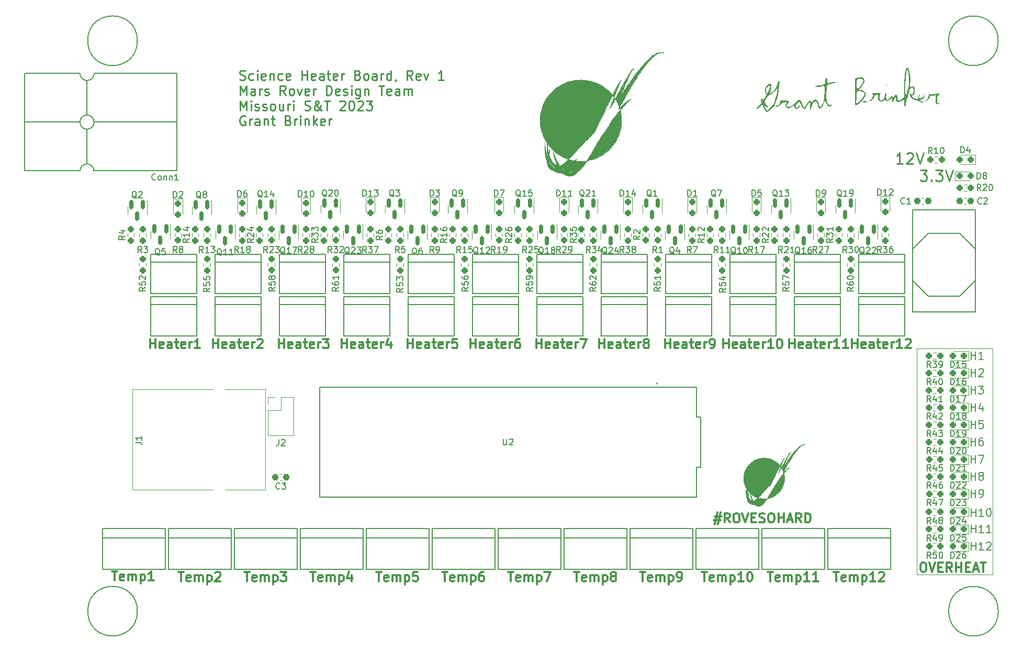
<source format=gto>
%TF.GenerationSoftware,KiCad,Pcbnew,(6.0.10)*%
%TF.CreationDate,2022-12-28T18:35:22-06:00*%
%TF.ProjectId,Hardware_Rev1,48617264-7761-4726-955f-526576312e6b,rev?*%
%TF.SameCoordinates,Original*%
%TF.FileFunction,Legend,Top*%
%TF.FilePolarity,Positive*%
%FSLAX46Y46*%
G04 Gerber Fmt 4.6, Leading zero omitted, Abs format (unit mm)*
G04 Created by KiCad (PCBNEW (6.0.10)) date 2022-12-28 18:35:22*
%MOMM*%
%LPD*%
G01*
G04 APERTURE LIST*
G04 Aperture macros list*
%AMRoundRect*
0 Rectangle with rounded corners*
0 $1 Rounding radius*
0 $2 $3 $4 $5 $6 $7 $8 $9 X,Y pos of 4 corners*
0 Add a 4 corners polygon primitive as box body*
4,1,4,$2,$3,$4,$5,$6,$7,$8,$9,$2,$3,0*
0 Add four circle primitives for the rounded corners*
1,1,$1+$1,$2,$3*
1,1,$1+$1,$4,$5*
1,1,$1+$1,$6,$7*
1,1,$1+$1,$8,$9*
0 Add four rect primitives between the rounded corners*
20,1,$1+$1,$2,$3,$4,$5,0*
20,1,$1+$1,$4,$5,$6,$7,0*
20,1,$1+$1,$6,$7,$8,$9,0*
20,1,$1+$1,$8,$9,$2,$3,0*%
G04 Aperture macros list end*
%ADD10C,0.120000*%
%ADD11C,0.190500*%
%ADD12C,0.300000*%
%ADD13C,0.279400*%
%ADD14C,0.254000*%
%ADD15C,0.150000*%
%ADD16C,0.127000*%
%ADD17C,0.200000*%
%ADD18C,0.010000*%
%ADD19C,1.524000*%
%ADD20RoundRect,0.237500X-0.237500X0.250000X-0.237500X-0.250000X0.237500X-0.250000X0.237500X0.250000X0*%
%ADD21C,1.100000*%
%ADD22C,1.400000*%
%ADD23C,4.000000*%
%ADD24C,2.000000*%
%ADD25RoundRect,0.150000X-0.150000X0.587500X-0.150000X-0.587500X0.150000X-0.587500X0.150000X0.587500X0*%
%ADD26RoundRect,0.237500X-0.237500X0.287500X-0.237500X-0.287500X0.237500X-0.287500X0.237500X0.287500X0*%
%ADD27RoundRect,0.237500X0.237500X-0.250000X0.237500X0.250000X-0.237500X0.250000X-0.237500X-0.250000X0*%
%ADD28RoundRect,0.237500X0.287500X0.237500X-0.287500X0.237500X-0.287500X-0.237500X0.287500X-0.237500X0*%
%ADD29RoundRect,0.237500X0.250000X0.237500X-0.250000X0.237500X-0.250000X-0.237500X0.250000X-0.237500X0*%
%ADD30RoundRect,0.237500X0.300000X0.237500X-0.300000X0.237500X-0.300000X-0.237500X0.300000X-0.237500X0*%
%ADD31R,1.350000X1.350000*%
%ADD32O,1.350000X1.350000*%
%ADD33O,3.000000X5.100000*%
%ADD34RoundRect,0.237500X-0.250000X-0.237500X0.250000X-0.237500X0.250000X0.237500X-0.250000X0.237500X0*%
%ADD35C,1.308000*%
%ADD36C,2.946400*%
%ADD37RoundRect,0.237500X-0.287500X-0.237500X0.287500X-0.237500X0.287500X0.237500X-0.287500X0.237500X0*%
%ADD38RoundRect,0.237500X-0.300000X-0.237500X0.300000X-0.237500X0.300000X0.237500X-0.300000X0.237500X0*%
G04 APERTURE END LIST*
D10*
X183007000Y-138049000D02*
X195326000Y-138049000D01*
X195326000Y-138049000D02*
X195326000Y-101473000D01*
X195326000Y-101473000D02*
X183007000Y-101473000D01*
X183007000Y-101473000D02*
X183007000Y-138049000D01*
D11*
X191818380Y-103190523D02*
X191818380Y-101920523D01*
X191818380Y-102525285D02*
X192544095Y-102525285D01*
X192544095Y-103190523D02*
X192544095Y-101920523D01*
X193814095Y-103190523D02*
X193088380Y-103190523D01*
X193451238Y-103190523D02*
X193451238Y-101920523D01*
X193330285Y-102101952D01*
X193209333Y-102222904D01*
X193088380Y-102283380D01*
X191848619Y-134051523D02*
X191848619Y-132781523D01*
X191848619Y-133386285D02*
X192574333Y-133386285D01*
X192574333Y-134051523D02*
X192574333Y-132781523D01*
X193844333Y-134051523D02*
X193118619Y-134051523D01*
X193481476Y-134051523D02*
X193481476Y-132781523D01*
X193360523Y-132962952D01*
X193239571Y-133083904D01*
X193118619Y-133144380D01*
X194328142Y-132902476D02*
X194388619Y-132842000D01*
X194509571Y-132781523D01*
X194811952Y-132781523D01*
X194932904Y-132842000D01*
X194993380Y-132902476D01*
X195053857Y-133023428D01*
X195053857Y-133144380D01*
X194993380Y-133325809D01*
X194267666Y-134051523D01*
X195053857Y-134051523D01*
D12*
X89980000Y-101389571D02*
X89980000Y-99889571D01*
X89980000Y-100603857D02*
X90837142Y-100603857D01*
X90837142Y-101389571D02*
X90837142Y-99889571D01*
X92122857Y-101318142D02*
X91980000Y-101389571D01*
X91694285Y-101389571D01*
X91551428Y-101318142D01*
X91480000Y-101175285D01*
X91480000Y-100603857D01*
X91551428Y-100461000D01*
X91694285Y-100389571D01*
X91980000Y-100389571D01*
X92122857Y-100461000D01*
X92194285Y-100603857D01*
X92194285Y-100746714D01*
X91480000Y-100889571D01*
X93480000Y-101389571D02*
X93480000Y-100603857D01*
X93408571Y-100461000D01*
X93265714Y-100389571D01*
X92980000Y-100389571D01*
X92837142Y-100461000D01*
X93480000Y-101318142D02*
X93337142Y-101389571D01*
X92980000Y-101389571D01*
X92837142Y-101318142D01*
X92765714Y-101175285D01*
X92765714Y-101032428D01*
X92837142Y-100889571D01*
X92980000Y-100818142D01*
X93337142Y-100818142D01*
X93480000Y-100746714D01*
X93980000Y-100389571D02*
X94551428Y-100389571D01*
X94194285Y-99889571D02*
X94194285Y-101175285D01*
X94265714Y-101318142D01*
X94408571Y-101389571D01*
X94551428Y-101389571D01*
X95622857Y-101318142D02*
X95480000Y-101389571D01*
X95194285Y-101389571D01*
X95051428Y-101318142D01*
X94980000Y-101175285D01*
X94980000Y-100603857D01*
X95051428Y-100461000D01*
X95194285Y-100389571D01*
X95480000Y-100389571D01*
X95622857Y-100461000D01*
X95694285Y-100603857D01*
X95694285Y-100746714D01*
X94980000Y-100889571D01*
X96337142Y-101389571D02*
X96337142Y-100389571D01*
X96337142Y-100675285D02*
X96408571Y-100532428D01*
X96480000Y-100461000D01*
X96622857Y-100389571D01*
X96765714Y-100389571D01*
X97908571Y-100389571D02*
X97908571Y-101389571D01*
X97551428Y-99818142D02*
X97194285Y-100889571D01*
X98122857Y-100889571D01*
D13*
X73496895Y-57896397D02*
X73714610Y-57968968D01*
X74077467Y-57968968D01*
X74222610Y-57896397D01*
X74295181Y-57823825D01*
X74367752Y-57678682D01*
X74367752Y-57533540D01*
X74295181Y-57388397D01*
X74222610Y-57315825D01*
X74077467Y-57243254D01*
X73787181Y-57170682D01*
X73642038Y-57098111D01*
X73569467Y-57025540D01*
X73496895Y-56880397D01*
X73496895Y-56735254D01*
X73569467Y-56590111D01*
X73642038Y-56517540D01*
X73787181Y-56444968D01*
X74150038Y-56444968D01*
X74367752Y-56517540D01*
X75674038Y-57896397D02*
X75528895Y-57968968D01*
X75238610Y-57968968D01*
X75093467Y-57896397D01*
X75020895Y-57823825D01*
X74948324Y-57678682D01*
X74948324Y-57243254D01*
X75020895Y-57098111D01*
X75093467Y-57025540D01*
X75238610Y-56952968D01*
X75528895Y-56952968D01*
X75674038Y-57025540D01*
X76327181Y-57968968D02*
X76327181Y-56952968D01*
X76327181Y-56444968D02*
X76254610Y-56517540D01*
X76327181Y-56590111D01*
X76399752Y-56517540D01*
X76327181Y-56444968D01*
X76327181Y-56590111D01*
X77633467Y-57896397D02*
X77488324Y-57968968D01*
X77198038Y-57968968D01*
X77052895Y-57896397D01*
X76980324Y-57751254D01*
X76980324Y-57170682D01*
X77052895Y-57025540D01*
X77198038Y-56952968D01*
X77488324Y-56952968D01*
X77633467Y-57025540D01*
X77706038Y-57170682D01*
X77706038Y-57315825D01*
X76980324Y-57460968D01*
X78359181Y-56952968D02*
X78359181Y-57968968D01*
X78359181Y-57098111D02*
X78431752Y-57025540D01*
X78576895Y-56952968D01*
X78794610Y-56952968D01*
X78939752Y-57025540D01*
X79012324Y-57170682D01*
X79012324Y-57968968D01*
X80391181Y-57896397D02*
X80246038Y-57968968D01*
X79955752Y-57968968D01*
X79810610Y-57896397D01*
X79738038Y-57823825D01*
X79665467Y-57678682D01*
X79665467Y-57243254D01*
X79738038Y-57098111D01*
X79810610Y-57025540D01*
X79955752Y-56952968D01*
X80246038Y-56952968D01*
X80391181Y-57025540D01*
X81624895Y-57896397D02*
X81479752Y-57968968D01*
X81189467Y-57968968D01*
X81044324Y-57896397D01*
X80971752Y-57751254D01*
X80971752Y-57170682D01*
X81044324Y-57025540D01*
X81189467Y-56952968D01*
X81479752Y-56952968D01*
X81624895Y-57025540D01*
X81697467Y-57170682D01*
X81697467Y-57315825D01*
X80971752Y-57460968D01*
X83511752Y-57968968D02*
X83511752Y-56444968D01*
X83511752Y-57170682D02*
X84382610Y-57170682D01*
X84382610Y-57968968D02*
X84382610Y-56444968D01*
X85688895Y-57896397D02*
X85543752Y-57968968D01*
X85253467Y-57968968D01*
X85108324Y-57896397D01*
X85035752Y-57751254D01*
X85035752Y-57170682D01*
X85108324Y-57025540D01*
X85253467Y-56952968D01*
X85543752Y-56952968D01*
X85688895Y-57025540D01*
X85761467Y-57170682D01*
X85761467Y-57315825D01*
X85035752Y-57460968D01*
X87067752Y-57968968D02*
X87067752Y-57170682D01*
X86995181Y-57025540D01*
X86850038Y-56952968D01*
X86559752Y-56952968D01*
X86414610Y-57025540D01*
X87067752Y-57896397D02*
X86922610Y-57968968D01*
X86559752Y-57968968D01*
X86414610Y-57896397D01*
X86342038Y-57751254D01*
X86342038Y-57606111D01*
X86414610Y-57460968D01*
X86559752Y-57388397D01*
X86922610Y-57388397D01*
X87067752Y-57315825D01*
X87575752Y-56952968D02*
X88156324Y-56952968D01*
X87793467Y-56444968D02*
X87793467Y-57751254D01*
X87866038Y-57896397D01*
X88011181Y-57968968D01*
X88156324Y-57968968D01*
X89244895Y-57896397D02*
X89099752Y-57968968D01*
X88809467Y-57968968D01*
X88664324Y-57896397D01*
X88591752Y-57751254D01*
X88591752Y-57170682D01*
X88664324Y-57025540D01*
X88809467Y-56952968D01*
X89099752Y-56952968D01*
X89244895Y-57025540D01*
X89317467Y-57170682D01*
X89317467Y-57315825D01*
X88591752Y-57460968D01*
X89970610Y-57968968D02*
X89970610Y-56952968D01*
X89970610Y-57243254D02*
X90043181Y-57098111D01*
X90115752Y-57025540D01*
X90260895Y-56952968D01*
X90406038Y-56952968D01*
X92583181Y-57170682D02*
X92800895Y-57243254D01*
X92873467Y-57315825D01*
X92946038Y-57460968D01*
X92946038Y-57678682D01*
X92873467Y-57823825D01*
X92800895Y-57896397D01*
X92655752Y-57968968D01*
X92075181Y-57968968D01*
X92075181Y-56444968D01*
X92583181Y-56444968D01*
X92728324Y-56517540D01*
X92800895Y-56590111D01*
X92873467Y-56735254D01*
X92873467Y-56880397D01*
X92800895Y-57025540D01*
X92728324Y-57098111D01*
X92583181Y-57170682D01*
X92075181Y-57170682D01*
X93816895Y-57968968D02*
X93671752Y-57896397D01*
X93599181Y-57823825D01*
X93526610Y-57678682D01*
X93526610Y-57243254D01*
X93599181Y-57098111D01*
X93671752Y-57025540D01*
X93816895Y-56952968D01*
X94034610Y-56952968D01*
X94179752Y-57025540D01*
X94252324Y-57098111D01*
X94324895Y-57243254D01*
X94324895Y-57678682D01*
X94252324Y-57823825D01*
X94179752Y-57896397D01*
X94034610Y-57968968D01*
X93816895Y-57968968D01*
X95631181Y-57968968D02*
X95631181Y-57170682D01*
X95558610Y-57025540D01*
X95413467Y-56952968D01*
X95123181Y-56952968D01*
X94978038Y-57025540D01*
X95631181Y-57896397D02*
X95486038Y-57968968D01*
X95123181Y-57968968D01*
X94978038Y-57896397D01*
X94905467Y-57751254D01*
X94905467Y-57606111D01*
X94978038Y-57460968D01*
X95123181Y-57388397D01*
X95486038Y-57388397D01*
X95631181Y-57315825D01*
X96356895Y-57968968D02*
X96356895Y-56952968D01*
X96356895Y-57243254D02*
X96429467Y-57098111D01*
X96502038Y-57025540D01*
X96647181Y-56952968D01*
X96792324Y-56952968D01*
X97953467Y-57968968D02*
X97953467Y-56444968D01*
X97953467Y-57896397D02*
X97808324Y-57968968D01*
X97518038Y-57968968D01*
X97372895Y-57896397D01*
X97300324Y-57823825D01*
X97227752Y-57678682D01*
X97227752Y-57243254D01*
X97300324Y-57098111D01*
X97372895Y-57025540D01*
X97518038Y-56952968D01*
X97808324Y-56952968D01*
X97953467Y-57025540D01*
X98751752Y-57896397D02*
X98751752Y-57968968D01*
X98679181Y-58114111D01*
X98606610Y-58186682D01*
X101436895Y-57968968D02*
X100928895Y-57243254D01*
X100566038Y-57968968D02*
X100566038Y-56444968D01*
X101146610Y-56444968D01*
X101291752Y-56517540D01*
X101364324Y-56590111D01*
X101436895Y-56735254D01*
X101436895Y-56952968D01*
X101364324Y-57098111D01*
X101291752Y-57170682D01*
X101146610Y-57243254D01*
X100566038Y-57243254D01*
X102670610Y-57896397D02*
X102525467Y-57968968D01*
X102235181Y-57968968D01*
X102090038Y-57896397D01*
X102017467Y-57751254D01*
X102017467Y-57170682D01*
X102090038Y-57025540D01*
X102235181Y-56952968D01*
X102525467Y-56952968D01*
X102670610Y-57025540D01*
X102743181Y-57170682D01*
X102743181Y-57315825D01*
X102017467Y-57460968D01*
X103251181Y-56952968D02*
X103614038Y-57968968D01*
X103976895Y-56952968D01*
X106516895Y-57968968D02*
X105646038Y-57968968D01*
X106081467Y-57968968D02*
X106081467Y-56444968D01*
X105936324Y-56662682D01*
X105791181Y-56807825D01*
X105646038Y-56880397D01*
X73569467Y-60422608D02*
X73569467Y-58898608D01*
X74077467Y-59987180D01*
X74585467Y-58898608D01*
X74585467Y-60422608D01*
X75964324Y-60422608D02*
X75964324Y-59624322D01*
X75891752Y-59479180D01*
X75746610Y-59406608D01*
X75456324Y-59406608D01*
X75311181Y-59479180D01*
X75964324Y-60350037D02*
X75819181Y-60422608D01*
X75456324Y-60422608D01*
X75311181Y-60350037D01*
X75238610Y-60204894D01*
X75238610Y-60059751D01*
X75311181Y-59914608D01*
X75456324Y-59842037D01*
X75819181Y-59842037D01*
X75964324Y-59769465D01*
X76690038Y-60422608D02*
X76690038Y-59406608D01*
X76690038Y-59696894D02*
X76762610Y-59551751D01*
X76835181Y-59479180D01*
X76980324Y-59406608D01*
X77125467Y-59406608D01*
X77560895Y-60350037D02*
X77706038Y-60422608D01*
X77996324Y-60422608D01*
X78141467Y-60350037D01*
X78214038Y-60204894D01*
X78214038Y-60132322D01*
X78141467Y-59987180D01*
X77996324Y-59914608D01*
X77778610Y-59914608D01*
X77633467Y-59842037D01*
X77560895Y-59696894D01*
X77560895Y-59624322D01*
X77633467Y-59479180D01*
X77778610Y-59406608D01*
X77996324Y-59406608D01*
X78141467Y-59479180D01*
X80899181Y-60422608D02*
X80391181Y-59696894D01*
X80028324Y-60422608D02*
X80028324Y-58898608D01*
X80608895Y-58898608D01*
X80754038Y-58971180D01*
X80826610Y-59043751D01*
X80899181Y-59188894D01*
X80899181Y-59406608D01*
X80826610Y-59551751D01*
X80754038Y-59624322D01*
X80608895Y-59696894D01*
X80028324Y-59696894D01*
X81770038Y-60422608D02*
X81624895Y-60350037D01*
X81552324Y-60277465D01*
X81479752Y-60132322D01*
X81479752Y-59696894D01*
X81552324Y-59551751D01*
X81624895Y-59479180D01*
X81770038Y-59406608D01*
X81987752Y-59406608D01*
X82132895Y-59479180D01*
X82205467Y-59551751D01*
X82278038Y-59696894D01*
X82278038Y-60132322D01*
X82205467Y-60277465D01*
X82132895Y-60350037D01*
X81987752Y-60422608D01*
X81770038Y-60422608D01*
X82786038Y-59406608D02*
X83148895Y-60422608D01*
X83511752Y-59406608D01*
X84672895Y-60350037D02*
X84527752Y-60422608D01*
X84237467Y-60422608D01*
X84092324Y-60350037D01*
X84019752Y-60204894D01*
X84019752Y-59624322D01*
X84092324Y-59479180D01*
X84237467Y-59406608D01*
X84527752Y-59406608D01*
X84672895Y-59479180D01*
X84745467Y-59624322D01*
X84745467Y-59769465D01*
X84019752Y-59914608D01*
X85398610Y-60422608D02*
X85398610Y-59406608D01*
X85398610Y-59696894D02*
X85471181Y-59551751D01*
X85543752Y-59479180D01*
X85688895Y-59406608D01*
X85834038Y-59406608D01*
X87503181Y-60422608D02*
X87503181Y-58898608D01*
X87866038Y-58898608D01*
X88083752Y-58971180D01*
X88228895Y-59116322D01*
X88301467Y-59261465D01*
X88374038Y-59551751D01*
X88374038Y-59769465D01*
X88301467Y-60059751D01*
X88228895Y-60204894D01*
X88083752Y-60350037D01*
X87866038Y-60422608D01*
X87503181Y-60422608D01*
X89607752Y-60350037D02*
X89462610Y-60422608D01*
X89172324Y-60422608D01*
X89027181Y-60350037D01*
X88954610Y-60204894D01*
X88954610Y-59624322D01*
X89027181Y-59479180D01*
X89172324Y-59406608D01*
X89462610Y-59406608D01*
X89607752Y-59479180D01*
X89680324Y-59624322D01*
X89680324Y-59769465D01*
X88954610Y-59914608D01*
X90260895Y-60350037D02*
X90406038Y-60422608D01*
X90696324Y-60422608D01*
X90841467Y-60350037D01*
X90914038Y-60204894D01*
X90914038Y-60132322D01*
X90841467Y-59987180D01*
X90696324Y-59914608D01*
X90478610Y-59914608D01*
X90333467Y-59842037D01*
X90260895Y-59696894D01*
X90260895Y-59624322D01*
X90333467Y-59479180D01*
X90478610Y-59406608D01*
X90696324Y-59406608D01*
X90841467Y-59479180D01*
X91567181Y-60422608D02*
X91567181Y-59406608D01*
X91567181Y-58898608D02*
X91494610Y-58971180D01*
X91567181Y-59043751D01*
X91639752Y-58971180D01*
X91567181Y-58898608D01*
X91567181Y-59043751D01*
X92946038Y-59406608D02*
X92946038Y-60640322D01*
X92873467Y-60785465D01*
X92800895Y-60858037D01*
X92655752Y-60930608D01*
X92438038Y-60930608D01*
X92292895Y-60858037D01*
X92946038Y-60350037D02*
X92800895Y-60422608D01*
X92510610Y-60422608D01*
X92365467Y-60350037D01*
X92292895Y-60277465D01*
X92220324Y-60132322D01*
X92220324Y-59696894D01*
X92292895Y-59551751D01*
X92365467Y-59479180D01*
X92510610Y-59406608D01*
X92800895Y-59406608D01*
X92946038Y-59479180D01*
X93671752Y-59406608D02*
X93671752Y-60422608D01*
X93671752Y-59551751D02*
X93744324Y-59479180D01*
X93889467Y-59406608D01*
X94107181Y-59406608D01*
X94252324Y-59479180D01*
X94324895Y-59624322D01*
X94324895Y-60422608D01*
X95994038Y-58898608D02*
X96864895Y-58898608D01*
X96429467Y-60422608D02*
X96429467Y-58898608D01*
X97953467Y-60350037D02*
X97808324Y-60422608D01*
X97518038Y-60422608D01*
X97372895Y-60350037D01*
X97300324Y-60204894D01*
X97300324Y-59624322D01*
X97372895Y-59479180D01*
X97518038Y-59406608D01*
X97808324Y-59406608D01*
X97953467Y-59479180D01*
X98026038Y-59624322D01*
X98026038Y-59769465D01*
X97300324Y-59914608D01*
X99332324Y-60422608D02*
X99332324Y-59624322D01*
X99259752Y-59479180D01*
X99114610Y-59406608D01*
X98824324Y-59406608D01*
X98679181Y-59479180D01*
X99332324Y-60350037D02*
X99187181Y-60422608D01*
X98824324Y-60422608D01*
X98679181Y-60350037D01*
X98606610Y-60204894D01*
X98606610Y-60059751D01*
X98679181Y-59914608D01*
X98824324Y-59842037D01*
X99187181Y-59842037D01*
X99332324Y-59769465D01*
X100058038Y-60422608D02*
X100058038Y-59406608D01*
X100058038Y-59551751D02*
X100130610Y-59479180D01*
X100275752Y-59406608D01*
X100493467Y-59406608D01*
X100638610Y-59479180D01*
X100711181Y-59624322D01*
X100711181Y-60422608D01*
X100711181Y-59624322D02*
X100783752Y-59479180D01*
X100928895Y-59406608D01*
X101146610Y-59406608D01*
X101291752Y-59479180D01*
X101364324Y-59624322D01*
X101364324Y-60422608D01*
X73569467Y-62876248D02*
X73569467Y-61352248D01*
X74077467Y-62440820D01*
X74585467Y-61352248D01*
X74585467Y-62876248D01*
X75311181Y-62876248D02*
X75311181Y-61860248D01*
X75311181Y-61352248D02*
X75238610Y-61424820D01*
X75311181Y-61497391D01*
X75383752Y-61424820D01*
X75311181Y-61352248D01*
X75311181Y-61497391D01*
X75964324Y-62803677D02*
X76109467Y-62876248D01*
X76399752Y-62876248D01*
X76544895Y-62803677D01*
X76617467Y-62658534D01*
X76617467Y-62585962D01*
X76544895Y-62440820D01*
X76399752Y-62368248D01*
X76182038Y-62368248D01*
X76036895Y-62295677D01*
X75964324Y-62150534D01*
X75964324Y-62077962D01*
X76036895Y-61932820D01*
X76182038Y-61860248D01*
X76399752Y-61860248D01*
X76544895Y-61932820D01*
X77198038Y-62803677D02*
X77343181Y-62876248D01*
X77633467Y-62876248D01*
X77778610Y-62803677D01*
X77851181Y-62658534D01*
X77851181Y-62585962D01*
X77778610Y-62440820D01*
X77633467Y-62368248D01*
X77415752Y-62368248D01*
X77270610Y-62295677D01*
X77198038Y-62150534D01*
X77198038Y-62077962D01*
X77270610Y-61932820D01*
X77415752Y-61860248D01*
X77633467Y-61860248D01*
X77778610Y-61932820D01*
X78722038Y-62876248D02*
X78576895Y-62803677D01*
X78504324Y-62731105D01*
X78431752Y-62585962D01*
X78431752Y-62150534D01*
X78504324Y-62005391D01*
X78576895Y-61932820D01*
X78722038Y-61860248D01*
X78939752Y-61860248D01*
X79084895Y-61932820D01*
X79157467Y-62005391D01*
X79230038Y-62150534D01*
X79230038Y-62585962D01*
X79157467Y-62731105D01*
X79084895Y-62803677D01*
X78939752Y-62876248D01*
X78722038Y-62876248D01*
X80536324Y-61860248D02*
X80536324Y-62876248D01*
X79883181Y-61860248D02*
X79883181Y-62658534D01*
X79955752Y-62803677D01*
X80100895Y-62876248D01*
X80318610Y-62876248D01*
X80463752Y-62803677D01*
X80536324Y-62731105D01*
X81262038Y-62876248D02*
X81262038Y-61860248D01*
X81262038Y-62150534D02*
X81334610Y-62005391D01*
X81407181Y-61932820D01*
X81552324Y-61860248D01*
X81697467Y-61860248D01*
X82205467Y-62876248D02*
X82205467Y-61860248D01*
X82205467Y-61352248D02*
X82132895Y-61424820D01*
X82205467Y-61497391D01*
X82278038Y-61424820D01*
X82205467Y-61352248D01*
X82205467Y-61497391D01*
X84019752Y-62803677D02*
X84237467Y-62876248D01*
X84600324Y-62876248D01*
X84745467Y-62803677D01*
X84818038Y-62731105D01*
X84890610Y-62585962D01*
X84890610Y-62440820D01*
X84818038Y-62295677D01*
X84745467Y-62223105D01*
X84600324Y-62150534D01*
X84310038Y-62077962D01*
X84164895Y-62005391D01*
X84092324Y-61932820D01*
X84019752Y-61787677D01*
X84019752Y-61642534D01*
X84092324Y-61497391D01*
X84164895Y-61424820D01*
X84310038Y-61352248D01*
X84672895Y-61352248D01*
X84890610Y-61424820D01*
X86777467Y-62876248D02*
X86704895Y-62876248D01*
X86559752Y-62803677D01*
X86342038Y-62585962D01*
X85979181Y-62150534D01*
X85834038Y-61932820D01*
X85761467Y-61715105D01*
X85761467Y-61569962D01*
X85834038Y-61424820D01*
X85979181Y-61352248D01*
X86051752Y-61352248D01*
X86196895Y-61424820D01*
X86269467Y-61569962D01*
X86269467Y-61642534D01*
X86196895Y-61787677D01*
X86124324Y-61860248D01*
X85688895Y-62150534D01*
X85616324Y-62223105D01*
X85543752Y-62368248D01*
X85543752Y-62585962D01*
X85616324Y-62731105D01*
X85688895Y-62803677D01*
X85834038Y-62876248D01*
X86051752Y-62876248D01*
X86196895Y-62803677D01*
X86269467Y-62731105D01*
X86487181Y-62440820D01*
X86559752Y-62223105D01*
X86559752Y-62077962D01*
X87212895Y-61352248D02*
X88083752Y-61352248D01*
X87648324Y-62876248D02*
X87648324Y-61352248D01*
X89680324Y-61497391D02*
X89752895Y-61424820D01*
X89898038Y-61352248D01*
X90260895Y-61352248D01*
X90406038Y-61424820D01*
X90478610Y-61497391D01*
X90551181Y-61642534D01*
X90551181Y-61787677D01*
X90478610Y-62005391D01*
X89607752Y-62876248D01*
X90551181Y-62876248D01*
X91494610Y-61352248D02*
X91639752Y-61352248D01*
X91784895Y-61424820D01*
X91857467Y-61497391D01*
X91930038Y-61642534D01*
X92002610Y-61932820D01*
X92002610Y-62295677D01*
X91930038Y-62585962D01*
X91857467Y-62731105D01*
X91784895Y-62803677D01*
X91639752Y-62876248D01*
X91494610Y-62876248D01*
X91349467Y-62803677D01*
X91276895Y-62731105D01*
X91204324Y-62585962D01*
X91131752Y-62295677D01*
X91131752Y-61932820D01*
X91204324Y-61642534D01*
X91276895Y-61497391D01*
X91349467Y-61424820D01*
X91494610Y-61352248D01*
X92583181Y-61497391D02*
X92655752Y-61424820D01*
X92800895Y-61352248D01*
X93163752Y-61352248D01*
X93308895Y-61424820D01*
X93381467Y-61497391D01*
X93454038Y-61642534D01*
X93454038Y-61787677D01*
X93381467Y-62005391D01*
X92510610Y-62876248D01*
X93454038Y-62876248D01*
X93962038Y-61352248D02*
X94905467Y-61352248D01*
X94397467Y-61932820D01*
X94615181Y-61932820D01*
X94760324Y-62005391D01*
X94832895Y-62077962D01*
X94905467Y-62223105D01*
X94905467Y-62585962D01*
X94832895Y-62731105D01*
X94760324Y-62803677D01*
X94615181Y-62876248D01*
X94179752Y-62876248D01*
X94034610Y-62803677D01*
X93962038Y-62731105D01*
X74367752Y-63878460D02*
X74222610Y-63805888D01*
X74004895Y-63805888D01*
X73787181Y-63878460D01*
X73642038Y-64023602D01*
X73569467Y-64168745D01*
X73496895Y-64459031D01*
X73496895Y-64676745D01*
X73569467Y-64967031D01*
X73642038Y-65112174D01*
X73787181Y-65257317D01*
X74004895Y-65329888D01*
X74150038Y-65329888D01*
X74367752Y-65257317D01*
X74440324Y-65184745D01*
X74440324Y-64676745D01*
X74150038Y-64676745D01*
X75093467Y-65329888D02*
X75093467Y-64313888D01*
X75093467Y-64604174D02*
X75166038Y-64459031D01*
X75238610Y-64386460D01*
X75383752Y-64313888D01*
X75528895Y-64313888D01*
X76690038Y-65329888D02*
X76690038Y-64531602D01*
X76617467Y-64386460D01*
X76472324Y-64313888D01*
X76182038Y-64313888D01*
X76036895Y-64386460D01*
X76690038Y-65257317D02*
X76544895Y-65329888D01*
X76182038Y-65329888D01*
X76036895Y-65257317D01*
X75964324Y-65112174D01*
X75964324Y-64967031D01*
X76036895Y-64821888D01*
X76182038Y-64749317D01*
X76544895Y-64749317D01*
X76690038Y-64676745D01*
X77415752Y-64313888D02*
X77415752Y-65329888D01*
X77415752Y-64459031D02*
X77488324Y-64386460D01*
X77633467Y-64313888D01*
X77851181Y-64313888D01*
X77996324Y-64386460D01*
X78068895Y-64531602D01*
X78068895Y-65329888D01*
X78576895Y-64313888D02*
X79157467Y-64313888D01*
X78794610Y-63805888D02*
X78794610Y-65112174D01*
X78867181Y-65257317D01*
X79012324Y-65329888D01*
X79157467Y-65329888D01*
X81334610Y-64531602D02*
X81552324Y-64604174D01*
X81624895Y-64676745D01*
X81697467Y-64821888D01*
X81697467Y-65039602D01*
X81624895Y-65184745D01*
X81552324Y-65257317D01*
X81407181Y-65329888D01*
X80826610Y-65329888D01*
X80826610Y-63805888D01*
X81334610Y-63805888D01*
X81479752Y-63878460D01*
X81552324Y-63951031D01*
X81624895Y-64096174D01*
X81624895Y-64241317D01*
X81552324Y-64386460D01*
X81479752Y-64459031D01*
X81334610Y-64531602D01*
X80826610Y-64531602D01*
X82350610Y-65329888D02*
X82350610Y-64313888D01*
X82350610Y-64604174D02*
X82423181Y-64459031D01*
X82495752Y-64386460D01*
X82640895Y-64313888D01*
X82786038Y-64313888D01*
X83294038Y-65329888D02*
X83294038Y-64313888D01*
X83294038Y-63805888D02*
X83221467Y-63878460D01*
X83294038Y-63951031D01*
X83366610Y-63878460D01*
X83294038Y-63805888D01*
X83294038Y-63951031D01*
X84019752Y-64313888D02*
X84019752Y-65329888D01*
X84019752Y-64459031D02*
X84092324Y-64386460D01*
X84237467Y-64313888D01*
X84455181Y-64313888D01*
X84600324Y-64386460D01*
X84672895Y-64531602D01*
X84672895Y-65329888D01*
X85398610Y-65329888D02*
X85398610Y-63805888D01*
X85543752Y-64749317D02*
X85979181Y-65329888D01*
X85979181Y-64313888D02*
X85398610Y-64894460D01*
X87212895Y-65257317D02*
X87067752Y-65329888D01*
X86777467Y-65329888D01*
X86632324Y-65257317D01*
X86559752Y-65112174D01*
X86559752Y-64531602D01*
X86632324Y-64386460D01*
X86777467Y-64313888D01*
X87067752Y-64313888D01*
X87212895Y-64386460D01*
X87285467Y-64531602D01*
X87285467Y-64676745D01*
X86559752Y-64821888D01*
X87938610Y-65329888D02*
X87938610Y-64313888D01*
X87938610Y-64604174D02*
X88011181Y-64459031D01*
X88083752Y-64386460D01*
X88228895Y-64313888D01*
X88374038Y-64313888D01*
D11*
X191848619Y-128590523D02*
X191848619Y-127320523D01*
X191848619Y-127925285D02*
X192574333Y-127925285D01*
X192574333Y-128590523D02*
X192574333Y-127320523D01*
X193844333Y-128590523D02*
X193118619Y-128590523D01*
X193481476Y-128590523D02*
X193481476Y-127320523D01*
X193360523Y-127501952D01*
X193239571Y-127622904D01*
X193118619Y-127683380D01*
X194630523Y-127320523D02*
X194751476Y-127320523D01*
X194872428Y-127381000D01*
X194932904Y-127441476D01*
X194993380Y-127562428D01*
X195053857Y-127804333D01*
X195053857Y-128106714D01*
X194993380Y-128348619D01*
X194932904Y-128469571D01*
X194872428Y-128530047D01*
X194751476Y-128590523D01*
X194630523Y-128590523D01*
X194509571Y-128530047D01*
X194449095Y-128469571D01*
X194388619Y-128348619D01*
X194328142Y-128106714D01*
X194328142Y-127804333D01*
X194388619Y-127562428D01*
X194449095Y-127441476D01*
X194509571Y-127381000D01*
X194630523Y-127320523D01*
D12*
X69152000Y-101389571D02*
X69152000Y-99889571D01*
X69152000Y-100603857D02*
X70009142Y-100603857D01*
X70009142Y-101389571D02*
X70009142Y-99889571D01*
X71294857Y-101318142D02*
X71152000Y-101389571D01*
X70866285Y-101389571D01*
X70723428Y-101318142D01*
X70652000Y-101175285D01*
X70652000Y-100603857D01*
X70723428Y-100461000D01*
X70866285Y-100389571D01*
X71152000Y-100389571D01*
X71294857Y-100461000D01*
X71366285Y-100603857D01*
X71366285Y-100746714D01*
X70652000Y-100889571D01*
X72652000Y-101389571D02*
X72652000Y-100603857D01*
X72580571Y-100461000D01*
X72437714Y-100389571D01*
X72152000Y-100389571D01*
X72009142Y-100461000D01*
X72652000Y-101318142D02*
X72509142Y-101389571D01*
X72152000Y-101389571D01*
X72009142Y-101318142D01*
X71937714Y-101175285D01*
X71937714Y-101032428D01*
X72009142Y-100889571D01*
X72152000Y-100818142D01*
X72509142Y-100818142D01*
X72652000Y-100746714D01*
X73152000Y-100389571D02*
X73723428Y-100389571D01*
X73366285Y-99889571D02*
X73366285Y-101175285D01*
X73437714Y-101318142D01*
X73580571Y-101389571D01*
X73723428Y-101389571D01*
X74794857Y-101318142D02*
X74652000Y-101389571D01*
X74366285Y-101389571D01*
X74223428Y-101318142D01*
X74152000Y-101175285D01*
X74152000Y-100603857D01*
X74223428Y-100461000D01*
X74366285Y-100389571D01*
X74652000Y-100389571D01*
X74794857Y-100461000D01*
X74866285Y-100603857D01*
X74866285Y-100746714D01*
X74152000Y-100889571D01*
X75509142Y-101389571D02*
X75509142Y-100389571D01*
X75509142Y-100675285D02*
X75580571Y-100532428D01*
X75652000Y-100461000D01*
X75794857Y-100389571D01*
X75937714Y-100389571D01*
X76366285Y-100032428D02*
X76437714Y-99961000D01*
X76580571Y-99889571D01*
X76937714Y-99889571D01*
X77080571Y-99961000D01*
X77152000Y-100032428D01*
X77223428Y-100175285D01*
X77223428Y-100318142D01*
X77152000Y-100532428D01*
X76294857Y-101389571D01*
X77223428Y-101389571D01*
X106263714Y-137608571D02*
X107120857Y-137608571D01*
X106692285Y-139108571D02*
X106692285Y-137608571D01*
X108192285Y-139037142D02*
X108049428Y-139108571D01*
X107763714Y-139108571D01*
X107620857Y-139037142D01*
X107549428Y-138894285D01*
X107549428Y-138322857D01*
X107620857Y-138180000D01*
X107763714Y-138108571D01*
X108049428Y-138108571D01*
X108192285Y-138180000D01*
X108263714Y-138322857D01*
X108263714Y-138465714D01*
X107549428Y-138608571D01*
X108906571Y-139108571D02*
X108906571Y-138108571D01*
X108906571Y-138251428D02*
X108978000Y-138180000D01*
X109120857Y-138108571D01*
X109335142Y-138108571D01*
X109478000Y-138180000D01*
X109549428Y-138322857D01*
X109549428Y-139108571D01*
X109549428Y-138322857D02*
X109620857Y-138180000D01*
X109763714Y-138108571D01*
X109978000Y-138108571D01*
X110120857Y-138180000D01*
X110192285Y-138322857D01*
X110192285Y-139108571D01*
X110906571Y-138108571D02*
X110906571Y-139608571D01*
X110906571Y-138180000D02*
X111049428Y-138108571D01*
X111335142Y-138108571D01*
X111478000Y-138180000D01*
X111549428Y-138251428D01*
X111620857Y-138394285D01*
X111620857Y-138822857D01*
X111549428Y-138965714D01*
X111478000Y-139037142D01*
X111335142Y-139108571D01*
X111049428Y-139108571D01*
X110906571Y-139037142D01*
X112906571Y-137608571D02*
X112620857Y-137608571D01*
X112478000Y-137680000D01*
X112406571Y-137751428D01*
X112263714Y-137965714D01*
X112192285Y-138251428D01*
X112192285Y-138822857D01*
X112263714Y-138965714D01*
X112335142Y-139037142D01*
X112478000Y-139108571D01*
X112763714Y-139108571D01*
X112906571Y-139037142D01*
X112978000Y-138965714D01*
X113049428Y-138822857D01*
X113049428Y-138465714D01*
X112978000Y-138322857D01*
X112906571Y-138251428D01*
X112763714Y-138180000D01*
X112478000Y-138180000D01*
X112335142Y-138251428D01*
X112263714Y-138322857D01*
X112192285Y-138465714D01*
D11*
X191818380Y-119954523D02*
X191818380Y-118684523D01*
X191818380Y-119289285D02*
X192544095Y-119289285D01*
X192544095Y-119954523D02*
X192544095Y-118684523D01*
X193027904Y-118684523D02*
X193874571Y-118684523D01*
X193330285Y-119954523D01*
D12*
X110808000Y-101389571D02*
X110808000Y-99889571D01*
X110808000Y-100603857D02*
X111665142Y-100603857D01*
X111665142Y-101389571D02*
X111665142Y-99889571D01*
X112950857Y-101318142D02*
X112808000Y-101389571D01*
X112522285Y-101389571D01*
X112379428Y-101318142D01*
X112308000Y-101175285D01*
X112308000Y-100603857D01*
X112379428Y-100461000D01*
X112522285Y-100389571D01*
X112808000Y-100389571D01*
X112950857Y-100461000D01*
X113022285Y-100603857D01*
X113022285Y-100746714D01*
X112308000Y-100889571D01*
X114308000Y-101389571D02*
X114308000Y-100603857D01*
X114236571Y-100461000D01*
X114093714Y-100389571D01*
X113808000Y-100389571D01*
X113665142Y-100461000D01*
X114308000Y-101318142D02*
X114165142Y-101389571D01*
X113808000Y-101389571D01*
X113665142Y-101318142D01*
X113593714Y-101175285D01*
X113593714Y-101032428D01*
X113665142Y-100889571D01*
X113808000Y-100818142D01*
X114165142Y-100818142D01*
X114308000Y-100746714D01*
X114808000Y-100389571D02*
X115379428Y-100389571D01*
X115022285Y-99889571D02*
X115022285Y-101175285D01*
X115093714Y-101318142D01*
X115236571Y-101389571D01*
X115379428Y-101389571D01*
X116450857Y-101318142D02*
X116308000Y-101389571D01*
X116022285Y-101389571D01*
X115879428Y-101318142D01*
X115808000Y-101175285D01*
X115808000Y-100603857D01*
X115879428Y-100461000D01*
X116022285Y-100389571D01*
X116308000Y-100389571D01*
X116450857Y-100461000D01*
X116522285Y-100603857D01*
X116522285Y-100746714D01*
X115808000Y-100889571D01*
X117165142Y-101389571D02*
X117165142Y-100389571D01*
X117165142Y-100675285D02*
X117236571Y-100532428D01*
X117308000Y-100461000D01*
X117450857Y-100389571D01*
X117593714Y-100389571D01*
X118736571Y-99889571D02*
X118450857Y-99889571D01*
X118308000Y-99961000D01*
X118236571Y-100032428D01*
X118093714Y-100246714D01*
X118022285Y-100532428D01*
X118022285Y-101103857D01*
X118093714Y-101246714D01*
X118165142Y-101318142D01*
X118308000Y-101389571D01*
X118593714Y-101389571D01*
X118736571Y-101318142D01*
X118808000Y-101246714D01*
X118879428Y-101103857D01*
X118879428Y-100746714D01*
X118808000Y-100603857D01*
X118736571Y-100532428D01*
X118593714Y-100461000D01*
X118308000Y-100461000D01*
X118165142Y-100532428D01*
X118093714Y-100603857D01*
X118022285Y-100746714D01*
X74259714Y-137608571D02*
X75116857Y-137608571D01*
X74688285Y-139108571D02*
X74688285Y-137608571D01*
X76188285Y-139037142D02*
X76045428Y-139108571D01*
X75759714Y-139108571D01*
X75616857Y-139037142D01*
X75545428Y-138894285D01*
X75545428Y-138322857D01*
X75616857Y-138180000D01*
X75759714Y-138108571D01*
X76045428Y-138108571D01*
X76188285Y-138180000D01*
X76259714Y-138322857D01*
X76259714Y-138465714D01*
X75545428Y-138608571D01*
X76902571Y-139108571D02*
X76902571Y-138108571D01*
X76902571Y-138251428D02*
X76974000Y-138180000D01*
X77116857Y-138108571D01*
X77331142Y-138108571D01*
X77474000Y-138180000D01*
X77545428Y-138322857D01*
X77545428Y-139108571D01*
X77545428Y-138322857D02*
X77616857Y-138180000D01*
X77759714Y-138108571D01*
X77974000Y-138108571D01*
X78116857Y-138180000D01*
X78188285Y-138322857D01*
X78188285Y-139108571D01*
X78902571Y-138108571D02*
X78902571Y-139608571D01*
X78902571Y-138180000D02*
X79045428Y-138108571D01*
X79331142Y-138108571D01*
X79474000Y-138180000D01*
X79545428Y-138251428D01*
X79616857Y-138394285D01*
X79616857Y-138822857D01*
X79545428Y-138965714D01*
X79474000Y-139037142D01*
X79331142Y-139108571D01*
X79045428Y-139108571D01*
X78902571Y-139037142D01*
X80116857Y-137608571D02*
X81045428Y-137608571D01*
X80545428Y-138180000D01*
X80759714Y-138180000D01*
X80902571Y-138251428D01*
X80974000Y-138322857D01*
X81045428Y-138465714D01*
X81045428Y-138822857D01*
X80974000Y-138965714D01*
X80902571Y-139037142D01*
X80759714Y-139108571D01*
X80331142Y-139108571D01*
X80188285Y-139037142D01*
X80116857Y-138965714D01*
X121476000Y-101389571D02*
X121476000Y-99889571D01*
X121476000Y-100603857D02*
X122333142Y-100603857D01*
X122333142Y-101389571D02*
X122333142Y-99889571D01*
X123618857Y-101318142D02*
X123476000Y-101389571D01*
X123190285Y-101389571D01*
X123047428Y-101318142D01*
X122976000Y-101175285D01*
X122976000Y-100603857D01*
X123047428Y-100461000D01*
X123190285Y-100389571D01*
X123476000Y-100389571D01*
X123618857Y-100461000D01*
X123690285Y-100603857D01*
X123690285Y-100746714D01*
X122976000Y-100889571D01*
X124976000Y-101389571D02*
X124976000Y-100603857D01*
X124904571Y-100461000D01*
X124761714Y-100389571D01*
X124476000Y-100389571D01*
X124333142Y-100461000D01*
X124976000Y-101318142D02*
X124833142Y-101389571D01*
X124476000Y-101389571D01*
X124333142Y-101318142D01*
X124261714Y-101175285D01*
X124261714Y-101032428D01*
X124333142Y-100889571D01*
X124476000Y-100818142D01*
X124833142Y-100818142D01*
X124976000Y-100746714D01*
X125476000Y-100389571D02*
X126047428Y-100389571D01*
X125690285Y-99889571D02*
X125690285Y-101175285D01*
X125761714Y-101318142D01*
X125904571Y-101389571D01*
X126047428Y-101389571D01*
X127118857Y-101318142D02*
X126976000Y-101389571D01*
X126690285Y-101389571D01*
X126547428Y-101318142D01*
X126476000Y-101175285D01*
X126476000Y-100603857D01*
X126547428Y-100461000D01*
X126690285Y-100389571D01*
X126976000Y-100389571D01*
X127118857Y-100461000D01*
X127190285Y-100603857D01*
X127190285Y-100746714D01*
X126476000Y-100889571D01*
X127833142Y-101389571D02*
X127833142Y-100389571D01*
X127833142Y-100675285D02*
X127904571Y-100532428D01*
X127976000Y-100461000D01*
X128118857Y-100389571D01*
X128261714Y-100389571D01*
X128618857Y-99889571D02*
X129618857Y-99889571D01*
X128976000Y-101389571D01*
X127599714Y-137608571D02*
X128456857Y-137608571D01*
X128028285Y-139108571D02*
X128028285Y-137608571D01*
X129528285Y-139037142D02*
X129385428Y-139108571D01*
X129099714Y-139108571D01*
X128956857Y-139037142D01*
X128885428Y-138894285D01*
X128885428Y-138322857D01*
X128956857Y-138180000D01*
X129099714Y-138108571D01*
X129385428Y-138108571D01*
X129528285Y-138180000D01*
X129599714Y-138322857D01*
X129599714Y-138465714D01*
X128885428Y-138608571D01*
X130242571Y-139108571D02*
X130242571Y-138108571D01*
X130242571Y-138251428D02*
X130314000Y-138180000D01*
X130456857Y-138108571D01*
X130671142Y-138108571D01*
X130814000Y-138180000D01*
X130885428Y-138322857D01*
X130885428Y-139108571D01*
X130885428Y-138322857D02*
X130956857Y-138180000D01*
X131099714Y-138108571D01*
X131314000Y-138108571D01*
X131456857Y-138180000D01*
X131528285Y-138322857D01*
X131528285Y-139108571D01*
X132242571Y-138108571D02*
X132242571Y-139608571D01*
X132242571Y-138180000D02*
X132385428Y-138108571D01*
X132671142Y-138108571D01*
X132814000Y-138180000D01*
X132885428Y-138251428D01*
X132956857Y-138394285D01*
X132956857Y-138822857D01*
X132885428Y-138965714D01*
X132814000Y-139037142D01*
X132671142Y-139108571D01*
X132385428Y-139108571D01*
X132242571Y-139037142D01*
X133814000Y-138251428D02*
X133671142Y-138180000D01*
X133599714Y-138108571D01*
X133528285Y-137965714D01*
X133528285Y-137894285D01*
X133599714Y-137751428D01*
X133671142Y-137680000D01*
X133814000Y-137608571D01*
X134099714Y-137608571D01*
X134242571Y-137680000D01*
X134314000Y-137751428D01*
X134385428Y-137894285D01*
X134385428Y-137965714D01*
X134314000Y-138108571D01*
X134242571Y-138180000D01*
X134099714Y-138251428D01*
X133814000Y-138251428D01*
X133671142Y-138322857D01*
X133599714Y-138394285D01*
X133528285Y-138537142D01*
X133528285Y-138822857D01*
X133599714Y-138965714D01*
X133671142Y-139037142D01*
X133814000Y-139108571D01*
X134099714Y-139108571D01*
X134242571Y-139037142D01*
X134314000Y-138965714D01*
X134385428Y-138822857D01*
X134385428Y-138537142D01*
X134314000Y-138394285D01*
X134242571Y-138322857D01*
X134099714Y-138251428D01*
X116931714Y-137608571D02*
X117788857Y-137608571D01*
X117360285Y-139108571D02*
X117360285Y-137608571D01*
X118860285Y-139037142D02*
X118717428Y-139108571D01*
X118431714Y-139108571D01*
X118288857Y-139037142D01*
X118217428Y-138894285D01*
X118217428Y-138322857D01*
X118288857Y-138180000D01*
X118431714Y-138108571D01*
X118717428Y-138108571D01*
X118860285Y-138180000D01*
X118931714Y-138322857D01*
X118931714Y-138465714D01*
X118217428Y-138608571D01*
X119574571Y-139108571D02*
X119574571Y-138108571D01*
X119574571Y-138251428D02*
X119646000Y-138180000D01*
X119788857Y-138108571D01*
X120003142Y-138108571D01*
X120146000Y-138180000D01*
X120217428Y-138322857D01*
X120217428Y-139108571D01*
X120217428Y-138322857D02*
X120288857Y-138180000D01*
X120431714Y-138108571D01*
X120646000Y-138108571D01*
X120788857Y-138180000D01*
X120860285Y-138322857D01*
X120860285Y-139108571D01*
X121574571Y-138108571D02*
X121574571Y-139608571D01*
X121574571Y-138180000D02*
X121717428Y-138108571D01*
X122003142Y-138108571D01*
X122146000Y-138180000D01*
X122217428Y-138251428D01*
X122288857Y-138394285D01*
X122288857Y-138822857D01*
X122217428Y-138965714D01*
X122146000Y-139037142D01*
X122003142Y-139108571D01*
X121717428Y-139108571D01*
X121574571Y-139037142D01*
X122788857Y-137608571D02*
X123788857Y-137608571D01*
X123146000Y-139108571D01*
X183956142Y-136084571D02*
X184241857Y-136084571D01*
X184384714Y-136156000D01*
X184527571Y-136298857D01*
X184599000Y-136584571D01*
X184599000Y-137084571D01*
X184527571Y-137370285D01*
X184384714Y-137513142D01*
X184241857Y-137584571D01*
X183956142Y-137584571D01*
X183813285Y-137513142D01*
X183670428Y-137370285D01*
X183599000Y-137084571D01*
X183599000Y-136584571D01*
X183670428Y-136298857D01*
X183813285Y-136156000D01*
X183956142Y-136084571D01*
X185027571Y-136084571D02*
X185527571Y-137584571D01*
X186027571Y-136084571D01*
X186527571Y-136798857D02*
X187027571Y-136798857D01*
X187241857Y-137584571D02*
X186527571Y-137584571D01*
X186527571Y-136084571D01*
X187241857Y-136084571D01*
X188741857Y-137584571D02*
X188241857Y-136870285D01*
X187884714Y-137584571D02*
X187884714Y-136084571D01*
X188456142Y-136084571D01*
X188599000Y-136156000D01*
X188670428Y-136227428D01*
X188741857Y-136370285D01*
X188741857Y-136584571D01*
X188670428Y-136727428D01*
X188599000Y-136798857D01*
X188456142Y-136870285D01*
X187884714Y-136870285D01*
X189384714Y-137584571D02*
X189384714Y-136084571D01*
X189384714Y-136798857D02*
X190241857Y-136798857D01*
X190241857Y-137584571D02*
X190241857Y-136084571D01*
X190956142Y-136798857D02*
X191456142Y-136798857D01*
X191670428Y-137584571D02*
X190956142Y-137584571D01*
X190956142Y-136084571D01*
X191670428Y-136084571D01*
X192241857Y-137156000D02*
X192956142Y-137156000D01*
X192099000Y-137584571D02*
X192599000Y-136084571D01*
X193099000Y-137584571D01*
X193384714Y-136084571D02*
X194241857Y-136084571D01*
X193813285Y-137584571D02*
X193813285Y-136084571D01*
X150365000Y-128583571D02*
X151436428Y-128583571D01*
X150793571Y-127940714D02*
X150365000Y-129869285D01*
X151293571Y-129226428D02*
X150222142Y-129226428D01*
X150865000Y-129869285D02*
X151293571Y-127940714D01*
X152793571Y-129583571D02*
X152293571Y-128869285D01*
X151936428Y-129583571D02*
X151936428Y-128083571D01*
X152507857Y-128083571D01*
X152650714Y-128155000D01*
X152722142Y-128226428D01*
X152793571Y-128369285D01*
X152793571Y-128583571D01*
X152722142Y-128726428D01*
X152650714Y-128797857D01*
X152507857Y-128869285D01*
X151936428Y-128869285D01*
X153722142Y-128083571D02*
X154007857Y-128083571D01*
X154150714Y-128155000D01*
X154293571Y-128297857D01*
X154365000Y-128583571D01*
X154365000Y-129083571D01*
X154293571Y-129369285D01*
X154150714Y-129512142D01*
X154007857Y-129583571D01*
X153722142Y-129583571D01*
X153579285Y-129512142D01*
X153436428Y-129369285D01*
X153365000Y-129083571D01*
X153365000Y-128583571D01*
X153436428Y-128297857D01*
X153579285Y-128155000D01*
X153722142Y-128083571D01*
X154793571Y-128083571D02*
X155293571Y-129583571D01*
X155793571Y-128083571D01*
X156293571Y-128797857D02*
X156793571Y-128797857D01*
X157007857Y-129583571D02*
X156293571Y-129583571D01*
X156293571Y-128083571D01*
X157007857Y-128083571D01*
X157579285Y-129512142D02*
X157793571Y-129583571D01*
X158150714Y-129583571D01*
X158293571Y-129512142D01*
X158365000Y-129440714D01*
X158436428Y-129297857D01*
X158436428Y-129155000D01*
X158365000Y-129012142D01*
X158293571Y-128940714D01*
X158150714Y-128869285D01*
X157865000Y-128797857D01*
X157722142Y-128726428D01*
X157650714Y-128655000D01*
X157579285Y-128512142D01*
X157579285Y-128369285D01*
X157650714Y-128226428D01*
X157722142Y-128155000D01*
X157865000Y-128083571D01*
X158222142Y-128083571D01*
X158436428Y-128155000D01*
X159365000Y-128083571D02*
X159650714Y-128083571D01*
X159793571Y-128155000D01*
X159936428Y-128297857D01*
X160007857Y-128583571D01*
X160007857Y-129083571D01*
X159936428Y-129369285D01*
X159793571Y-129512142D01*
X159650714Y-129583571D01*
X159365000Y-129583571D01*
X159222142Y-129512142D01*
X159079285Y-129369285D01*
X159007857Y-129083571D01*
X159007857Y-128583571D01*
X159079285Y-128297857D01*
X159222142Y-128155000D01*
X159365000Y-128083571D01*
X160650714Y-129583571D02*
X160650714Y-128083571D01*
X160650714Y-128797857D02*
X161507857Y-128797857D01*
X161507857Y-129583571D02*
X161507857Y-128083571D01*
X162150714Y-129155000D02*
X162865000Y-129155000D01*
X162007857Y-129583571D02*
X162507857Y-128083571D01*
X163007857Y-129583571D01*
X164365000Y-129583571D02*
X163865000Y-128869285D01*
X163507857Y-129583571D02*
X163507857Y-128083571D01*
X164079285Y-128083571D01*
X164222142Y-128155000D01*
X164293571Y-128226428D01*
X164365000Y-128369285D01*
X164365000Y-128583571D01*
X164293571Y-128726428D01*
X164222142Y-128797857D01*
X164079285Y-128869285D01*
X163507857Y-128869285D01*
X165007857Y-129583571D02*
X165007857Y-128083571D01*
X165365000Y-128083571D01*
X165579285Y-128155000D01*
X165722142Y-128297857D01*
X165793571Y-128440714D01*
X165865000Y-128726428D01*
X165865000Y-128940714D01*
X165793571Y-129226428D01*
X165722142Y-129369285D01*
X165579285Y-129512142D01*
X165365000Y-129583571D01*
X165007857Y-129583571D01*
X142304000Y-101389571D02*
X142304000Y-99889571D01*
X142304000Y-100603857D02*
X143161142Y-100603857D01*
X143161142Y-101389571D02*
X143161142Y-99889571D01*
X144446857Y-101318142D02*
X144304000Y-101389571D01*
X144018285Y-101389571D01*
X143875428Y-101318142D01*
X143804000Y-101175285D01*
X143804000Y-100603857D01*
X143875428Y-100461000D01*
X144018285Y-100389571D01*
X144304000Y-100389571D01*
X144446857Y-100461000D01*
X144518285Y-100603857D01*
X144518285Y-100746714D01*
X143804000Y-100889571D01*
X145804000Y-101389571D02*
X145804000Y-100603857D01*
X145732571Y-100461000D01*
X145589714Y-100389571D01*
X145304000Y-100389571D01*
X145161142Y-100461000D01*
X145804000Y-101318142D02*
X145661142Y-101389571D01*
X145304000Y-101389571D01*
X145161142Y-101318142D01*
X145089714Y-101175285D01*
X145089714Y-101032428D01*
X145161142Y-100889571D01*
X145304000Y-100818142D01*
X145661142Y-100818142D01*
X145804000Y-100746714D01*
X146304000Y-100389571D02*
X146875428Y-100389571D01*
X146518285Y-99889571D02*
X146518285Y-101175285D01*
X146589714Y-101318142D01*
X146732571Y-101389571D01*
X146875428Y-101389571D01*
X147946857Y-101318142D02*
X147804000Y-101389571D01*
X147518285Y-101389571D01*
X147375428Y-101318142D01*
X147304000Y-101175285D01*
X147304000Y-100603857D01*
X147375428Y-100461000D01*
X147518285Y-100389571D01*
X147804000Y-100389571D01*
X147946857Y-100461000D01*
X148018285Y-100603857D01*
X148018285Y-100746714D01*
X147304000Y-100889571D01*
X148661142Y-101389571D02*
X148661142Y-100389571D01*
X148661142Y-100675285D02*
X148732571Y-100532428D01*
X148804000Y-100461000D01*
X148946857Y-100389571D01*
X149089714Y-100389571D01*
X149661142Y-101389571D02*
X149946857Y-101389571D01*
X150089714Y-101318142D01*
X150161142Y-101246714D01*
X150304000Y-101032428D01*
X150375428Y-100746714D01*
X150375428Y-100175285D01*
X150304000Y-100032428D01*
X150232571Y-99961000D01*
X150089714Y-99889571D01*
X149804000Y-99889571D01*
X149661142Y-99961000D01*
X149589714Y-100032428D01*
X149518285Y-100175285D01*
X149518285Y-100532428D01*
X149589714Y-100675285D01*
X149661142Y-100746714D01*
X149804000Y-100818142D01*
X150089714Y-100818142D01*
X150232571Y-100746714D01*
X150304000Y-100675285D01*
X150375428Y-100532428D01*
D11*
X191818380Y-105984523D02*
X191818380Y-104714523D01*
X191818380Y-105319285D02*
X192544095Y-105319285D01*
X192544095Y-105984523D02*
X192544095Y-104714523D01*
X193088380Y-104835476D02*
X193148857Y-104775000D01*
X193269809Y-104714523D01*
X193572190Y-104714523D01*
X193693142Y-104775000D01*
X193753619Y-104835476D01*
X193814095Y-104956428D01*
X193814095Y-105077380D01*
X193753619Y-105258809D01*
X193027904Y-105984523D01*
X193814095Y-105984523D01*
X191818380Y-111572523D02*
X191818380Y-110302523D01*
X191818380Y-110907285D02*
X192544095Y-110907285D01*
X192544095Y-111572523D02*
X192544095Y-110302523D01*
X193693142Y-110725857D02*
X193693142Y-111572523D01*
X193390761Y-110242047D02*
X193088380Y-111149190D01*
X193874571Y-111149190D01*
X191818380Y-125542523D02*
X191818380Y-124272523D01*
X191818380Y-124877285D02*
X192544095Y-124877285D01*
X192544095Y-125542523D02*
X192544095Y-124272523D01*
X193209333Y-125542523D02*
X193451238Y-125542523D01*
X193572190Y-125482047D01*
X193632666Y-125421571D01*
X193753619Y-125240142D01*
X193814095Y-124998238D01*
X193814095Y-124514428D01*
X193753619Y-124393476D01*
X193693142Y-124333000D01*
X193572190Y-124272523D01*
X193330285Y-124272523D01*
X193209333Y-124333000D01*
X193148857Y-124393476D01*
X193088380Y-124514428D01*
X193088380Y-124816809D01*
X193148857Y-124937761D01*
X193209333Y-124998238D01*
X193330285Y-125058714D01*
X193572190Y-125058714D01*
X193693142Y-124998238D01*
X193753619Y-124937761D01*
X193814095Y-124816809D01*
D12*
X100648000Y-101389571D02*
X100648000Y-99889571D01*
X100648000Y-100603857D02*
X101505142Y-100603857D01*
X101505142Y-101389571D02*
X101505142Y-99889571D01*
X102790857Y-101318142D02*
X102648000Y-101389571D01*
X102362285Y-101389571D01*
X102219428Y-101318142D01*
X102148000Y-101175285D01*
X102148000Y-100603857D01*
X102219428Y-100461000D01*
X102362285Y-100389571D01*
X102648000Y-100389571D01*
X102790857Y-100461000D01*
X102862285Y-100603857D01*
X102862285Y-100746714D01*
X102148000Y-100889571D01*
X104148000Y-101389571D02*
X104148000Y-100603857D01*
X104076571Y-100461000D01*
X103933714Y-100389571D01*
X103648000Y-100389571D01*
X103505142Y-100461000D01*
X104148000Y-101318142D02*
X104005142Y-101389571D01*
X103648000Y-101389571D01*
X103505142Y-101318142D01*
X103433714Y-101175285D01*
X103433714Y-101032428D01*
X103505142Y-100889571D01*
X103648000Y-100818142D01*
X104005142Y-100818142D01*
X104148000Y-100746714D01*
X104648000Y-100389571D02*
X105219428Y-100389571D01*
X104862285Y-99889571D02*
X104862285Y-101175285D01*
X104933714Y-101318142D01*
X105076571Y-101389571D01*
X105219428Y-101389571D01*
X106290857Y-101318142D02*
X106148000Y-101389571D01*
X105862285Y-101389571D01*
X105719428Y-101318142D01*
X105648000Y-101175285D01*
X105648000Y-100603857D01*
X105719428Y-100461000D01*
X105862285Y-100389571D01*
X106148000Y-100389571D01*
X106290857Y-100461000D01*
X106362285Y-100603857D01*
X106362285Y-100746714D01*
X105648000Y-100889571D01*
X107005142Y-101389571D02*
X107005142Y-100389571D01*
X107005142Y-100675285D02*
X107076571Y-100532428D01*
X107148000Y-100461000D01*
X107290857Y-100389571D01*
X107433714Y-100389571D01*
X108648000Y-99889571D02*
X107933714Y-99889571D01*
X107862285Y-100603857D01*
X107933714Y-100532428D01*
X108076571Y-100461000D01*
X108433714Y-100461000D01*
X108576571Y-100532428D01*
X108648000Y-100603857D01*
X108719428Y-100746714D01*
X108719428Y-101103857D01*
X108648000Y-101246714D01*
X108576571Y-101318142D01*
X108433714Y-101389571D01*
X108076571Y-101389571D01*
X107933714Y-101318142D01*
X107862285Y-101246714D01*
X158889428Y-137608571D02*
X159746571Y-137608571D01*
X159318000Y-139108571D02*
X159318000Y-137608571D01*
X160818000Y-139037142D02*
X160675142Y-139108571D01*
X160389428Y-139108571D01*
X160246571Y-139037142D01*
X160175142Y-138894285D01*
X160175142Y-138322857D01*
X160246571Y-138180000D01*
X160389428Y-138108571D01*
X160675142Y-138108571D01*
X160818000Y-138180000D01*
X160889428Y-138322857D01*
X160889428Y-138465714D01*
X160175142Y-138608571D01*
X161532285Y-139108571D02*
X161532285Y-138108571D01*
X161532285Y-138251428D02*
X161603714Y-138180000D01*
X161746571Y-138108571D01*
X161960857Y-138108571D01*
X162103714Y-138180000D01*
X162175142Y-138322857D01*
X162175142Y-139108571D01*
X162175142Y-138322857D02*
X162246571Y-138180000D01*
X162389428Y-138108571D01*
X162603714Y-138108571D01*
X162746571Y-138180000D01*
X162818000Y-138322857D01*
X162818000Y-139108571D01*
X163532285Y-138108571D02*
X163532285Y-139608571D01*
X163532285Y-138180000D02*
X163675142Y-138108571D01*
X163960857Y-138108571D01*
X164103714Y-138180000D01*
X164175142Y-138251428D01*
X164246571Y-138394285D01*
X164246571Y-138822857D01*
X164175142Y-138965714D01*
X164103714Y-139037142D01*
X163960857Y-139108571D01*
X163675142Y-139108571D01*
X163532285Y-139037142D01*
X165675142Y-139108571D02*
X164818000Y-139108571D01*
X165246571Y-139108571D02*
X165246571Y-137608571D01*
X165103714Y-137822857D01*
X164960857Y-137965714D01*
X164818000Y-138037142D01*
X167103714Y-139108571D02*
X166246571Y-139108571D01*
X166675142Y-139108571D02*
X166675142Y-137608571D01*
X166532285Y-137822857D01*
X166389428Y-137965714D01*
X166246571Y-138037142D01*
X63591714Y-137608571D02*
X64448857Y-137608571D01*
X64020285Y-139108571D02*
X64020285Y-137608571D01*
X65520285Y-139037142D02*
X65377428Y-139108571D01*
X65091714Y-139108571D01*
X64948857Y-139037142D01*
X64877428Y-138894285D01*
X64877428Y-138322857D01*
X64948857Y-138180000D01*
X65091714Y-138108571D01*
X65377428Y-138108571D01*
X65520285Y-138180000D01*
X65591714Y-138322857D01*
X65591714Y-138465714D01*
X64877428Y-138608571D01*
X66234571Y-139108571D02*
X66234571Y-138108571D01*
X66234571Y-138251428D02*
X66306000Y-138180000D01*
X66448857Y-138108571D01*
X66663142Y-138108571D01*
X66806000Y-138180000D01*
X66877428Y-138322857D01*
X66877428Y-139108571D01*
X66877428Y-138322857D02*
X66948857Y-138180000D01*
X67091714Y-138108571D01*
X67306000Y-138108571D01*
X67448857Y-138180000D01*
X67520285Y-138322857D01*
X67520285Y-139108571D01*
X68234571Y-138108571D02*
X68234571Y-139608571D01*
X68234571Y-138180000D02*
X68377428Y-138108571D01*
X68663142Y-138108571D01*
X68806000Y-138180000D01*
X68877428Y-138251428D01*
X68948857Y-138394285D01*
X68948857Y-138822857D01*
X68877428Y-138965714D01*
X68806000Y-139037142D01*
X68663142Y-139108571D01*
X68377428Y-139108571D01*
X68234571Y-139037142D01*
X69520285Y-137751428D02*
X69591714Y-137680000D01*
X69734571Y-137608571D01*
X70091714Y-137608571D01*
X70234571Y-137680000D01*
X70306000Y-137751428D01*
X70377428Y-137894285D01*
X70377428Y-138037142D01*
X70306000Y-138251428D01*
X69448857Y-139108571D01*
X70377428Y-139108571D01*
D14*
X183594828Y-72573242D02*
X184679771Y-72573242D01*
X184095571Y-73240900D01*
X184345942Y-73240900D01*
X184512857Y-73324357D01*
X184596314Y-73407814D01*
X184679771Y-73574728D01*
X184679771Y-73992014D01*
X184596314Y-74158928D01*
X184512857Y-74242385D01*
X184345942Y-74325842D01*
X183845200Y-74325842D01*
X183678285Y-74242385D01*
X183594828Y-74158928D01*
X185430885Y-74158928D02*
X185514342Y-74242385D01*
X185430885Y-74325842D01*
X185347428Y-74242385D01*
X185430885Y-74158928D01*
X185430885Y-74325842D01*
X186098542Y-72573242D02*
X187183485Y-72573242D01*
X186599285Y-73240900D01*
X186849657Y-73240900D01*
X187016571Y-73324357D01*
X187100028Y-73407814D01*
X187183485Y-73574728D01*
X187183485Y-73992014D01*
X187100028Y-74158928D01*
X187016571Y-74242385D01*
X186849657Y-74325842D01*
X186348914Y-74325842D01*
X186182000Y-74242385D01*
X186098542Y-74158928D01*
X187684228Y-72573242D02*
X188268428Y-74325842D01*
X188852628Y-72573242D01*
D12*
X151749714Y-101389571D02*
X151749714Y-99889571D01*
X151749714Y-100603857D02*
X152606857Y-100603857D01*
X152606857Y-101389571D02*
X152606857Y-99889571D01*
X153892571Y-101318142D02*
X153749714Y-101389571D01*
X153464000Y-101389571D01*
X153321142Y-101318142D01*
X153249714Y-101175285D01*
X153249714Y-100603857D01*
X153321142Y-100461000D01*
X153464000Y-100389571D01*
X153749714Y-100389571D01*
X153892571Y-100461000D01*
X153964000Y-100603857D01*
X153964000Y-100746714D01*
X153249714Y-100889571D01*
X155249714Y-101389571D02*
X155249714Y-100603857D01*
X155178285Y-100461000D01*
X155035428Y-100389571D01*
X154749714Y-100389571D01*
X154606857Y-100461000D01*
X155249714Y-101318142D02*
X155106857Y-101389571D01*
X154749714Y-101389571D01*
X154606857Y-101318142D01*
X154535428Y-101175285D01*
X154535428Y-101032428D01*
X154606857Y-100889571D01*
X154749714Y-100818142D01*
X155106857Y-100818142D01*
X155249714Y-100746714D01*
X155749714Y-100389571D02*
X156321142Y-100389571D01*
X155964000Y-99889571D02*
X155964000Y-101175285D01*
X156035428Y-101318142D01*
X156178285Y-101389571D01*
X156321142Y-101389571D01*
X157392571Y-101318142D02*
X157249714Y-101389571D01*
X156964000Y-101389571D01*
X156821142Y-101318142D01*
X156749714Y-101175285D01*
X156749714Y-100603857D01*
X156821142Y-100461000D01*
X156964000Y-100389571D01*
X157249714Y-100389571D01*
X157392571Y-100461000D01*
X157464000Y-100603857D01*
X157464000Y-100746714D01*
X156749714Y-100889571D01*
X158106857Y-101389571D02*
X158106857Y-100389571D01*
X158106857Y-100675285D02*
X158178285Y-100532428D01*
X158249714Y-100461000D01*
X158392571Y-100389571D01*
X158535428Y-100389571D01*
X159821142Y-101389571D02*
X158964000Y-101389571D01*
X159392571Y-101389571D02*
X159392571Y-99889571D01*
X159249714Y-100103857D01*
X159106857Y-100246714D01*
X158964000Y-100318142D01*
X160749714Y-99889571D02*
X160892571Y-99889571D01*
X161035428Y-99961000D01*
X161106857Y-100032428D01*
X161178285Y-100175285D01*
X161249714Y-100461000D01*
X161249714Y-100818142D01*
X161178285Y-101103857D01*
X161106857Y-101246714D01*
X161035428Y-101318142D01*
X160892571Y-101389571D01*
X160749714Y-101389571D01*
X160606857Y-101318142D01*
X160535428Y-101246714D01*
X160464000Y-101103857D01*
X160392571Y-100818142D01*
X160392571Y-100461000D01*
X160464000Y-100175285D01*
X160535428Y-100032428D01*
X160606857Y-99961000D01*
X160749714Y-99889571D01*
D11*
X191848619Y-131257523D02*
X191848619Y-129987523D01*
X191848619Y-130592285D02*
X192574333Y-130592285D01*
X192574333Y-131257523D02*
X192574333Y-129987523D01*
X193844333Y-131257523D02*
X193118619Y-131257523D01*
X193481476Y-131257523D02*
X193481476Y-129987523D01*
X193360523Y-130168952D01*
X193239571Y-130289904D01*
X193118619Y-130350380D01*
X195053857Y-131257523D02*
X194328142Y-131257523D01*
X194691000Y-131257523D02*
X194691000Y-129987523D01*
X194570047Y-130168952D01*
X194449095Y-130289904D01*
X194328142Y-130350380D01*
D12*
X58992000Y-101389571D02*
X58992000Y-99889571D01*
X58992000Y-100603857D02*
X59849142Y-100603857D01*
X59849142Y-101389571D02*
X59849142Y-99889571D01*
X61134857Y-101318142D02*
X60992000Y-101389571D01*
X60706285Y-101389571D01*
X60563428Y-101318142D01*
X60492000Y-101175285D01*
X60492000Y-100603857D01*
X60563428Y-100461000D01*
X60706285Y-100389571D01*
X60992000Y-100389571D01*
X61134857Y-100461000D01*
X61206285Y-100603857D01*
X61206285Y-100746714D01*
X60492000Y-100889571D01*
X62492000Y-101389571D02*
X62492000Y-100603857D01*
X62420571Y-100461000D01*
X62277714Y-100389571D01*
X61992000Y-100389571D01*
X61849142Y-100461000D01*
X62492000Y-101318142D02*
X62349142Y-101389571D01*
X61992000Y-101389571D01*
X61849142Y-101318142D01*
X61777714Y-101175285D01*
X61777714Y-101032428D01*
X61849142Y-100889571D01*
X61992000Y-100818142D01*
X62349142Y-100818142D01*
X62492000Y-100746714D01*
X62992000Y-100389571D02*
X63563428Y-100389571D01*
X63206285Y-99889571D02*
X63206285Y-101175285D01*
X63277714Y-101318142D01*
X63420571Y-101389571D01*
X63563428Y-101389571D01*
X64634857Y-101318142D02*
X64492000Y-101389571D01*
X64206285Y-101389571D01*
X64063428Y-101318142D01*
X63992000Y-101175285D01*
X63992000Y-100603857D01*
X64063428Y-100461000D01*
X64206285Y-100389571D01*
X64492000Y-100389571D01*
X64634857Y-100461000D01*
X64706285Y-100603857D01*
X64706285Y-100746714D01*
X63992000Y-100889571D01*
X65349142Y-101389571D02*
X65349142Y-100389571D01*
X65349142Y-100675285D02*
X65420571Y-100532428D01*
X65492000Y-100461000D01*
X65634857Y-100389571D01*
X65777714Y-100389571D01*
X67063428Y-101389571D02*
X66206285Y-101389571D01*
X66634857Y-101389571D02*
X66634857Y-99889571D01*
X66492000Y-100103857D01*
X66349142Y-100246714D01*
X66206285Y-100318142D01*
X84927714Y-137608571D02*
X85784857Y-137608571D01*
X85356285Y-139108571D02*
X85356285Y-137608571D01*
X86856285Y-139037142D02*
X86713428Y-139108571D01*
X86427714Y-139108571D01*
X86284857Y-139037142D01*
X86213428Y-138894285D01*
X86213428Y-138322857D01*
X86284857Y-138180000D01*
X86427714Y-138108571D01*
X86713428Y-138108571D01*
X86856285Y-138180000D01*
X86927714Y-138322857D01*
X86927714Y-138465714D01*
X86213428Y-138608571D01*
X87570571Y-139108571D02*
X87570571Y-138108571D01*
X87570571Y-138251428D02*
X87642000Y-138180000D01*
X87784857Y-138108571D01*
X87999142Y-138108571D01*
X88142000Y-138180000D01*
X88213428Y-138322857D01*
X88213428Y-139108571D01*
X88213428Y-138322857D02*
X88284857Y-138180000D01*
X88427714Y-138108571D01*
X88642000Y-138108571D01*
X88784857Y-138180000D01*
X88856285Y-138322857D01*
X88856285Y-139108571D01*
X89570571Y-138108571D02*
X89570571Y-139608571D01*
X89570571Y-138180000D02*
X89713428Y-138108571D01*
X89999142Y-138108571D01*
X90142000Y-138180000D01*
X90213428Y-138251428D01*
X90284857Y-138394285D01*
X90284857Y-138822857D01*
X90213428Y-138965714D01*
X90142000Y-139037142D01*
X89999142Y-139108571D01*
X89713428Y-139108571D01*
X89570571Y-139037142D01*
X91570571Y-138108571D02*
X91570571Y-139108571D01*
X91213428Y-137537142D02*
X90856285Y-138608571D01*
X91784857Y-138608571D01*
X162417714Y-101389571D02*
X162417714Y-99889571D01*
X162417714Y-100603857D02*
X163274857Y-100603857D01*
X163274857Y-101389571D02*
X163274857Y-99889571D01*
X164560571Y-101318142D02*
X164417714Y-101389571D01*
X164132000Y-101389571D01*
X163989142Y-101318142D01*
X163917714Y-101175285D01*
X163917714Y-100603857D01*
X163989142Y-100461000D01*
X164132000Y-100389571D01*
X164417714Y-100389571D01*
X164560571Y-100461000D01*
X164632000Y-100603857D01*
X164632000Y-100746714D01*
X163917714Y-100889571D01*
X165917714Y-101389571D02*
X165917714Y-100603857D01*
X165846285Y-100461000D01*
X165703428Y-100389571D01*
X165417714Y-100389571D01*
X165274857Y-100461000D01*
X165917714Y-101318142D02*
X165774857Y-101389571D01*
X165417714Y-101389571D01*
X165274857Y-101318142D01*
X165203428Y-101175285D01*
X165203428Y-101032428D01*
X165274857Y-100889571D01*
X165417714Y-100818142D01*
X165774857Y-100818142D01*
X165917714Y-100746714D01*
X166417714Y-100389571D02*
X166989142Y-100389571D01*
X166632000Y-99889571D02*
X166632000Y-101175285D01*
X166703428Y-101318142D01*
X166846285Y-101389571D01*
X166989142Y-101389571D01*
X168060571Y-101318142D02*
X167917714Y-101389571D01*
X167632000Y-101389571D01*
X167489142Y-101318142D01*
X167417714Y-101175285D01*
X167417714Y-100603857D01*
X167489142Y-100461000D01*
X167632000Y-100389571D01*
X167917714Y-100389571D01*
X168060571Y-100461000D01*
X168132000Y-100603857D01*
X168132000Y-100746714D01*
X167417714Y-100889571D01*
X168774857Y-101389571D02*
X168774857Y-100389571D01*
X168774857Y-100675285D02*
X168846285Y-100532428D01*
X168917714Y-100461000D01*
X169060571Y-100389571D01*
X169203428Y-100389571D01*
X170489142Y-101389571D02*
X169632000Y-101389571D01*
X170060571Y-101389571D02*
X170060571Y-99889571D01*
X169917714Y-100103857D01*
X169774857Y-100246714D01*
X169632000Y-100318142D01*
X171917714Y-101389571D02*
X171060571Y-101389571D01*
X171489142Y-101389571D02*
X171489142Y-99889571D01*
X171346285Y-100103857D01*
X171203428Y-100246714D01*
X171060571Y-100318142D01*
X95575565Y-137591192D02*
X96432708Y-137591192D01*
X96004136Y-139091192D02*
X96004136Y-137591192D01*
X97504136Y-139019763D02*
X97361279Y-139091192D01*
X97075565Y-139091192D01*
X96932708Y-139019763D01*
X96861279Y-138876906D01*
X96861279Y-138305478D01*
X96932708Y-138162621D01*
X97075565Y-138091192D01*
X97361279Y-138091192D01*
X97504136Y-138162621D01*
X97575565Y-138305478D01*
X97575565Y-138448335D01*
X96861279Y-138591192D01*
X98218422Y-139091192D02*
X98218422Y-138091192D01*
X98218422Y-138234049D02*
X98289851Y-138162621D01*
X98432708Y-138091192D01*
X98646993Y-138091192D01*
X98789851Y-138162621D01*
X98861279Y-138305478D01*
X98861279Y-139091192D01*
X98861279Y-138305478D02*
X98932708Y-138162621D01*
X99075565Y-138091192D01*
X99289851Y-138091192D01*
X99432708Y-138162621D01*
X99504136Y-138305478D01*
X99504136Y-139091192D01*
X100218422Y-138091192D02*
X100218422Y-139591192D01*
X100218422Y-138162621D02*
X100361279Y-138091192D01*
X100646993Y-138091192D01*
X100789851Y-138162621D01*
X100861279Y-138234049D01*
X100932708Y-138376906D01*
X100932708Y-138805478D01*
X100861279Y-138948335D01*
X100789851Y-139019763D01*
X100646993Y-139091192D01*
X100361279Y-139091192D01*
X100218422Y-139019763D01*
X102289851Y-137591192D02*
X101575565Y-137591192D01*
X101504136Y-138305478D01*
X101575565Y-138234049D01*
X101718422Y-138162621D01*
X102075565Y-138162621D01*
X102218422Y-138234049D01*
X102289851Y-138305478D01*
X102361279Y-138448335D01*
X102361279Y-138805478D01*
X102289851Y-138948335D01*
X102218422Y-139019763D01*
X102075565Y-139091192D01*
X101718422Y-139091192D01*
X101575565Y-139019763D01*
X101504136Y-138948335D01*
X169557428Y-137608571D02*
X170414571Y-137608571D01*
X169986000Y-139108571D02*
X169986000Y-137608571D01*
X171486000Y-139037142D02*
X171343142Y-139108571D01*
X171057428Y-139108571D01*
X170914571Y-139037142D01*
X170843142Y-138894285D01*
X170843142Y-138322857D01*
X170914571Y-138180000D01*
X171057428Y-138108571D01*
X171343142Y-138108571D01*
X171486000Y-138180000D01*
X171557428Y-138322857D01*
X171557428Y-138465714D01*
X170843142Y-138608571D01*
X172200285Y-139108571D02*
X172200285Y-138108571D01*
X172200285Y-138251428D02*
X172271714Y-138180000D01*
X172414571Y-138108571D01*
X172628857Y-138108571D01*
X172771714Y-138180000D01*
X172843142Y-138322857D01*
X172843142Y-139108571D01*
X172843142Y-138322857D02*
X172914571Y-138180000D01*
X173057428Y-138108571D01*
X173271714Y-138108571D01*
X173414571Y-138180000D01*
X173486000Y-138322857D01*
X173486000Y-139108571D01*
X174200285Y-138108571D02*
X174200285Y-139608571D01*
X174200285Y-138180000D02*
X174343142Y-138108571D01*
X174628857Y-138108571D01*
X174771714Y-138180000D01*
X174843142Y-138251428D01*
X174914571Y-138394285D01*
X174914571Y-138822857D01*
X174843142Y-138965714D01*
X174771714Y-139037142D01*
X174628857Y-139108571D01*
X174343142Y-139108571D01*
X174200285Y-139037142D01*
X176343142Y-139108571D02*
X175486000Y-139108571D01*
X175914571Y-139108571D02*
X175914571Y-137608571D01*
X175771714Y-137822857D01*
X175628857Y-137965714D01*
X175486000Y-138037142D01*
X176914571Y-137751428D02*
X176986000Y-137680000D01*
X177128857Y-137608571D01*
X177486000Y-137608571D01*
X177628857Y-137680000D01*
X177700285Y-137751428D01*
X177771714Y-137894285D01*
X177771714Y-138037142D01*
X177700285Y-138251428D01*
X176843142Y-139108571D01*
X177771714Y-139108571D01*
X148221428Y-137608571D02*
X149078571Y-137608571D01*
X148650000Y-139108571D02*
X148650000Y-137608571D01*
X150150000Y-139037142D02*
X150007142Y-139108571D01*
X149721428Y-139108571D01*
X149578571Y-139037142D01*
X149507142Y-138894285D01*
X149507142Y-138322857D01*
X149578571Y-138180000D01*
X149721428Y-138108571D01*
X150007142Y-138108571D01*
X150150000Y-138180000D01*
X150221428Y-138322857D01*
X150221428Y-138465714D01*
X149507142Y-138608571D01*
X150864285Y-139108571D02*
X150864285Y-138108571D01*
X150864285Y-138251428D02*
X150935714Y-138180000D01*
X151078571Y-138108571D01*
X151292857Y-138108571D01*
X151435714Y-138180000D01*
X151507142Y-138322857D01*
X151507142Y-139108571D01*
X151507142Y-138322857D02*
X151578571Y-138180000D01*
X151721428Y-138108571D01*
X151935714Y-138108571D01*
X152078571Y-138180000D01*
X152150000Y-138322857D01*
X152150000Y-139108571D01*
X152864285Y-138108571D02*
X152864285Y-139608571D01*
X152864285Y-138180000D02*
X153007142Y-138108571D01*
X153292857Y-138108571D01*
X153435714Y-138180000D01*
X153507142Y-138251428D01*
X153578571Y-138394285D01*
X153578571Y-138822857D01*
X153507142Y-138965714D01*
X153435714Y-139037142D01*
X153292857Y-139108571D01*
X153007142Y-139108571D01*
X152864285Y-139037142D01*
X155007142Y-139108571D02*
X154150000Y-139108571D01*
X154578571Y-139108571D02*
X154578571Y-137608571D01*
X154435714Y-137822857D01*
X154292857Y-137965714D01*
X154150000Y-138037142D01*
X155935714Y-137608571D02*
X156078571Y-137608571D01*
X156221428Y-137680000D01*
X156292857Y-137751428D01*
X156364285Y-137894285D01*
X156435714Y-138180000D01*
X156435714Y-138537142D01*
X156364285Y-138822857D01*
X156292857Y-138965714D01*
X156221428Y-139037142D01*
X156078571Y-139108571D01*
X155935714Y-139108571D01*
X155792857Y-139037142D01*
X155721428Y-138965714D01*
X155650000Y-138822857D01*
X155578571Y-138537142D01*
X155578571Y-138180000D01*
X155650000Y-137894285D01*
X155721428Y-137751428D01*
X155792857Y-137680000D01*
X155935714Y-137608571D01*
X138267714Y-137608571D02*
X139124857Y-137608571D01*
X138696285Y-139108571D02*
X138696285Y-137608571D01*
X140196285Y-139037142D02*
X140053428Y-139108571D01*
X139767714Y-139108571D01*
X139624857Y-139037142D01*
X139553428Y-138894285D01*
X139553428Y-138322857D01*
X139624857Y-138180000D01*
X139767714Y-138108571D01*
X140053428Y-138108571D01*
X140196285Y-138180000D01*
X140267714Y-138322857D01*
X140267714Y-138465714D01*
X139553428Y-138608571D01*
X140910571Y-139108571D02*
X140910571Y-138108571D01*
X140910571Y-138251428D02*
X140982000Y-138180000D01*
X141124857Y-138108571D01*
X141339142Y-138108571D01*
X141482000Y-138180000D01*
X141553428Y-138322857D01*
X141553428Y-139108571D01*
X141553428Y-138322857D02*
X141624857Y-138180000D01*
X141767714Y-138108571D01*
X141982000Y-138108571D01*
X142124857Y-138180000D01*
X142196285Y-138322857D01*
X142196285Y-139108571D01*
X142910571Y-138108571D02*
X142910571Y-139608571D01*
X142910571Y-138180000D02*
X143053428Y-138108571D01*
X143339142Y-138108571D01*
X143482000Y-138180000D01*
X143553428Y-138251428D01*
X143624857Y-138394285D01*
X143624857Y-138822857D01*
X143553428Y-138965714D01*
X143482000Y-139037142D01*
X143339142Y-139108571D01*
X143053428Y-139108571D01*
X142910571Y-139037142D01*
X144339142Y-139108571D02*
X144624857Y-139108571D01*
X144767714Y-139037142D01*
X144839142Y-138965714D01*
X144982000Y-138751428D01*
X145053428Y-138465714D01*
X145053428Y-137894285D01*
X144982000Y-137751428D01*
X144910571Y-137680000D01*
X144767714Y-137608571D01*
X144482000Y-137608571D01*
X144339142Y-137680000D01*
X144267714Y-137751428D01*
X144196285Y-137894285D01*
X144196285Y-138251428D01*
X144267714Y-138394285D01*
X144339142Y-138465714D01*
X144482000Y-138537142D01*
X144767714Y-138537142D01*
X144910571Y-138465714D01*
X144982000Y-138394285D01*
X145053428Y-138251428D01*
D11*
X191818380Y-122748523D02*
X191818380Y-121478523D01*
X191818380Y-122083285D02*
X192544095Y-122083285D01*
X192544095Y-122748523D02*
X192544095Y-121478523D01*
X193330285Y-122022809D02*
X193209333Y-121962333D01*
X193148857Y-121901857D01*
X193088380Y-121780904D01*
X193088380Y-121720428D01*
X193148857Y-121599476D01*
X193209333Y-121539000D01*
X193330285Y-121478523D01*
X193572190Y-121478523D01*
X193693142Y-121539000D01*
X193753619Y-121599476D01*
X193814095Y-121720428D01*
X193814095Y-121780904D01*
X193753619Y-121901857D01*
X193693142Y-121962333D01*
X193572190Y-122022809D01*
X193330285Y-122022809D01*
X193209333Y-122083285D01*
X193148857Y-122143761D01*
X193088380Y-122264714D01*
X193088380Y-122506619D01*
X193148857Y-122627571D01*
X193209333Y-122688047D01*
X193330285Y-122748523D01*
X193572190Y-122748523D01*
X193693142Y-122688047D01*
X193753619Y-122627571D01*
X193814095Y-122506619D01*
X193814095Y-122264714D01*
X193753619Y-122143761D01*
X193693142Y-122083285D01*
X193572190Y-122022809D01*
D12*
X79820000Y-101389571D02*
X79820000Y-99889571D01*
X79820000Y-100603857D02*
X80677142Y-100603857D01*
X80677142Y-101389571D02*
X80677142Y-99889571D01*
X81962857Y-101318142D02*
X81820000Y-101389571D01*
X81534285Y-101389571D01*
X81391428Y-101318142D01*
X81320000Y-101175285D01*
X81320000Y-100603857D01*
X81391428Y-100461000D01*
X81534285Y-100389571D01*
X81820000Y-100389571D01*
X81962857Y-100461000D01*
X82034285Y-100603857D01*
X82034285Y-100746714D01*
X81320000Y-100889571D01*
X83320000Y-101389571D02*
X83320000Y-100603857D01*
X83248571Y-100461000D01*
X83105714Y-100389571D01*
X82820000Y-100389571D01*
X82677142Y-100461000D01*
X83320000Y-101318142D02*
X83177142Y-101389571D01*
X82820000Y-101389571D01*
X82677142Y-101318142D01*
X82605714Y-101175285D01*
X82605714Y-101032428D01*
X82677142Y-100889571D01*
X82820000Y-100818142D01*
X83177142Y-100818142D01*
X83320000Y-100746714D01*
X83820000Y-100389571D02*
X84391428Y-100389571D01*
X84034285Y-99889571D02*
X84034285Y-101175285D01*
X84105714Y-101318142D01*
X84248571Y-101389571D01*
X84391428Y-101389571D01*
X85462857Y-101318142D02*
X85320000Y-101389571D01*
X85034285Y-101389571D01*
X84891428Y-101318142D01*
X84820000Y-101175285D01*
X84820000Y-100603857D01*
X84891428Y-100461000D01*
X85034285Y-100389571D01*
X85320000Y-100389571D01*
X85462857Y-100461000D01*
X85534285Y-100603857D01*
X85534285Y-100746714D01*
X84820000Y-100889571D01*
X86177142Y-101389571D02*
X86177142Y-100389571D01*
X86177142Y-100675285D02*
X86248571Y-100532428D01*
X86320000Y-100461000D01*
X86462857Y-100389571D01*
X86605714Y-100389571D01*
X86962857Y-99889571D02*
X87891428Y-99889571D01*
X87391428Y-100461000D01*
X87605714Y-100461000D01*
X87748571Y-100532428D01*
X87820000Y-100603857D01*
X87891428Y-100746714D01*
X87891428Y-101103857D01*
X87820000Y-101246714D01*
X87748571Y-101318142D01*
X87605714Y-101389571D01*
X87177142Y-101389571D01*
X87034285Y-101318142D01*
X86962857Y-101246714D01*
D14*
X180779057Y-71531842D02*
X179777571Y-71531842D01*
X180278314Y-71531842D02*
X180278314Y-69779242D01*
X180111400Y-70029614D01*
X179944485Y-70196528D01*
X179777571Y-70279985D01*
X181446714Y-69946157D02*
X181530171Y-69862700D01*
X181697085Y-69779242D01*
X182114371Y-69779242D01*
X182281285Y-69862700D01*
X182364742Y-69946157D01*
X182448200Y-70113071D01*
X182448200Y-70279985D01*
X182364742Y-70530357D01*
X181363257Y-71531842D01*
X182448200Y-71531842D01*
X182948942Y-69779242D02*
X183533142Y-71531842D01*
X184117342Y-69779242D01*
D11*
X191818380Y-117160523D02*
X191818380Y-115890523D01*
X191818380Y-116495285D02*
X192544095Y-116495285D01*
X192544095Y-117160523D02*
X192544095Y-115890523D01*
X193693142Y-115890523D02*
X193451238Y-115890523D01*
X193330285Y-115951000D01*
X193269809Y-116011476D01*
X193148857Y-116192904D01*
X193088380Y-116434809D01*
X193088380Y-116918619D01*
X193148857Y-117039571D01*
X193209333Y-117100047D01*
X193330285Y-117160523D01*
X193572190Y-117160523D01*
X193693142Y-117100047D01*
X193753619Y-117039571D01*
X193814095Y-116918619D01*
X193814095Y-116616238D01*
X193753619Y-116495285D01*
X193693142Y-116434809D01*
X193572190Y-116374333D01*
X193330285Y-116374333D01*
X193209333Y-116434809D01*
X193148857Y-116495285D01*
X193088380Y-116616238D01*
D12*
X172577714Y-101389571D02*
X172577714Y-99889571D01*
X172577714Y-100603857D02*
X173434857Y-100603857D01*
X173434857Y-101389571D02*
X173434857Y-99889571D01*
X174720571Y-101318142D02*
X174577714Y-101389571D01*
X174292000Y-101389571D01*
X174149142Y-101318142D01*
X174077714Y-101175285D01*
X174077714Y-100603857D01*
X174149142Y-100461000D01*
X174292000Y-100389571D01*
X174577714Y-100389571D01*
X174720571Y-100461000D01*
X174792000Y-100603857D01*
X174792000Y-100746714D01*
X174077714Y-100889571D01*
X176077714Y-101389571D02*
X176077714Y-100603857D01*
X176006285Y-100461000D01*
X175863428Y-100389571D01*
X175577714Y-100389571D01*
X175434857Y-100461000D01*
X176077714Y-101318142D02*
X175934857Y-101389571D01*
X175577714Y-101389571D01*
X175434857Y-101318142D01*
X175363428Y-101175285D01*
X175363428Y-101032428D01*
X175434857Y-100889571D01*
X175577714Y-100818142D01*
X175934857Y-100818142D01*
X176077714Y-100746714D01*
X176577714Y-100389571D02*
X177149142Y-100389571D01*
X176792000Y-99889571D02*
X176792000Y-101175285D01*
X176863428Y-101318142D01*
X177006285Y-101389571D01*
X177149142Y-101389571D01*
X178220571Y-101318142D02*
X178077714Y-101389571D01*
X177792000Y-101389571D01*
X177649142Y-101318142D01*
X177577714Y-101175285D01*
X177577714Y-100603857D01*
X177649142Y-100461000D01*
X177792000Y-100389571D01*
X178077714Y-100389571D01*
X178220571Y-100461000D01*
X178292000Y-100603857D01*
X178292000Y-100746714D01*
X177577714Y-100889571D01*
X178934857Y-101389571D02*
X178934857Y-100389571D01*
X178934857Y-100675285D02*
X179006285Y-100532428D01*
X179077714Y-100461000D01*
X179220571Y-100389571D01*
X179363428Y-100389571D01*
X180649142Y-101389571D02*
X179792000Y-101389571D01*
X180220571Y-101389571D02*
X180220571Y-99889571D01*
X180077714Y-100103857D01*
X179934857Y-100246714D01*
X179792000Y-100318142D01*
X181220571Y-100032428D02*
X181292000Y-99961000D01*
X181434857Y-99889571D01*
X181792000Y-99889571D01*
X181934857Y-99961000D01*
X182006285Y-100032428D01*
X182077714Y-100175285D01*
X182077714Y-100318142D01*
X182006285Y-100532428D01*
X181149142Y-101389571D01*
X182077714Y-101389571D01*
X52796714Y-137481571D02*
X53653857Y-137481571D01*
X53225285Y-138981571D02*
X53225285Y-137481571D01*
X54725285Y-138910142D02*
X54582428Y-138981571D01*
X54296714Y-138981571D01*
X54153857Y-138910142D01*
X54082428Y-138767285D01*
X54082428Y-138195857D01*
X54153857Y-138053000D01*
X54296714Y-137981571D01*
X54582428Y-137981571D01*
X54725285Y-138053000D01*
X54796714Y-138195857D01*
X54796714Y-138338714D01*
X54082428Y-138481571D01*
X55439571Y-138981571D02*
X55439571Y-137981571D01*
X55439571Y-138124428D02*
X55511000Y-138053000D01*
X55653857Y-137981571D01*
X55868142Y-137981571D01*
X56011000Y-138053000D01*
X56082428Y-138195857D01*
X56082428Y-138981571D01*
X56082428Y-138195857D02*
X56153857Y-138053000D01*
X56296714Y-137981571D01*
X56511000Y-137981571D01*
X56653857Y-138053000D01*
X56725285Y-138195857D01*
X56725285Y-138981571D01*
X57439571Y-137981571D02*
X57439571Y-139481571D01*
X57439571Y-138053000D02*
X57582428Y-137981571D01*
X57868142Y-137981571D01*
X58011000Y-138053000D01*
X58082428Y-138124428D01*
X58153857Y-138267285D01*
X58153857Y-138695857D01*
X58082428Y-138838714D01*
X58011000Y-138910142D01*
X57868142Y-138981571D01*
X57582428Y-138981571D01*
X57439571Y-138910142D01*
X59582428Y-138981571D02*
X58725285Y-138981571D01*
X59153857Y-138981571D02*
X59153857Y-137481571D01*
X59011000Y-137695857D01*
X58868142Y-137838714D01*
X58725285Y-137910142D01*
X131636000Y-101389571D02*
X131636000Y-99889571D01*
X131636000Y-100603857D02*
X132493142Y-100603857D01*
X132493142Y-101389571D02*
X132493142Y-99889571D01*
X133778857Y-101318142D02*
X133636000Y-101389571D01*
X133350285Y-101389571D01*
X133207428Y-101318142D01*
X133136000Y-101175285D01*
X133136000Y-100603857D01*
X133207428Y-100461000D01*
X133350285Y-100389571D01*
X133636000Y-100389571D01*
X133778857Y-100461000D01*
X133850285Y-100603857D01*
X133850285Y-100746714D01*
X133136000Y-100889571D01*
X135136000Y-101389571D02*
X135136000Y-100603857D01*
X135064571Y-100461000D01*
X134921714Y-100389571D01*
X134636000Y-100389571D01*
X134493142Y-100461000D01*
X135136000Y-101318142D02*
X134993142Y-101389571D01*
X134636000Y-101389571D01*
X134493142Y-101318142D01*
X134421714Y-101175285D01*
X134421714Y-101032428D01*
X134493142Y-100889571D01*
X134636000Y-100818142D01*
X134993142Y-100818142D01*
X135136000Y-100746714D01*
X135636000Y-100389571D02*
X136207428Y-100389571D01*
X135850285Y-99889571D02*
X135850285Y-101175285D01*
X135921714Y-101318142D01*
X136064571Y-101389571D01*
X136207428Y-101389571D01*
X137278857Y-101318142D02*
X137136000Y-101389571D01*
X136850285Y-101389571D01*
X136707428Y-101318142D01*
X136636000Y-101175285D01*
X136636000Y-100603857D01*
X136707428Y-100461000D01*
X136850285Y-100389571D01*
X137136000Y-100389571D01*
X137278857Y-100461000D01*
X137350285Y-100603857D01*
X137350285Y-100746714D01*
X136636000Y-100889571D01*
X137993142Y-101389571D02*
X137993142Y-100389571D01*
X137993142Y-100675285D02*
X138064571Y-100532428D01*
X138136000Y-100461000D01*
X138278857Y-100389571D01*
X138421714Y-100389571D01*
X139136000Y-100532428D02*
X138993142Y-100461000D01*
X138921714Y-100389571D01*
X138850285Y-100246714D01*
X138850285Y-100175285D01*
X138921714Y-100032428D01*
X138993142Y-99961000D01*
X139136000Y-99889571D01*
X139421714Y-99889571D01*
X139564571Y-99961000D01*
X139636000Y-100032428D01*
X139707428Y-100175285D01*
X139707428Y-100246714D01*
X139636000Y-100389571D01*
X139564571Y-100461000D01*
X139421714Y-100532428D01*
X139136000Y-100532428D01*
X138993142Y-100603857D01*
X138921714Y-100675285D01*
X138850285Y-100818142D01*
X138850285Y-101103857D01*
X138921714Y-101246714D01*
X138993142Y-101318142D01*
X139136000Y-101389571D01*
X139421714Y-101389571D01*
X139564571Y-101318142D01*
X139636000Y-101246714D01*
X139707428Y-101103857D01*
X139707428Y-100818142D01*
X139636000Y-100675285D01*
X139564571Y-100603857D01*
X139421714Y-100532428D01*
D11*
X191818380Y-114366523D02*
X191818380Y-113096523D01*
X191818380Y-113701285D02*
X192544095Y-113701285D01*
X192544095Y-114366523D02*
X192544095Y-113096523D01*
X193753619Y-113096523D02*
X193148857Y-113096523D01*
X193088380Y-113701285D01*
X193148857Y-113640809D01*
X193269809Y-113580333D01*
X193572190Y-113580333D01*
X193693142Y-113640809D01*
X193753619Y-113701285D01*
X193814095Y-113822238D01*
X193814095Y-114124619D01*
X193753619Y-114245571D01*
X193693142Y-114306047D01*
X193572190Y-114366523D01*
X193269809Y-114366523D01*
X193148857Y-114306047D01*
X193088380Y-114245571D01*
X191818380Y-108778523D02*
X191818380Y-107508523D01*
X191818380Y-108113285D02*
X192544095Y-108113285D01*
X192544095Y-108778523D02*
X192544095Y-107508523D01*
X193027904Y-107508523D02*
X193814095Y-107508523D01*
X193390761Y-107992333D01*
X193572190Y-107992333D01*
X193693142Y-108052809D01*
X193753619Y-108113285D01*
X193814095Y-108234238D01*
X193814095Y-108536619D01*
X193753619Y-108657571D01*
X193693142Y-108718047D01*
X193572190Y-108778523D01*
X193209333Y-108778523D01*
X193088380Y-108718047D01*
X193027904Y-108657571D01*
D15*
X172791380Y-91574857D02*
X172315190Y-91908190D01*
X172791380Y-92146285D02*
X171791380Y-92146285D01*
X171791380Y-91765333D01*
X171839000Y-91670095D01*
X171886619Y-91622476D01*
X171981857Y-91574857D01*
X172124714Y-91574857D01*
X172219952Y-91622476D01*
X172267571Y-91670095D01*
X172315190Y-91765333D01*
X172315190Y-92146285D01*
X171791380Y-90717714D02*
X171791380Y-90908190D01*
X171839000Y-91003428D01*
X171886619Y-91051047D01*
X172029476Y-91146285D01*
X172219952Y-91193904D01*
X172600904Y-91193904D01*
X172696142Y-91146285D01*
X172743761Y-91098666D01*
X172791380Y-91003428D01*
X172791380Y-90812952D01*
X172743761Y-90717714D01*
X172696142Y-90670095D01*
X172600904Y-90622476D01*
X172362809Y-90622476D01*
X172267571Y-90670095D01*
X172219952Y-90717714D01*
X172172333Y-90812952D01*
X172172333Y-91003428D01*
X172219952Y-91098666D01*
X172267571Y-91146285D01*
X172362809Y-91193904D01*
X171791380Y-90003428D02*
X171791380Y-89908190D01*
X171839000Y-89812952D01*
X171886619Y-89765333D01*
X171981857Y-89717714D01*
X172172333Y-89670095D01*
X172410428Y-89670095D01*
X172600904Y-89717714D01*
X172696142Y-89765333D01*
X172743761Y-89812952D01*
X172791380Y-89908190D01*
X172791380Y-90003428D01*
X172743761Y-90098666D01*
X172696142Y-90146285D01*
X172600904Y-90193904D01*
X172410428Y-90241523D01*
X172172333Y-90241523D01*
X171981857Y-90193904D01*
X171886619Y-90146285D01*
X171839000Y-90098666D01*
X171791380Y-90003428D01*
X56602380Y-116663333D02*
X57316666Y-116663333D01*
X57459523Y-116710952D01*
X57554761Y-116806190D01*
X57602380Y-116949047D01*
X57602380Y-117044285D01*
X57602380Y-115663333D02*
X57602380Y-116234761D01*
X57602380Y-115949047D02*
X56602380Y-115949047D01*
X56745238Y-116044285D01*
X56840476Y-116139523D01*
X56888095Y-116234761D01*
X99893380Y-91701857D02*
X99417190Y-92035190D01*
X99893380Y-92273285D02*
X98893380Y-92273285D01*
X98893380Y-91892333D01*
X98941000Y-91797095D01*
X98988619Y-91749476D01*
X99083857Y-91701857D01*
X99226714Y-91701857D01*
X99321952Y-91749476D01*
X99369571Y-91797095D01*
X99417190Y-91892333D01*
X99417190Y-92273285D01*
X98893380Y-90797095D02*
X98893380Y-91273285D01*
X99369571Y-91320904D01*
X99321952Y-91273285D01*
X99274333Y-91178047D01*
X99274333Y-90939952D01*
X99321952Y-90844714D01*
X99369571Y-90797095D01*
X99464809Y-90749476D01*
X99702904Y-90749476D01*
X99798142Y-90797095D01*
X99845761Y-90844714D01*
X99893380Y-90939952D01*
X99893380Y-91178047D01*
X99845761Y-91273285D01*
X99798142Y-91320904D01*
X98893380Y-90416142D02*
X98893380Y-89797095D01*
X99274333Y-90130428D01*
X99274333Y-89987571D01*
X99321952Y-89892333D01*
X99369571Y-89844714D01*
X99464809Y-89797095D01*
X99702904Y-89797095D01*
X99798142Y-89844714D01*
X99845761Y-89892333D01*
X99893380Y-89987571D01*
X99893380Y-90273285D01*
X99845761Y-90368523D01*
X99798142Y-90416142D01*
X143795761Y-86145619D02*
X143700523Y-86098000D01*
X143605285Y-86002761D01*
X143462428Y-85859904D01*
X143367190Y-85812285D01*
X143271952Y-85812285D01*
X143319571Y-86050380D02*
X143224333Y-86002761D01*
X143129095Y-85907523D01*
X143081476Y-85717047D01*
X143081476Y-85383714D01*
X143129095Y-85193238D01*
X143224333Y-85098000D01*
X143319571Y-85050380D01*
X143510047Y-85050380D01*
X143605285Y-85098000D01*
X143700523Y-85193238D01*
X143748142Y-85383714D01*
X143748142Y-85717047D01*
X143700523Y-85907523D01*
X143605285Y-86002761D01*
X143510047Y-86050380D01*
X143319571Y-86050380D01*
X144605285Y-85383714D02*
X144605285Y-86050380D01*
X144367190Y-85002761D02*
X144129095Y-85717047D01*
X144748142Y-85717047D01*
X57618333Y-85923380D02*
X57285000Y-85447190D01*
X57046904Y-85923380D02*
X57046904Y-84923380D01*
X57427857Y-84923380D01*
X57523095Y-84971000D01*
X57570714Y-85018619D01*
X57618333Y-85113857D01*
X57618333Y-85256714D01*
X57570714Y-85351952D01*
X57523095Y-85399571D01*
X57427857Y-85447190D01*
X57046904Y-85447190D01*
X57951666Y-84923380D02*
X58570714Y-84923380D01*
X58237380Y-85304333D01*
X58380238Y-85304333D01*
X58475476Y-85351952D01*
X58523095Y-85399571D01*
X58570714Y-85494809D01*
X58570714Y-85732904D01*
X58523095Y-85828142D01*
X58475476Y-85875761D01*
X58380238Y-85923380D01*
X58094523Y-85923380D01*
X57999285Y-85875761D01*
X57951666Y-85828142D01*
X62761904Y-77033380D02*
X62761904Y-76033380D01*
X63000000Y-76033380D01*
X63142857Y-76081000D01*
X63238095Y-76176238D01*
X63285714Y-76271476D01*
X63333333Y-76461952D01*
X63333333Y-76604809D01*
X63285714Y-76795285D01*
X63238095Y-76890523D01*
X63142857Y-76985761D01*
X63000000Y-77033380D01*
X62761904Y-77033380D01*
X63714285Y-76128619D02*
X63761904Y-76081000D01*
X63857142Y-76033380D01*
X64095238Y-76033380D01*
X64190476Y-76081000D01*
X64238095Y-76128619D01*
X64285714Y-76223857D01*
X64285714Y-76319095D01*
X64238095Y-76461952D01*
X63666666Y-77033380D01*
X64285714Y-77033380D01*
X83558142Y-85923380D02*
X83224809Y-85447190D01*
X82986714Y-85923380D02*
X82986714Y-84923380D01*
X83367666Y-84923380D01*
X83462904Y-84971000D01*
X83510523Y-85018619D01*
X83558142Y-85113857D01*
X83558142Y-85256714D01*
X83510523Y-85351952D01*
X83462904Y-85399571D01*
X83367666Y-85447190D01*
X82986714Y-85447190D01*
X83939095Y-85018619D02*
X83986714Y-84971000D01*
X84081952Y-84923380D01*
X84320047Y-84923380D01*
X84415285Y-84971000D01*
X84462904Y-85018619D01*
X84510523Y-85113857D01*
X84510523Y-85209095D01*
X84462904Y-85351952D01*
X83891476Y-85923380D01*
X84510523Y-85923380D01*
X85081952Y-85351952D02*
X84986714Y-85304333D01*
X84939095Y-85256714D01*
X84891476Y-85161476D01*
X84891476Y-85113857D01*
X84939095Y-85018619D01*
X84986714Y-84971000D01*
X85081952Y-84923380D01*
X85272428Y-84923380D01*
X85367666Y-84971000D01*
X85415285Y-85018619D01*
X85462904Y-85113857D01*
X85462904Y-85161476D01*
X85415285Y-85256714D01*
X85367666Y-85304333D01*
X85272428Y-85351952D01*
X85081952Y-85351952D01*
X84986714Y-85399571D01*
X84939095Y-85447190D01*
X84891476Y-85542428D01*
X84891476Y-85732904D01*
X84939095Y-85828142D01*
X84986714Y-85875761D01*
X85081952Y-85923380D01*
X85272428Y-85923380D01*
X85367666Y-85875761D01*
X85415285Y-85828142D01*
X85462904Y-85732904D01*
X85462904Y-85542428D01*
X85415285Y-85447190D01*
X85367666Y-85399571D01*
X85272428Y-85351952D01*
X107005380Y-83700857D02*
X106529190Y-84034190D01*
X107005380Y-84272285D02*
X106005380Y-84272285D01*
X106005380Y-83891333D01*
X106053000Y-83796095D01*
X106100619Y-83748476D01*
X106195857Y-83700857D01*
X106338714Y-83700857D01*
X106433952Y-83748476D01*
X106481571Y-83796095D01*
X106529190Y-83891333D01*
X106529190Y-84272285D01*
X107005380Y-82748476D02*
X107005380Y-83319904D01*
X107005380Y-83034190D02*
X106005380Y-83034190D01*
X106148238Y-83129428D01*
X106243476Y-83224666D01*
X106291095Y-83319904D01*
X106005380Y-81891333D02*
X106005380Y-82081809D01*
X106053000Y-82177047D01*
X106100619Y-82224666D01*
X106243476Y-82319904D01*
X106433952Y-82367523D01*
X106814904Y-82367523D01*
X106910142Y-82319904D01*
X106957761Y-82272285D01*
X107005380Y-82177047D01*
X107005380Y-81986571D01*
X106957761Y-81891333D01*
X106910142Y-81843714D01*
X106814904Y-81796095D01*
X106576809Y-81796095D01*
X106481571Y-81843714D01*
X106433952Y-81891333D01*
X106386333Y-81986571D01*
X106386333Y-82177047D01*
X106433952Y-82272285D01*
X106481571Y-82319904D01*
X106576809Y-82367523D01*
X188523714Y-121262380D02*
X188523714Y-120262380D01*
X188761809Y-120262380D01*
X188904666Y-120310000D01*
X188999904Y-120405238D01*
X189047523Y-120500476D01*
X189095142Y-120690952D01*
X189095142Y-120833809D01*
X189047523Y-121024285D01*
X188999904Y-121119523D01*
X188904666Y-121214761D01*
X188761809Y-121262380D01*
X188523714Y-121262380D01*
X189476095Y-120357619D02*
X189523714Y-120310000D01*
X189618952Y-120262380D01*
X189857047Y-120262380D01*
X189952285Y-120310000D01*
X189999904Y-120357619D01*
X190047523Y-120452857D01*
X190047523Y-120548095D01*
X189999904Y-120690952D01*
X189428476Y-121262380D01*
X190047523Y-121262380D01*
X190999904Y-121262380D02*
X190428476Y-121262380D01*
X190714190Y-121262380D02*
X190714190Y-120262380D01*
X190618952Y-120405238D01*
X190523714Y-120500476D01*
X190428476Y-120548095D01*
X54935380Y-83224666D02*
X54459190Y-83558000D01*
X54935380Y-83796095D02*
X53935380Y-83796095D01*
X53935380Y-83415142D01*
X53983000Y-83319904D01*
X54030619Y-83272285D01*
X54125857Y-83224666D01*
X54268714Y-83224666D01*
X54363952Y-83272285D01*
X54411571Y-83319904D01*
X54459190Y-83415142D01*
X54459190Y-83796095D01*
X54268714Y-82367523D02*
X54935380Y-82367523D01*
X53887761Y-82605619D02*
X54602047Y-82843714D01*
X54602047Y-82224666D01*
X188523714Y-129771380D02*
X188523714Y-128771380D01*
X188761809Y-128771380D01*
X188904666Y-128819000D01*
X188999904Y-128914238D01*
X189047523Y-129009476D01*
X189095142Y-129199952D01*
X189095142Y-129342809D01*
X189047523Y-129533285D01*
X188999904Y-129628523D01*
X188904666Y-129723761D01*
X188761809Y-129771380D01*
X188523714Y-129771380D01*
X189476095Y-128866619D02*
X189523714Y-128819000D01*
X189618952Y-128771380D01*
X189857047Y-128771380D01*
X189952285Y-128819000D01*
X189999904Y-128866619D01*
X190047523Y-128961857D01*
X190047523Y-129057095D01*
X189999904Y-129199952D01*
X189428476Y-129771380D01*
X190047523Y-129771380D01*
X190904666Y-129104714D02*
X190904666Y-129771380D01*
X190666571Y-128723761D02*
X190428476Y-129438047D01*
X191047523Y-129438047D01*
X140112761Y-76874619D02*
X140017523Y-76827000D01*
X139922285Y-76731761D01*
X139779428Y-76588904D01*
X139684190Y-76541285D01*
X139588952Y-76541285D01*
X139636571Y-76779380D02*
X139541333Y-76731761D01*
X139446095Y-76636523D01*
X139398476Y-76446047D01*
X139398476Y-76112714D01*
X139446095Y-75922238D01*
X139541333Y-75827000D01*
X139636571Y-75779380D01*
X139827047Y-75779380D01*
X139922285Y-75827000D01*
X140017523Y-75922238D01*
X140065142Y-76112714D01*
X140065142Y-76446047D01*
X140017523Y-76636523D01*
X139922285Y-76731761D01*
X139827047Y-76779380D01*
X139636571Y-76779380D01*
X141017523Y-76779380D02*
X140446095Y-76779380D01*
X140731809Y-76779380D02*
X140731809Y-75779380D01*
X140636571Y-75922238D01*
X140541333Y-76017476D01*
X140446095Y-76065095D01*
X170878571Y-76874619D02*
X170783333Y-76827000D01*
X170688095Y-76731761D01*
X170545238Y-76588904D01*
X170450000Y-76541285D01*
X170354761Y-76541285D01*
X170402380Y-76779380D02*
X170307142Y-76731761D01*
X170211904Y-76636523D01*
X170164285Y-76446047D01*
X170164285Y-76112714D01*
X170211904Y-75922238D01*
X170307142Y-75827000D01*
X170402380Y-75779380D01*
X170592857Y-75779380D01*
X170688095Y-75827000D01*
X170783333Y-75922238D01*
X170830952Y-76112714D01*
X170830952Y-76446047D01*
X170783333Y-76636523D01*
X170688095Y-76731761D01*
X170592857Y-76779380D01*
X170402380Y-76779380D01*
X171783333Y-76779380D02*
X171211904Y-76779380D01*
X171497619Y-76779380D02*
X171497619Y-75779380D01*
X171402380Y-75922238D01*
X171307142Y-76017476D01*
X171211904Y-76065095D01*
X172259523Y-76779380D02*
X172450000Y-76779380D01*
X172545238Y-76731761D01*
X172592857Y-76684142D01*
X172688095Y-76541285D01*
X172735714Y-76350809D01*
X172735714Y-75969857D01*
X172688095Y-75874619D01*
X172640476Y-75827000D01*
X172545238Y-75779380D01*
X172354761Y-75779380D01*
X172259523Y-75827000D01*
X172211904Y-75874619D01*
X172164285Y-75969857D01*
X172164285Y-76207952D01*
X172211904Y-76303190D01*
X172259523Y-76350809D01*
X172354761Y-76398428D01*
X172545238Y-76398428D01*
X172640476Y-76350809D01*
X172688095Y-76303190D01*
X172735714Y-76207952D01*
X75730380Y-83700857D02*
X75254190Y-84034190D01*
X75730380Y-84272285D02*
X74730380Y-84272285D01*
X74730380Y-83891333D01*
X74778000Y-83796095D01*
X74825619Y-83748476D01*
X74920857Y-83700857D01*
X75063714Y-83700857D01*
X75158952Y-83748476D01*
X75206571Y-83796095D01*
X75254190Y-83891333D01*
X75254190Y-84272285D01*
X74825619Y-83319904D02*
X74778000Y-83272285D01*
X74730380Y-83177047D01*
X74730380Y-82938952D01*
X74778000Y-82843714D01*
X74825619Y-82796095D01*
X74920857Y-82748476D01*
X75016095Y-82748476D01*
X75158952Y-82796095D01*
X75730380Y-83367523D01*
X75730380Y-82748476D01*
X75063714Y-81891333D02*
X75730380Y-81891333D01*
X74682761Y-82129428D02*
X75397047Y-82367523D01*
X75397047Y-81748476D01*
X73271142Y-85923380D02*
X72937809Y-85447190D01*
X72699714Y-85923380D02*
X72699714Y-84923380D01*
X73080666Y-84923380D01*
X73175904Y-84971000D01*
X73223523Y-85018619D01*
X73271142Y-85113857D01*
X73271142Y-85256714D01*
X73223523Y-85351952D01*
X73175904Y-85399571D01*
X73080666Y-85447190D01*
X72699714Y-85447190D01*
X74223523Y-85923380D02*
X73652095Y-85923380D01*
X73937809Y-85923380D02*
X73937809Y-84923380D01*
X73842571Y-85066238D01*
X73747333Y-85161476D01*
X73652095Y-85209095D01*
X74794952Y-85351952D02*
X74699714Y-85304333D01*
X74652095Y-85256714D01*
X74604476Y-85161476D01*
X74604476Y-85113857D01*
X74652095Y-85018619D01*
X74699714Y-84971000D01*
X74794952Y-84923380D01*
X74985428Y-84923380D01*
X75080666Y-84971000D01*
X75128285Y-85018619D01*
X75175904Y-85113857D01*
X75175904Y-85161476D01*
X75128285Y-85256714D01*
X75080666Y-85304333D01*
X74985428Y-85351952D01*
X74794952Y-85351952D01*
X74699714Y-85399571D01*
X74652095Y-85447190D01*
X74604476Y-85542428D01*
X74604476Y-85732904D01*
X74652095Y-85828142D01*
X74699714Y-85875761D01*
X74794952Y-85923380D01*
X74985428Y-85923380D01*
X75080666Y-85875761D01*
X75128285Y-85828142D01*
X75175904Y-85732904D01*
X75175904Y-85542428D01*
X75128285Y-85447190D01*
X75080666Y-85399571D01*
X74985428Y-85351952D01*
X185308642Y-121262380D02*
X184975309Y-120786190D01*
X184737214Y-121262380D02*
X184737214Y-120262380D01*
X185118166Y-120262380D01*
X185213404Y-120310000D01*
X185261023Y-120357619D01*
X185308642Y-120452857D01*
X185308642Y-120595714D01*
X185261023Y-120690952D01*
X185213404Y-120738571D01*
X185118166Y-120786190D01*
X184737214Y-120786190D01*
X186165785Y-120595714D02*
X186165785Y-121262380D01*
X185927690Y-120214761D02*
X185689595Y-120929047D01*
X186308642Y-120929047D01*
X187165785Y-120262380D02*
X186689595Y-120262380D01*
X186641976Y-120738571D01*
X186689595Y-120690952D01*
X186784833Y-120643333D01*
X187022928Y-120643333D01*
X187118166Y-120690952D01*
X187165785Y-120738571D01*
X187213404Y-120833809D01*
X187213404Y-121071904D01*
X187165785Y-121167142D01*
X187118166Y-121214761D01*
X187022928Y-121262380D01*
X186784833Y-121262380D01*
X186689595Y-121214761D01*
X186641976Y-121167142D01*
X181062333Y-77954142D02*
X181014714Y-78001761D01*
X180871857Y-78049380D01*
X180776619Y-78049380D01*
X180633761Y-78001761D01*
X180538523Y-77906523D01*
X180490904Y-77811285D01*
X180443285Y-77620809D01*
X180443285Y-77477952D01*
X180490904Y-77287476D01*
X180538523Y-77192238D01*
X180633761Y-77097000D01*
X180776619Y-77049380D01*
X180871857Y-77049380D01*
X181014714Y-77097000D01*
X181062333Y-77144619D01*
X182014714Y-78049380D02*
X181443285Y-78049380D01*
X181729000Y-78049380D02*
X181729000Y-77049380D01*
X181633761Y-77192238D01*
X181538523Y-77287476D01*
X181443285Y-77335095D01*
X129222571Y-76874619D02*
X129127333Y-76827000D01*
X129032095Y-76731761D01*
X128889238Y-76588904D01*
X128794000Y-76541285D01*
X128698761Y-76541285D01*
X128746380Y-76779380D02*
X128651142Y-76731761D01*
X128555904Y-76636523D01*
X128508285Y-76446047D01*
X128508285Y-76112714D01*
X128555904Y-75922238D01*
X128651142Y-75827000D01*
X128746380Y-75779380D01*
X128936857Y-75779380D01*
X129032095Y-75827000D01*
X129127333Y-75922238D01*
X129174952Y-76112714D01*
X129174952Y-76446047D01*
X129127333Y-76636523D01*
X129032095Y-76731761D01*
X128936857Y-76779380D01*
X128746380Y-76779380D01*
X129555904Y-75874619D02*
X129603523Y-75827000D01*
X129698761Y-75779380D01*
X129936857Y-75779380D01*
X130032095Y-75827000D01*
X130079714Y-75874619D01*
X130127333Y-75969857D01*
X130127333Y-76065095D01*
X130079714Y-76207952D01*
X129508285Y-76779380D01*
X130127333Y-76779380D01*
X131079714Y-76779380D02*
X130508285Y-76779380D01*
X130794000Y-76779380D02*
X130794000Y-75779380D01*
X130698761Y-75922238D01*
X130603523Y-76017476D01*
X130508285Y-76065095D01*
X79192380Y-91574857D02*
X78716190Y-91908190D01*
X79192380Y-92146285D02*
X78192380Y-92146285D01*
X78192380Y-91765333D01*
X78240000Y-91670095D01*
X78287619Y-91622476D01*
X78382857Y-91574857D01*
X78525714Y-91574857D01*
X78620952Y-91622476D01*
X78668571Y-91670095D01*
X78716190Y-91765333D01*
X78716190Y-92146285D01*
X78192380Y-90670095D02*
X78192380Y-91146285D01*
X78668571Y-91193904D01*
X78620952Y-91146285D01*
X78573333Y-91051047D01*
X78573333Y-90812952D01*
X78620952Y-90717714D01*
X78668571Y-90670095D01*
X78763809Y-90622476D01*
X79001904Y-90622476D01*
X79097142Y-90670095D01*
X79144761Y-90717714D01*
X79192380Y-90812952D01*
X79192380Y-91051047D01*
X79144761Y-91146285D01*
X79097142Y-91193904D01*
X78620952Y-90051047D02*
X78573333Y-90146285D01*
X78525714Y-90193904D01*
X78430476Y-90241523D01*
X78382857Y-90241523D01*
X78287619Y-90193904D01*
X78240000Y-90146285D01*
X78192380Y-90051047D01*
X78192380Y-89860571D01*
X78240000Y-89765333D01*
X78287619Y-89717714D01*
X78382857Y-89670095D01*
X78430476Y-89670095D01*
X78525714Y-89717714D01*
X78573333Y-89765333D01*
X78620952Y-89860571D01*
X78620952Y-90051047D01*
X78668571Y-90146285D01*
X78716190Y-90193904D01*
X78811428Y-90241523D01*
X79001904Y-90241523D01*
X79097142Y-90193904D01*
X79144761Y-90146285D01*
X79192380Y-90051047D01*
X79192380Y-89860571D01*
X79144761Y-89765333D01*
X79097142Y-89717714D01*
X79001904Y-89670095D01*
X78811428Y-89670095D01*
X78716190Y-89717714D01*
X78668571Y-89765333D01*
X78620952Y-89860571D01*
X79803666Y-116165380D02*
X79803666Y-116879666D01*
X79756047Y-117022523D01*
X79660809Y-117117761D01*
X79517952Y-117165380D01*
X79422714Y-117165380D01*
X80232238Y-116260619D02*
X80279857Y-116213000D01*
X80375095Y-116165380D01*
X80613190Y-116165380D01*
X80708428Y-116213000D01*
X80756047Y-116260619D01*
X80803666Y-116355857D01*
X80803666Y-116451095D01*
X80756047Y-116593952D01*
X80184619Y-117165380D01*
X80803666Y-117165380D01*
X67556142Y-85923380D02*
X67222809Y-85447190D01*
X66984714Y-85923380D02*
X66984714Y-84923380D01*
X67365666Y-84923380D01*
X67460904Y-84971000D01*
X67508523Y-85018619D01*
X67556142Y-85113857D01*
X67556142Y-85256714D01*
X67508523Y-85351952D01*
X67460904Y-85399571D01*
X67365666Y-85447190D01*
X66984714Y-85447190D01*
X68508523Y-85923380D02*
X67937095Y-85923380D01*
X68222809Y-85923380D02*
X68222809Y-84923380D01*
X68127571Y-85066238D01*
X68032333Y-85161476D01*
X67937095Y-85209095D01*
X68841857Y-84923380D02*
X69460904Y-84923380D01*
X69127571Y-85304333D01*
X69270428Y-85304333D01*
X69365666Y-85351952D01*
X69413285Y-85399571D01*
X69460904Y-85494809D01*
X69460904Y-85732904D01*
X69413285Y-85828142D01*
X69365666Y-85875761D01*
X69270428Y-85923380D01*
X68984714Y-85923380D01*
X68889476Y-85875761D01*
X68841857Y-85828142D01*
X82986714Y-76906380D02*
X82986714Y-75906380D01*
X83224809Y-75906380D01*
X83367666Y-75954000D01*
X83462904Y-76049238D01*
X83510523Y-76144476D01*
X83558142Y-76334952D01*
X83558142Y-76477809D01*
X83510523Y-76668285D01*
X83462904Y-76763523D01*
X83367666Y-76858761D01*
X83224809Y-76906380D01*
X82986714Y-76906380D01*
X84510523Y-76906380D02*
X83939095Y-76906380D01*
X84224809Y-76906380D02*
X84224809Y-75906380D01*
X84129571Y-76049238D01*
X84034333Y-76144476D01*
X83939095Y-76192095D01*
X85129571Y-75906380D02*
X85224809Y-75906380D01*
X85320047Y-75954000D01*
X85367666Y-76001619D01*
X85415285Y-76096857D01*
X85462904Y-76287333D01*
X85462904Y-76525428D01*
X85415285Y-76715904D01*
X85367666Y-76811142D01*
X85320047Y-76858761D01*
X85224809Y-76906380D01*
X85129571Y-76906380D01*
X85034333Y-76858761D01*
X84986714Y-76811142D01*
X84939095Y-76715904D01*
X84891476Y-76525428D01*
X84891476Y-76287333D01*
X84939095Y-76096857D01*
X84986714Y-76001619D01*
X85034333Y-75954000D01*
X85129571Y-75906380D01*
X73175904Y-76906380D02*
X73175904Y-75906380D01*
X73414000Y-75906380D01*
X73556857Y-75954000D01*
X73652095Y-76049238D01*
X73699714Y-76144476D01*
X73747333Y-76334952D01*
X73747333Y-76477809D01*
X73699714Y-76668285D01*
X73652095Y-76763523D01*
X73556857Y-76858761D01*
X73414000Y-76906380D01*
X73175904Y-76906380D01*
X74604476Y-75906380D02*
X74414000Y-75906380D01*
X74318761Y-75954000D01*
X74271142Y-76001619D01*
X74175904Y-76144476D01*
X74128285Y-76334952D01*
X74128285Y-76715904D01*
X74175904Y-76811142D01*
X74223523Y-76858761D01*
X74318761Y-76906380D01*
X74509238Y-76906380D01*
X74604476Y-76858761D01*
X74652095Y-76811142D01*
X74699714Y-76715904D01*
X74699714Y-76477809D01*
X74652095Y-76382571D01*
X74604476Y-76334952D01*
X74509238Y-76287333D01*
X74318761Y-76287333D01*
X74223523Y-76334952D01*
X74175904Y-76382571D01*
X74128285Y-76477809D01*
X188523714Y-107292380D02*
X188523714Y-106292380D01*
X188761809Y-106292380D01*
X188904666Y-106340000D01*
X188999904Y-106435238D01*
X189047523Y-106530476D01*
X189095142Y-106720952D01*
X189095142Y-106863809D01*
X189047523Y-107054285D01*
X188999904Y-107149523D01*
X188904666Y-107244761D01*
X188761809Y-107292380D01*
X188523714Y-107292380D01*
X190047523Y-107292380D02*
X189476095Y-107292380D01*
X189761809Y-107292380D02*
X189761809Y-106292380D01*
X189666571Y-106435238D01*
X189571333Y-106530476D01*
X189476095Y-106578095D01*
X190904666Y-106292380D02*
X190714190Y-106292380D01*
X190618952Y-106340000D01*
X190571333Y-106387619D01*
X190476095Y-106530476D01*
X190428476Y-106720952D01*
X190428476Y-107101904D01*
X190476095Y-107197142D01*
X190523714Y-107244761D01*
X190618952Y-107292380D01*
X190809428Y-107292380D01*
X190904666Y-107244761D01*
X190952285Y-107197142D01*
X190999904Y-107101904D01*
X190999904Y-106863809D01*
X190952285Y-106768571D01*
X190904666Y-106720952D01*
X190809428Y-106673333D01*
X190618952Y-106673333D01*
X190523714Y-106720952D01*
X190476095Y-106768571D01*
X190428476Y-106863809D01*
X86144380Y-83700857D02*
X85668190Y-84034190D01*
X86144380Y-84272285D02*
X85144380Y-84272285D01*
X85144380Y-83891333D01*
X85192000Y-83796095D01*
X85239619Y-83748476D01*
X85334857Y-83700857D01*
X85477714Y-83700857D01*
X85572952Y-83748476D01*
X85620571Y-83796095D01*
X85668190Y-83891333D01*
X85668190Y-84272285D01*
X85144380Y-83367523D02*
X85144380Y-82748476D01*
X85525333Y-83081809D01*
X85525333Y-82938952D01*
X85572952Y-82843714D01*
X85620571Y-82796095D01*
X85715809Y-82748476D01*
X85953904Y-82748476D01*
X86049142Y-82796095D01*
X86096761Y-82843714D01*
X86144380Y-82938952D01*
X86144380Y-83224666D01*
X86096761Y-83319904D01*
X86049142Y-83367523D01*
X85144380Y-82415142D02*
X85144380Y-81796095D01*
X85525333Y-82129428D01*
X85525333Y-81986571D01*
X85572952Y-81891333D01*
X85620571Y-81843714D01*
X85715809Y-81796095D01*
X85953904Y-81796095D01*
X86049142Y-81843714D01*
X86096761Y-81891333D01*
X86144380Y-81986571D01*
X86144380Y-82272285D01*
X86096761Y-82367523D01*
X86049142Y-82415142D01*
X188523714Y-132565380D02*
X188523714Y-131565380D01*
X188761809Y-131565380D01*
X188904666Y-131613000D01*
X188999904Y-131708238D01*
X189047523Y-131803476D01*
X189095142Y-131993952D01*
X189095142Y-132136809D01*
X189047523Y-132327285D01*
X188999904Y-132422523D01*
X188904666Y-132517761D01*
X188761809Y-132565380D01*
X188523714Y-132565380D01*
X189476095Y-131660619D02*
X189523714Y-131613000D01*
X189618952Y-131565380D01*
X189857047Y-131565380D01*
X189952285Y-131613000D01*
X189999904Y-131660619D01*
X190047523Y-131755857D01*
X190047523Y-131851095D01*
X189999904Y-131993952D01*
X189428476Y-132565380D01*
X190047523Y-132565380D01*
X190952285Y-131565380D02*
X190476095Y-131565380D01*
X190428476Y-132041571D01*
X190476095Y-131993952D01*
X190571333Y-131946333D01*
X190809428Y-131946333D01*
X190904666Y-131993952D01*
X190952285Y-132041571D01*
X190999904Y-132136809D01*
X190999904Y-132374904D01*
X190952285Y-132470142D01*
X190904666Y-132517761D01*
X190809428Y-132565380D01*
X190571333Y-132565380D01*
X190476095Y-132517761D01*
X190428476Y-132470142D01*
X188523714Y-118468380D02*
X188523714Y-117468380D01*
X188761809Y-117468380D01*
X188904666Y-117516000D01*
X188999904Y-117611238D01*
X189047523Y-117706476D01*
X189095142Y-117896952D01*
X189095142Y-118039809D01*
X189047523Y-118230285D01*
X188999904Y-118325523D01*
X188904666Y-118420761D01*
X188761809Y-118468380D01*
X188523714Y-118468380D01*
X189476095Y-117563619D02*
X189523714Y-117516000D01*
X189618952Y-117468380D01*
X189857047Y-117468380D01*
X189952285Y-117516000D01*
X189999904Y-117563619D01*
X190047523Y-117658857D01*
X190047523Y-117754095D01*
X189999904Y-117896952D01*
X189428476Y-118468380D01*
X190047523Y-118468380D01*
X190666571Y-117468380D02*
X190761809Y-117468380D01*
X190857047Y-117516000D01*
X190904666Y-117563619D01*
X190952285Y-117658857D01*
X190999904Y-117849333D01*
X190999904Y-118087428D01*
X190952285Y-118277904D01*
X190904666Y-118373142D01*
X190857047Y-118420761D01*
X190761809Y-118468380D01*
X190666571Y-118468380D01*
X190571333Y-118420761D01*
X190523714Y-118373142D01*
X190476095Y-118277904D01*
X190428476Y-118087428D01*
X190428476Y-117849333D01*
X190476095Y-117658857D01*
X190523714Y-117563619D01*
X190571333Y-117516000D01*
X190666571Y-117468380D01*
X190142904Y-69794380D02*
X190142904Y-68794380D01*
X190381000Y-68794380D01*
X190523857Y-68842000D01*
X190619095Y-68937238D01*
X190666714Y-69032476D01*
X190714333Y-69222952D01*
X190714333Y-69365809D01*
X190666714Y-69556285D01*
X190619095Y-69651523D01*
X190523857Y-69746761D01*
X190381000Y-69794380D01*
X190142904Y-69794380D01*
X191571476Y-69127714D02*
X191571476Y-69794380D01*
X191333380Y-68746761D02*
X191095285Y-69461047D01*
X191714333Y-69461047D01*
X188523714Y-124056380D02*
X188523714Y-123056380D01*
X188761809Y-123056380D01*
X188904666Y-123104000D01*
X188999904Y-123199238D01*
X189047523Y-123294476D01*
X189095142Y-123484952D01*
X189095142Y-123627809D01*
X189047523Y-123818285D01*
X188999904Y-123913523D01*
X188904666Y-124008761D01*
X188761809Y-124056380D01*
X188523714Y-124056380D01*
X189476095Y-123151619D02*
X189523714Y-123104000D01*
X189618952Y-123056380D01*
X189857047Y-123056380D01*
X189952285Y-123104000D01*
X189999904Y-123151619D01*
X190047523Y-123246857D01*
X190047523Y-123342095D01*
X189999904Y-123484952D01*
X189428476Y-124056380D01*
X190047523Y-124056380D01*
X190428476Y-123151619D02*
X190476095Y-123104000D01*
X190571333Y-123056380D01*
X190809428Y-123056380D01*
X190904666Y-123104000D01*
X190952285Y-123151619D01*
X190999904Y-123246857D01*
X190999904Y-123342095D01*
X190952285Y-123484952D01*
X190380857Y-124056380D01*
X190999904Y-124056380D01*
X171696142Y-85923380D02*
X171362809Y-85447190D01*
X171124714Y-85923380D02*
X171124714Y-84923380D01*
X171505666Y-84923380D01*
X171600904Y-84971000D01*
X171648523Y-85018619D01*
X171696142Y-85113857D01*
X171696142Y-85256714D01*
X171648523Y-85351952D01*
X171600904Y-85399571D01*
X171505666Y-85447190D01*
X171124714Y-85447190D01*
X172029476Y-84923380D02*
X172648523Y-84923380D01*
X172315190Y-85304333D01*
X172458047Y-85304333D01*
X172553285Y-85351952D01*
X172600904Y-85399571D01*
X172648523Y-85494809D01*
X172648523Y-85732904D01*
X172600904Y-85828142D01*
X172553285Y-85875761D01*
X172458047Y-85923380D01*
X172172333Y-85923380D01*
X172077095Y-85875761D01*
X172029476Y-85828142D01*
X173267571Y-84923380D02*
X173362809Y-84923380D01*
X173458047Y-84971000D01*
X173505666Y-85018619D01*
X173553285Y-85113857D01*
X173600904Y-85304333D01*
X173600904Y-85542428D01*
X173553285Y-85732904D01*
X173505666Y-85828142D01*
X173458047Y-85875761D01*
X173362809Y-85923380D01*
X173267571Y-85923380D01*
X173172333Y-85875761D01*
X173124714Y-85828142D01*
X173077095Y-85732904D01*
X173029476Y-85542428D01*
X173029476Y-85304333D01*
X173077095Y-85113857D01*
X173124714Y-85018619D01*
X173172333Y-84971000D01*
X173267571Y-84923380D01*
X91249571Y-86145619D02*
X91154333Y-86098000D01*
X91059095Y-86002761D01*
X90916238Y-85859904D01*
X90821000Y-85812285D01*
X90725761Y-85812285D01*
X90773380Y-86050380D02*
X90678142Y-86002761D01*
X90582904Y-85907523D01*
X90535285Y-85717047D01*
X90535285Y-85383714D01*
X90582904Y-85193238D01*
X90678142Y-85098000D01*
X90773380Y-85050380D01*
X90963857Y-85050380D01*
X91059095Y-85098000D01*
X91154333Y-85193238D01*
X91201952Y-85383714D01*
X91201952Y-85717047D01*
X91154333Y-85907523D01*
X91059095Y-86002761D01*
X90963857Y-86050380D01*
X90773380Y-86050380D01*
X91582904Y-85145619D02*
X91630523Y-85098000D01*
X91725761Y-85050380D01*
X91963857Y-85050380D01*
X92059095Y-85098000D01*
X92106714Y-85145619D01*
X92154333Y-85240857D01*
X92154333Y-85336095D01*
X92106714Y-85478952D01*
X91535285Y-86050380D01*
X92154333Y-86050380D01*
X92487666Y-85050380D02*
X93106714Y-85050380D01*
X92773380Y-85431333D01*
X92916238Y-85431333D01*
X93011476Y-85478952D01*
X93059095Y-85526571D01*
X93106714Y-85621809D01*
X93106714Y-85859904D01*
X93059095Y-85955142D01*
X93011476Y-86002761D01*
X92916238Y-86050380D01*
X92630523Y-86050380D01*
X92535285Y-86002761D01*
X92487666Y-85955142D01*
X141549380Y-91574857D02*
X141073190Y-91908190D01*
X141549380Y-92146285D02*
X140549380Y-92146285D01*
X140549380Y-91765333D01*
X140597000Y-91670095D01*
X140644619Y-91622476D01*
X140739857Y-91574857D01*
X140882714Y-91574857D01*
X140977952Y-91622476D01*
X141025571Y-91670095D01*
X141073190Y-91765333D01*
X141073190Y-92146285D01*
X140549380Y-90670095D02*
X140549380Y-91146285D01*
X141025571Y-91193904D01*
X140977952Y-91146285D01*
X140930333Y-91051047D01*
X140930333Y-90812952D01*
X140977952Y-90717714D01*
X141025571Y-90670095D01*
X141120809Y-90622476D01*
X141358904Y-90622476D01*
X141454142Y-90670095D01*
X141501761Y-90717714D01*
X141549380Y-90812952D01*
X141549380Y-91051047D01*
X141501761Y-91146285D01*
X141454142Y-91193904D01*
X141549380Y-89670095D02*
X141549380Y-90241523D01*
X141549380Y-89955809D02*
X140549380Y-89955809D01*
X140692238Y-90051047D01*
X140787476Y-90146285D01*
X140835095Y-90241523D01*
X188509714Y-110086380D02*
X188509714Y-109086380D01*
X188747809Y-109086380D01*
X188890666Y-109134000D01*
X188985904Y-109229238D01*
X189033523Y-109324476D01*
X189081142Y-109514952D01*
X189081142Y-109657809D01*
X189033523Y-109848285D01*
X188985904Y-109943523D01*
X188890666Y-110038761D01*
X188747809Y-110086380D01*
X188509714Y-110086380D01*
X190033523Y-110086380D02*
X189462095Y-110086380D01*
X189747809Y-110086380D02*
X189747809Y-109086380D01*
X189652571Y-109229238D01*
X189557333Y-109324476D01*
X189462095Y-109372095D01*
X190366857Y-109086380D02*
X191033523Y-109086380D01*
X190604952Y-110086380D01*
X188523714Y-104498380D02*
X188523714Y-103498380D01*
X188761809Y-103498380D01*
X188904666Y-103546000D01*
X188999904Y-103641238D01*
X189047523Y-103736476D01*
X189095142Y-103926952D01*
X189095142Y-104069809D01*
X189047523Y-104260285D01*
X188999904Y-104355523D01*
X188904666Y-104450761D01*
X188761809Y-104498380D01*
X188523714Y-104498380D01*
X190047523Y-104498380D02*
X189476095Y-104498380D01*
X189761809Y-104498380D02*
X189761809Y-103498380D01*
X189666571Y-103641238D01*
X189571333Y-103736476D01*
X189476095Y-103784095D01*
X190952285Y-103498380D02*
X190476095Y-103498380D01*
X190428476Y-103974571D01*
X190476095Y-103926952D01*
X190571333Y-103879333D01*
X190809428Y-103879333D01*
X190904666Y-103926952D01*
X190952285Y-103974571D01*
X190999904Y-104069809D01*
X190999904Y-104307904D01*
X190952285Y-104403142D01*
X190904666Y-104450761D01*
X190809428Y-104498380D01*
X190571333Y-104498380D01*
X190476095Y-104450761D01*
X190428476Y-104403142D01*
X96558380Y-83224666D02*
X96082190Y-83558000D01*
X96558380Y-83796095D02*
X95558380Y-83796095D01*
X95558380Y-83415142D01*
X95606000Y-83319904D01*
X95653619Y-83272285D01*
X95748857Y-83224666D01*
X95891714Y-83224666D01*
X95986952Y-83272285D01*
X96034571Y-83319904D01*
X96082190Y-83415142D01*
X96082190Y-83796095D01*
X95558380Y-82367523D02*
X95558380Y-82558000D01*
X95606000Y-82653238D01*
X95653619Y-82700857D01*
X95796476Y-82796095D01*
X95986952Y-82843714D01*
X96367904Y-82843714D01*
X96463142Y-82796095D01*
X96510761Y-82748476D01*
X96558380Y-82653238D01*
X96558380Y-82462761D01*
X96510761Y-82367523D01*
X96463142Y-82319904D01*
X96367904Y-82272285D01*
X96129809Y-82272285D01*
X96034571Y-82319904D01*
X95986952Y-82367523D01*
X95939333Y-82462761D01*
X95939333Y-82653238D01*
X95986952Y-82748476D01*
X96034571Y-82796095D01*
X96129809Y-82843714D01*
X138214380Y-83201166D02*
X137738190Y-83534500D01*
X138214380Y-83772595D02*
X137214380Y-83772595D01*
X137214380Y-83391642D01*
X137262000Y-83296404D01*
X137309619Y-83248785D01*
X137404857Y-83201166D01*
X137547714Y-83201166D01*
X137642952Y-83248785D01*
X137690571Y-83296404D01*
X137738190Y-83391642D01*
X137738190Y-83772595D01*
X137309619Y-82820214D02*
X137262000Y-82772595D01*
X137214380Y-82677357D01*
X137214380Y-82439261D01*
X137262000Y-82344023D01*
X137309619Y-82296404D01*
X137404857Y-82248785D01*
X137500095Y-82248785D01*
X137642952Y-82296404D01*
X138214380Y-82867833D01*
X138214380Y-82248785D01*
X59886190Y-74082142D02*
X59838571Y-74129761D01*
X59695714Y-74177380D01*
X59600476Y-74177380D01*
X59457619Y-74129761D01*
X59362380Y-74034523D01*
X59314761Y-73939285D01*
X59267142Y-73748809D01*
X59267142Y-73605952D01*
X59314761Y-73415476D01*
X59362380Y-73320238D01*
X59457619Y-73225000D01*
X59600476Y-73177380D01*
X59695714Y-73177380D01*
X59838571Y-73225000D01*
X59886190Y-73272619D01*
X60457619Y-74177380D02*
X60362380Y-74129761D01*
X60314761Y-74082142D01*
X60267142Y-73986904D01*
X60267142Y-73701190D01*
X60314761Y-73605952D01*
X60362380Y-73558333D01*
X60457619Y-73510714D01*
X60600476Y-73510714D01*
X60695714Y-73558333D01*
X60743333Y-73605952D01*
X60790952Y-73701190D01*
X60790952Y-73986904D01*
X60743333Y-74082142D01*
X60695714Y-74129761D01*
X60600476Y-74177380D01*
X60457619Y-74177380D01*
X61219523Y-73510714D02*
X61219523Y-74177380D01*
X61219523Y-73605952D02*
X61267142Y-73558333D01*
X61362380Y-73510714D01*
X61505238Y-73510714D01*
X61600476Y-73558333D01*
X61648095Y-73653571D01*
X61648095Y-74177380D01*
X62124285Y-73510714D02*
X62124285Y-74177380D01*
X62124285Y-73605952D02*
X62171904Y-73558333D01*
X62267142Y-73510714D01*
X62410000Y-73510714D01*
X62505238Y-73558333D01*
X62552857Y-73653571D01*
X62552857Y-74177380D01*
X63552857Y-74177380D02*
X62981428Y-74177380D01*
X63267142Y-74177380D02*
X63267142Y-73177380D01*
X63171904Y-73320238D01*
X63076666Y-73415476D01*
X62981428Y-73463095D01*
X127960380Y-83700857D02*
X127484190Y-84034190D01*
X127960380Y-84272285D02*
X126960380Y-84272285D01*
X126960380Y-83891333D01*
X127008000Y-83796095D01*
X127055619Y-83748476D01*
X127150857Y-83700857D01*
X127293714Y-83700857D01*
X127388952Y-83748476D01*
X127436571Y-83796095D01*
X127484190Y-83891333D01*
X127484190Y-84272285D01*
X126960380Y-83367523D02*
X126960380Y-82748476D01*
X127341333Y-83081809D01*
X127341333Y-82938952D01*
X127388952Y-82843714D01*
X127436571Y-82796095D01*
X127531809Y-82748476D01*
X127769904Y-82748476D01*
X127865142Y-82796095D01*
X127912761Y-82843714D01*
X127960380Y-82938952D01*
X127960380Y-83224666D01*
X127912761Y-83319904D01*
X127865142Y-83367523D01*
X126960380Y-81843714D02*
X126960380Y-82319904D01*
X127436571Y-82367523D01*
X127388952Y-82319904D01*
X127341333Y-82224666D01*
X127341333Y-81986571D01*
X127388952Y-81891333D01*
X127436571Y-81843714D01*
X127531809Y-81796095D01*
X127769904Y-81796095D01*
X127865142Y-81843714D01*
X127912761Y-81891333D01*
X127960380Y-81986571D01*
X127960380Y-82224666D01*
X127912761Y-82319904D01*
X127865142Y-82367523D01*
X185308642Y-135359380D02*
X184975309Y-134883190D01*
X184737214Y-135359380D02*
X184737214Y-134359380D01*
X185118166Y-134359380D01*
X185213404Y-134407000D01*
X185261023Y-134454619D01*
X185308642Y-134549857D01*
X185308642Y-134692714D01*
X185261023Y-134787952D01*
X185213404Y-134835571D01*
X185118166Y-134883190D01*
X184737214Y-134883190D01*
X186213404Y-134359380D02*
X185737214Y-134359380D01*
X185689595Y-134835571D01*
X185737214Y-134787952D01*
X185832452Y-134740333D01*
X186070547Y-134740333D01*
X186165785Y-134787952D01*
X186213404Y-134835571D01*
X186261023Y-134930809D01*
X186261023Y-135168904D01*
X186213404Y-135264142D01*
X186165785Y-135311761D01*
X186070547Y-135359380D01*
X185832452Y-135359380D01*
X185737214Y-135311761D01*
X185689595Y-135264142D01*
X186880071Y-134359380D02*
X186975309Y-134359380D01*
X187070547Y-134407000D01*
X187118166Y-134454619D01*
X187165785Y-134549857D01*
X187213404Y-134740333D01*
X187213404Y-134978428D01*
X187165785Y-135168904D01*
X187118166Y-135264142D01*
X187070547Y-135311761D01*
X186975309Y-135359380D01*
X186880071Y-135359380D01*
X186784833Y-135311761D01*
X186737214Y-135264142D01*
X186689595Y-135168904D01*
X186641976Y-134978428D01*
X186641976Y-134740333D01*
X186689595Y-134549857D01*
X186737214Y-134454619D01*
X186784833Y-134407000D01*
X186880071Y-134359380D01*
X104290904Y-76779380D02*
X104290904Y-75779380D01*
X104529000Y-75779380D01*
X104671857Y-75827000D01*
X104767095Y-75922238D01*
X104814714Y-76017476D01*
X104862333Y-76207952D01*
X104862333Y-76350809D01*
X104814714Y-76541285D01*
X104767095Y-76636523D01*
X104671857Y-76731761D01*
X104529000Y-76779380D01*
X104290904Y-76779380D01*
X105195666Y-75779380D02*
X105814714Y-75779380D01*
X105481380Y-76160333D01*
X105624238Y-76160333D01*
X105719476Y-76207952D01*
X105767095Y-76255571D01*
X105814714Y-76350809D01*
X105814714Y-76588904D01*
X105767095Y-76684142D01*
X105719476Y-76731761D01*
X105624238Y-76779380D01*
X105338523Y-76779380D01*
X105243285Y-76731761D01*
X105195666Y-76684142D01*
X112077571Y-86145619D02*
X111982333Y-86098000D01*
X111887095Y-86002761D01*
X111744238Y-85859904D01*
X111649000Y-85812285D01*
X111553761Y-85812285D01*
X111601380Y-86050380D02*
X111506142Y-86002761D01*
X111410904Y-85907523D01*
X111363285Y-85717047D01*
X111363285Y-85383714D01*
X111410904Y-85193238D01*
X111506142Y-85098000D01*
X111601380Y-85050380D01*
X111791857Y-85050380D01*
X111887095Y-85098000D01*
X111982333Y-85193238D01*
X112029952Y-85383714D01*
X112029952Y-85717047D01*
X111982333Y-85907523D01*
X111887095Y-86002761D01*
X111791857Y-86050380D01*
X111601380Y-86050380D01*
X112982333Y-86050380D02*
X112410904Y-86050380D01*
X112696619Y-86050380D02*
X112696619Y-85050380D01*
X112601380Y-85193238D01*
X112506142Y-85288476D01*
X112410904Y-85336095D01*
X113363285Y-85145619D02*
X113410904Y-85098000D01*
X113506142Y-85050380D01*
X113744238Y-85050380D01*
X113839476Y-85098000D01*
X113887095Y-85145619D01*
X113934714Y-85240857D01*
X113934714Y-85336095D01*
X113887095Y-85478952D01*
X113315666Y-86050380D01*
X113934714Y-86050380D01*
X117513380Y-83700857D02*
X117037190Y-84034190D01*
X117513380Y-84272285D02*
X116513380Y-84272285D01*
X116513380Y-83891333D01*
X116561000Y-83796095D01*
X116608619Y-83748476D01*
X116703857Y-83700857D01*
X116846714Y-83700857D01*
X116941952Y-83748476D01*
X116989571Y-83796095D01*
X117037190Y-83891333D01*
X117037190Y-84272285D01*
X116608619Y-83319904D02*
X116561000Y-83272285D01*
X116513380Y-83177047D01*
X116513380Y-82938952D01*
X116561000Y-82843714D01*
X116608619Y-82796095D01*
X116703857Y-82748476D01*
X116799095Y-82748476D01*
X116941952Y-82796095D01*
X117513380Y-83367523D01*
X117513380Y-82748476D01*
X116513380Y-81891333D02*
X116513380Y-82081809D01*
X116561000Y-82177047D01*
X116608619Y-82224666D01*
X116751476Y-82319904D01*
X116941952Y-82367523D01*
X117322904Y-82367523D01*
X117418142Y-82319904D01*
X117465761Y-82272285D01*
X117513380Y-82177047D01*
X117513380Y-81986571D01*
X117465761Y-81891333D01*
X117418142Y-81843714D01*
X117322904Y-81796095D01*
X117084809Y-81796095D01*
X116989571Y-81843714D01*
X116941952Y-81891333D01*
X116894333Y-81986571D01*
X116894333Y-82177047D01*
X116941952Y-82272285D01*
X116989571Y-82319904D01*
X117084809Y-82367523D01*
X140930333Y-85923380D02*
X140597000Y-85447190D01*
X140358904Y-85923380D02*
X140358904Y-84923380D01*
X140739857Y-84923380D01*
X140835095Y-84971000D01*
X140882714Y-85018619D01*
X140930333Y-85113857D01*
X140930333Y-85256714D01*
X140882714Y-85351952D01*
X140835095Y-85399571D01*
X140739857Y-85447190D01*
X140358904Y-85447190D01*
X141882714Y-85923380D02*
X141311285Y-85923380D01*
X141597000Y-85923380D02*
X141597000Y-84923380D01*
X141501761Y-85066238D01*
X141406523Y-85161476D01*
X141311285Y-85209095D01*
X156360904Y-76779380D02*
X156360904Y-75779380D01*
X156599000Y-75779380D01*
X156741857Y-75827000D01*
X156837095Y-75922238D01*
X156884714Y-76017476D01*
X156932333Y-76207952D01*
X156932333Y-76350809D01*
X156884714Y-76541285D01*
X156837095Y-76636523D01*
X156741857Y-76731761D01*
X156599000Y-76779380D01*
X156360904Y-76779380D01*
X157837095Y-75779380D02*
X157360904Y-75779380D01*
X157313285Y-76255571D01*
X157360904Y-76207952D01*
X157456142Y-76160333D01*
X157694238Y-76160333D01*
X157789476Y-76207952D01*
X157837095Y-76255571D01*
X157884714Y-76350809D01*
X157884714Y-76588904D01*
X157837095Y-76684142D01*
X157789476Y-76731761D01*
X157694238Y-76779380D01*
X157456142Y-76779380D01*
X157360904Y-76731761D01*
X157313285Y-76684142D01*
X185285142Y-112880380D02*
X184951809Y-112404190D01*
X184713714Y-112880380D02*
X184713714Y-111880380D01*
X185094666Y-111880380D01*
X185189904Y-111928000D01*
X185237523Y-111975619D01*
X185285142Y-112070857D01*
X185285142Y-112213714D01*
X185237523Y-112308952D01*
X185189904Y-112356571D01*
X185094666Y-112404190D01*
X184713714Y-112404190D01*
X186142285Y-112213714D02*
X186142285Y-112880380D01*
X185904190Y-111832761D02*
X185666095Y-112547047D01*
X186285142Y-112547047D01*
X186618476Y-111975619D02*
X186666095Y-111928000D01*
X186761333Y-111880380D01*
X186999428Y-111880380D01*
X187094666Y-111928000D01*
X187142285Y-111975619D01*
X187189904Y-112070857D01*
X187189904Y-112166095D01*
X187142285Y-112308952D01*
X186570857Y-112880380D01*
X187189904Y-112880380D01*
X89479380Y-91574857D02*
X89003190Y-91908190D01*
X89479380Y-92146285D02*
X88479380Y-92146285D01*
X88479380Y-91765333D01*
X88527000Y-91670095D01*
X88574619Y-91622476D01*
X88669857Y-91574857D01*
X88812714Y-91574857D01*
X88907952Y-91622476D01*
X88955571Y-91670095D01*
X89003190Y-91765333D01*
X89003190Y-92146285D01*
X88479380Y-90717714D02*
X88479380Y-90908190D01*
X88527000Y-91003428D01*
X88574619Y-91051047D01*
X88717476Y-91146285D01*
X88907952Y-91193904D01*
X89288904Y-91193904D01*
X89384142Y-91146285D01*
X89431761Y-91098666D01*
X89479380Y-91003428D01*
X89479380Y-90812952D01*
X89431761Y-90717714D01*
X89384142Y-90670095D01*
X89288904Y-90622476D01*
X89050809Y-90622476D01*
X88955571Y-90670095D01*
X88907952Y-90717714D01*
X88860333Y-90812952D01*
X88860333Y-91003428D01*
X88907952Y-91098666D01*
X88955571Y-91146285D01*
X89050809Y-91193904D01*
X89479380Y-89670095D02*
X89479380Y-90241523D01*
X89479380Y-89955809D02*
X88479380Y-89955809D01*
X88622238Y-90051047D01*
X88717476Y-90146285D01*
X88765095Y-90241523D01*
X150868142Y-85923380D02*
X150534809Y-85447190D01*
X150296714Y-85923380D02*
X150296714Y-84923380D01*
X150677666Y-84923380D01*
X150772904Y-84971000D01*
X150820523Y-85018619D01*
X150868142Y-85113857D01*
X150868142Y-85256714D01*
X150820523Y-85351952D01*
X150772904Y-85399571D01*
X150677666Y-85447190D01*
X150296714Y-85447190D01*
X151820523Y-85923380D02*
X151249095Y-85923380D01*
X151534809Y-85923380D02*
X151534809Y-84923380D01*
X151439571Y-85066238D01*
X151344333Y-85161476D01*
X151249095Y-85209095D01*
X152772904Y-85923380D02*
X152201476Y-85923380D01*
X152487190Y-85923380D02*
X152487190Y-84923380D01*
X152391952Y-85066238D01*
X152296714Y-85161476D01*
X152201476Y-85209095D01*
X119880142Y-85923380D02*
X119546809Y-85447190D01*
X119308714Y-85923380D02*
X119308714Y-84923380D01*
X119689666Y-84923380D01*
X119784904Y-84971000D01*
X119832523Y-85018619D01*
X119880142Y-85113857D01*
X119880142Y-85256714D01*
X119832523Y-85351952D01*
X119784904Y-85399571D01*
X119689666Y-85447190D01*
X119308714Y-85447190D01*
X120261095Y-85018619D02*
X120308714Y-84971000D01*
X120403952Y-84923380D01*
X120642047Y-84923380D01*
X120737285Y-84971000D01*
X120784904Y-85018619D01*
X120832523Y-85113857D01*
X120832523Y-85209095D01*
X120784904Y-85351952D01*
X120213476Y-85923380D01*
X120832523Y-85923380D01*
X121737285Y-84923380D02*
X121261095Y-84923380D01*
X121213476Y-85399571D01*
X121261095Y-85351952D01*
X121356333Y-85304333D01*
X121594428Y-85304333D01*
X121689666Y-85351952D01*
X121737285Y-85399571D01*
X121784904Y-85494809D01*
X121784904Y-85732904D01*
X121737285Y-85828142D01*
X121689666Y-85875761D01*
X121594428Y-85923380D01*
X121356333Y-85923380D01*
X121261095Y-85875761D01*
X121213476Y-85828142D01*
X135628142Y-85923380D02*
X135294809Y-85447190D01*
X135056714Y-85923380D02*
X135056714Y-84923380D01*
X135437666Y-84923380D01*
X135532904Y-84971000D01*
X135580523Y-85018619D01*
X135628142Y-85113857D01*
X135628142Y-85256714D01*
X135580523Y-85351952D01*
X135532904Y-85399571D01*
X135437666Y-85447190D01*
X135056714Y-85447190D01*
X135961476Y-84923380D02*
X136580523Y-84923380D01*
X136247190Y-85304333D01*
X136390047Y-85304333D01*
X136485285Y-85351952D01*
X136532904Y-85399571D01*
X136580523Y-85494809D01*
X136580523Y-85732904D01*
X136532904Y-85828142D01*
X136485285Y-85875761D01*
X136390047Y-85923380D01*
X136104333Y-85923380D01*
X136009095Y-85875761D01*
X135961476Y-85828142D01*
X137151952Y-85351952D02*
X137056714Y-85304333D01*
X137009095Y-85256714D01*
X136961476Y-85161476D01*
X136961476Y-85113857D01*
X137009095Y-85018619D01*
X137056714Y-84971000D01*
X137151952Y-84923380D01*
X137342428Y-84923380D01*
X137437666Y-84971000D01*
X137485285Y-85018619D01*
X137532904Y-85113857D01*
X137532904Y-85161476D01*
X137485285Y-85256714D01*
X137437666Y-85304333D01*
X137342428Y-85351952D01*
X137151952Y-85351952D01*
X137056714Y-85399571D01*
X137009095Y-85447190D01*
X136961476Y-85542428D01*
X136961476Y-85732904D01*
X137009095Y-85828142D01*
X137056714Y-85875761D01*
X137151952Y-85923380D01*
X137342428Y-85923380D01*
X137437666Y-85875761D01*
X137485285Y-85828142D01*
X137532904Y-85732904D01*
X137532904Y-85542428D01*
X137485285Y-85447190D01*
X137437666Y-85399571D01*
X137342428Y-85351952D01*
X185285142Y-104498380D02*
X184951809Y-104022190D01*
X184713714Y-104498380D02*
X184713714Y-103498380D01*
X185094666Y-103498380D01*
X185189904Y-103546000D01*
X185237523Y-103593619D01*
X185285142Y-103688857D01*
X185285142Y-103831714D01*
X185237523Y-103926952D01*
X185189904Y-103974571D01*
X185094666Y-104022190D01*
X184713714Y-104022190D01*
X185618476Y-103498380D02*
X186237523Y-103498380D01*
X185904190Y-103879333D01*
X186047047Y-103879333D01*
X186142285Y-103926952D01*
X186189904Y-103974571D01*
X186237523Y-104069809D01*
X186237523Y-104307904D01*
X186189904Y-104403142D01*
X186142285Y-104450761D01*
X186047047Y-104498380D01*
X185761333Y-104498380D01*
X185666095Y-104450761D01*
X185618476Y-104403142D01*
X186713714Y-104498380D02*
X186904190Y-104498380D01*
X186999428Y-104450761D01*
X187047047Y-104403142D01*
X187142285Y-104260285D01*
X187189904Y-104069809D01*
X187189904Y-103688857D01*
X187142285Y-103593619D01*
X187094666Y-103546000D01*
X186999428Y-103498380D01*
X186808952Y-103498380D01*
X186713714Y-103546000D01*
X186666095Y-103593619D01*
X186618476Y-103688857D01*
X186618476Y-103926952D01*
X186666095Y-104022190D01*
X186713714Y-104069809D01*
X186808952Y-104117428D01*
X186999428Y-104117428D01*
X187094666Y-104069809D01*
X187142285Y-104022190D01*
X187189904Y-103926952D01*
X185520392Y-69888380D02*
X185187059Y-69412190D01*
X184948964Y-69888380D02*
X184948964Y-68888380D01*
X185329916Y-68888380D01*
X185425154Y-68936000D01*
X185472773Y-68983619D01*
X185520392Y-69078857D01*
X185520392Y-69221714D01*
X185472773Y-69316952D01*
X185425154Y-69364571D01*
X185329916Y-69412190D01*
X184948964Y-69412190D01*
X186472773Y-69888380D02*
X185901345Y-69888380D01*
X186187059Y-69888380D02*
X186187059Y-68888380D01*
X186091821Y-69031238D01*
X185996583Y-69126476D01*
X185901345Y-69174095D01*
X187091821Y-68888380D02*
X187187059Y-68888380D01*
X187282297Y-68936000D01*
X187329916Y-68983619D01*
X187377535Y-69078857D01*
X187425154Y-69269333D01*
X187425154Y-69507428D01*
X187377535Y-69697904D01*
X187329916Y-69793142D01*
X187282297Y-69840761D01*
X187187059Y-69888380D01*
X187091821Y-69888380D01*
X186996583Y-69840761D01*
X186948964Y-69793142D01*
X186901345Y-69697904D01*
X186853726Y-69507428D01*
X186853726Y-69269333D01*
X186901345Y-69078857D01*
X186948964Y-68983619D01*
X186996583Y-68936000D01*
X187091821Y-68888380D01*
X87566571Y-76874619D02*
X87471333Y-76827000D01*
X87376095Y-76731761D01*
X87233238Y-76588904D01*
X87138000Y-76541285D01*
X87042761Y-76541285D01*
X87090380Y-76779380D02*
X86995142Y-76731761D01*
X86899904Y-76636523D01*
X86852285Y-76446047D01*
X86852285Y-76112714D01*
X86899904Y-75922238D01*
X86995142Y-75827000D01*
X87090380Y-75779380D01*
X87280857Y-75779380D01*
X87376095Y-75827000D01*
X87471333Y-75922238D01*
X87518952Y-76112714D01*
X87518952Y-76446047D01*
X87471333Y-76636523D01*
X87376095Y-76731761D01*
X87280857Y-76779380D01*
X87090380Y-76779380D01*
X87899904Y-75874619D02*
X87947523Y-75827000D01*
X88042761Y-75779380D01*
X88280857Y-75779380D01*
X88376095Y-75827000D01*
X88423714Y-75874619D01*
X88471333Y-75969857D01*
X88471333Y-76065095D01*
X88423714Y-76207952D01*
X87852285Y-76779380D01*
X88471333Y-76779380D01*
X89090380Y-75779380D02*
X89185619Y-75779380D01*
X89280857Y-75827000D01*
X89328476Y-75874619D01*
X89376095Y-75969857D01*
X89423714Y-76160333D01*
X89423714Y-76398428D01*
X89376095Y-76588904D01*
X89328476Y-76684142D01*
X89280857Y-76731761D01*
X89185619Y-76779380D01*
X89090380Y-76779380D01*
X88995142Y-76731761D01*
X88947523Y-76684142D01*
X88899904Y-76588904D01*
X88852285Y-76398428D01*
X88852285Y-76160333D01*
X88899904Y-75969857D01*
X88947523Y-75874619D01*
X88995142Y-75827000D01*
X89090380Y-75779380D01*
X114800142Y-85923380D02*
X114466809Y-85447190D01*
X114228714Y-85923380D02*
X114228714Y-84923380D01*
X114609666Y-84923380D01*
X114704904Y-84971000D01*
X114752523Y-85018619D01*
X114800142Y-85113857D01*
X114800142Y-85256714D01*
X114752523Y-85351952D01*
X114704904Y-85399571D01*
X114609666Y-85447190D01*
X114228714Y-85447190D01*
X115752523Y-85923380D02*
X115181095Y-85923380D01*
X115466809Y-85923380D02*
X115466809Y-84923380D01*
X115371571Y-85066238D01*
X115276333Y-85161476D01*
X115181095Y-85209095D01*
X116228714Y-85923380D02*
X116419190Y-85923380D01*
X116514428Y-85875761D01*
X116562047Y-85828142D01*
X116657285Y-85685285D01*
X116704904Y-85494809D01*
X116704904Y-85113857D01*
X116657285Y-85018619D01*
X116609666Y-84971000D01*
X116514428Y-84923380D01*
X116323952Y-84923380D01*
X116228714Y-84971000D01*
X116181095Y-85018619D01*
X116133476Y-85113857D01*
X116133476Y-85351952D01*
X116181095Y-85447190D01*
X116228714Y-85494809D01*
X116323952Y-85542428D01*
X116514428Y-85542428D01*
X116609666Y-85494809D01*
X116657285Y-85447190D01*
X116704904Y-85351952D01*
X102139761Y-86272619D02*
X102044523Y-86225000D01*
X101949285Y-86129761D01*
X101806428Y-85986904D01*
X101711190Y-85939285D01*
X101615952Y-85939285D01*
X101663571Y-86177380D02*
X101568333Y-86129761D01*
X101473095Y-86034523D01*
X101425476Y-85844047D01*
X101425476Y-85510714D01*
X101473095Y-85320238D01*
X101568333Y-85225000D01*
X101663571Y-85177380D01*
X101854047Y-85177380D01*
X101949285Y-85225000D01*
X102044523Y-85320238D01*
X102092142Y-85510714D01*
X102092142Y-85844047D01*
X102044523Y-86034523D01*
X101949285Y-86129761D01*
X101854047Y-86177380D01*
X101663571Y-86177380D01*
X102949285Y-85177380D02*
X102758809Y-85177380D01*
X102663571Y-85225000D01*
X102615952Y-85272619D01*
X102520714Y-85415476D01*
X102473095Y-85605952D01*
X102473095Y-85986904D01*
X102520714Y-86082142D01*
X102568333Y-86129761D01*
X102663571Y-86177380D01*
X102854047Y-86177380D01*
X102949285Y-86129761D01*
X102996904Y-86082142D01*
X103044523Y-85986904D01*
X103044523Y-85748809D01*
X102996904Y-85653571D01*
X102949285Y-85605952D01*
X102854047Y-85558333D01*
X102663571Y-85558333D01*
X102568333Y-85605952D01*
X102520714Y-85653571D01*
X102473095Y-85748809D01*
X146518333Y-85923380D02*
X146185000Y-85447190D01*
X145946904Y-85923380D02*
X145946904Y-84923380D01*
X146327857Y-84923380D01*
X146423095Y-84971000D01*
X146470714Y-85018619D01*
X146518333Y-85113857D01*
X146518333Y-85256714D01*
X146470714Y-85351952D01*
X146423095Y-85399571D01*
X146327857Y-85447190D01*
X145946904Y-85447190D01*
X146851666Y-84923380D02*
X147518333Y-84923380D01*
X147089761Y-85923380D01*
X77970142Y-85923380D02*
X77636809Y-85447190D01*
X77398714Y-85923380D02*
X77398714Y-84923380D01*
X77779666Y-84923380D01*
X77874904Y-84971000D01*
X77922523Y-85018619D01*
X77970142Y-85113857D01*
X77970142Y-85256714D01*
X77922523Y-85351952D01*
X77874904Y-85399571D01*
X77779666Y-85447190D01*
X77398714Y-85447190D01*
X78351095Y-85018619D02*
X78398714Y-84971000D01*
X78493952Y-84923380D01*
X78732047Y-84923380D01*
X78827285Y-84971000D01*
X78874904Y-85018619D01*
X78922523Y-85113857D01*
X78922523Y-85209095D01*
X78874904Y-85351952D01*
X78303476Y-85923380D01*
X78922523Y-85923380D01*
X79255857Y-84923380D02*
X79874904Y-84923380D01*
X79541571Y-85304333D01*
X79684428Y-85304333D01*
X79779666Y-85351952D01*
X79827285Y-85399571D01*
X79874904Y-85494809D01*
X79874904Y-85732904D01*
X79827285Y-85828142D01*
X79779666Y-85875761D01*
X79684428Y-85923380D01*
X79398714Y-85923380D01*
X79303476Y-85875761D01*
X79255857Y-85828142D01*
X63333333Y-85923380D02*
X63000000Y-85447190D01*
X62761904Y-85923380D02*
X62761904Y-84923380D01*
X63142857Y-84923380D01*
X63238095Y-84971000D01*
X63285714Y-85018619D01*
X63333333Y-85113857D01*
X63333333Y-85256714D01*
X63285714Y-85351952D01*
X63238095Y-85399571D01*
X63142857Y-85447190D01*
X62761904Y-85447190D01*
X63904761Y-85351952D02*
X63809523Y-85304333D01*
X63761904Y-85256714D01*
X63714285Y-85161476D01*
X63714285Y-85113857D01*
X63761904Y-85018619D01*
X63809523Y-84971000D01*
X63904761Y-84923380D01*
X64095238Y-84923380D01*
X64190476Y-84971000D01*
X64238095Y-85018619D01*
X64285714Y-85113857D01*
X64285714Y-85161476D01*
X64238095Y-85256714D01*
X64190476Y-85304333D01*
X64095238Y-85351952D01*
X63904761Y-85351952D01*
X63809523Y-85399571D01*
X63761904Y-85447190D01*
X63714285Y-85542428D01*
X63714285Y-85732904D01*
X63761904Y-85828142D01*
X63809523Y-85875761D01*
X63904761Y-85923380D01*
X64095238Y-85923380D01*
X64190476Y-85875761D01*
X64238095Y-85828142D01*
X64285714Y-85732904D01*
X64285714Y-85542428D01*
X64238095Y-85447190D01*
X64190476Y-85399571D01*
X64095238Y-85351952D01*
X116109095Y-116051880D02*
X116109095Y-116861404D01*
X116156714Y-116956642D01*
X116204333Y-117004261D01*
X116299571Y-117051880D01*
X116490047Y-117051880D01*
X116585285Y-117004261D01*
X116632904Y-116956642D01*
X116680523Y-116861404D01*
X116680523Y-116051880D01*
X117109095Y-116147119D02*
X117156714Y-116099500D01*
X117251952Y-116051880D01*
X117490047Y-116051880D01*
X117585285Y-116099500D01*
X117632904Y-116147119D01*
X117680523Y-116242357D01*
X117680523Y-116337595D01*
X117632904Y-116480452D01*
X117061476Y-117051880D01*
X117680523Y-117051880D01*
X176712714Y-76652380D02*
X176712714Y-75652380D01*
X176950809Y-75652380D01*
X177093666Y-75700000D01*
X177188904Y-75795238D01*
X177236523Y-75890476D01*
X177284142Y-76080952D01*
X177284142Y-76223809D01*
X177236523Y-76414285D01*
X177188904Y-76509523D01*
X177093666Y-76604761D01*
X176950809Y-76652380D01*
X176712714Y-76652380D01*
X178236523Y-76652380D02*
X177665095Y-76652380D01*
X177950809Y-76652380D02*
X177950809Y-75652380D01*
X177855571Y-75795238D01*
X177760333Y-75890476D01*
X177665095Y-75938095D01*
X178617476Y-75747619D02*
X178665095Y-75700000D01*
X178760333Y-75652380D01*
X178998428Y-75652380D01*
X179093666Y-75700000D01*
X179141285Y-75747619D01*
X179188904Y-75842857D01*
X179188904Y-75938095D01*
X179141285Y-76080952D01*
X178569857Y-76652380D01*
X179188904Y-76652380D01*
X99274333Y-85923380D02*
X98941000Y-85447190D01*
X98702904Y-85923380D02*
X98702904Y-84923380D01*
X99083857Y-84923380D01*
X99179095Y-84971000D01*
X99226714Y-85018619D01*
X99274333Y-85113857D01*
X99274333Y-85256714D01*
X99226714Y-85351952D01*
X99179095Y-85399571D01*
X99083857Y-85447190D01*
X98702904Y-85447190D01*
X100179095Y-84923380D02*
X99702904Y-84923380D01*
X99655285Y-85399571D01*
X99702904Y-85351952D01*
X99798142Y-85304333D01*
X100036238Y-85304333D01*
X100131476Y-85351952D01*
X100179095Y-85399571D01*
X100226714Y-85494809D01*
X100226714Y-85732904D01*
X100179095Y-85828142D01*
X100131476Y-85875761D01*
X100036238Y-85923380D01*
X99798142Y-85923380D01*
X99702904Y-85875761D01*
X99655285Y-85828142D01*
X185285142Y-129771380D02*
X184951809Y-129295190D01*
X184713714Y-129771380D02*
X184713714Y-128771380D01*
X185094666Y-128771380D01*
X185189904Y-128819000D01*
X185237523Y-128866619D01*
X185285142Y-128961857D01*
X185285142Y-129104714D01*
X185237523Y-129199952D01*
X185189904Y-129247571D01*
X185094666Y-129295190D01*
X184713714Y-129295190D01*
X186142285Y-129104714D02*
X186142285Y-129771380D01*
X185904190Y-128723761D02*
X185666095Y-129438047D01*
X186285142Y-129438047D01*
X186808952Y-129199952D02*
X186713714Y-129152333D01*
X186666095Y-129104714D01*
X186618476Y-129009476D01*
X186618476Y-128961857D01*
X186666095Y-128866619D01*
X186713714Y-128819000D01*
X186808952Y-128771380D01*
X186999428Y-128771380D01*
X187094666Y-128819000D01*
X187142285Y-128866619D01*
X187189904Y-128961857D01*
X187189904Y-129009476D01*
X187142285Y-129104714D01*
X187094666Y-129152333D01*
X186999428Y-129199952D01*
X186808952Y-129199952D01*
X186713714Y-129247571D01*
X186666095Y-129295190D01*
X186618476Y-129390428D01*
X186618476Y-129580904D01*
X186666095Y-129676142D01*
X186713714Y-129723761D01*
X186808952Y-129771380D01*
X186999428Y-129771380D01*
X187094666Y-129723761D01*
X187142285Y-129676142D01*
X187189904Y-129580904D01*
X187189904Y-129390428D01*
X187142285Y-129295190D01*
X187094666Y-129247571D01*
X186999428Y-129199952D01*
X193389642Y-75890380D02*
X193056309Y-75414190D01*
X192818214Y-75890380D02*
X192818214Y-74890380D01*
X193199166Y-74890380D01*
X193294404Y-74938000D01*
X193342023Y-74985619D01*
X193389642Y-75080857D01*
X193389642Y-75223714D01*
X193342023Y-75318952D01*
X193294404Y-75366571D01*
X193199166Y-75414190D01*
X192818214Y-75414190D01*
X193770595Y-74985619D02*
X193818214Y-74938000D01*
X193913452Y-74890380D01*
X194151547Y-74890380D01*
X194246785Y-74938000D01*
X194294404Y-74985619D01*
X194342023Y-75080857D01*
X194342023Y-75176095D01*
X194294404Y-75318952D01*
X193722976Y-75890380D01*
X194342023Y-75890380D01*
X194961071Y-74890380D02*
X195056309Y-74890380D01*
X195151547Y-74938000D01*
X195199166Y-74985619D01*
X195246785Y-75080857D01*
X195294404Y-75271333D01*
X195294404Y-75509428D01*
X195246785Y-75699904D01*
X195199166Y-75795142D01*
X195151547Y-75842761D01*
X195056309Y-75890380D01*
X194961071Y-75890380D01*
X194865833Y-75842761D01*
X194818214Y-75795142D01*
X194770595Y-75699904D01*
X194722976Y-75509428D01*
X194722976Y-75271333D01*
X194770595Y-75080857D01*
X194818214Y-74985619D01*
X194865833Y-74938000D01*
X194961071Y-74890380D01*
X79970333Y-124088142D02*
X79922714Y-124135761D01*
X79779857Y-124183380D01*
X79684619Y-124183380D01*
X79541761Y-124135761D01*
X79446523Y-124040523D01*
X79398904Y-123945285D01*
X79351285Y-123754809D01*
X79351285Y-123611952D01*
X79398904Y-123421476D01*
X79446523Y-123326238D01*
X79541761Y-123231000D01*
X79684619Y-123183380D01*
X79779857Y-123183380D01*
X79922714Y-123231000D01*
X79970333Y-123278619D01*
X80303666Y-123183380D02*
X80922714Y-123183380D01*
X80589380Y-123564333D01*
X80732238Y-123564333D01*
X80827476Y-123611952D01*
X80875095Y-123659571D01*
X80922714Y-123754809D01*
X80922714Y-123992904D01*
X80875095Y-124088142D01*
X80827476Y-124135761D01*
X80732238Y-124183380D01*
X80446523Y-124183380D01*
X80351285Y-124135761D01*
X80303666Y-124088142D01*
X174561571Y-86145619D02*
X174466333Y-86098000D01*
X174371095Y-86002761D01*
X174228238Y-85859904D01*
X174133000Y-85812285D01*
X174037761Y-85812285D01*
X174085380Y-86050380D02*
X173990142Y-86002761D01*
X173894904Y-85907523D01*
X173847285Y-85717047D01*
X173847285Y-85383714D01*
X173894904Y-85193238D01*
X173990142Y-85098000D01*
X174085380Y-85050380D01*
X174275857Y-85050380D01*
X174371095Y-85098000D01*
X174466333Y-85193238D01*
X174513952Y-85383714D01*
X174513952Y-85717047D01*
X174466333Y-85907523D01*
X174371095Y-86002761D01*
X174275857Y-86050380D01*
X174085380Y-86050380D01*
X174894904Y-85145619D02*
X174942523Y-85098000D01*
X175037761Y-85050380D01*
X175275857Y-85050380D01*
X175371095Y-85098000D01*
X175418714Y-85145619D01*
X175466333Y-85240857D01*
X175466333Y-85336095D01*
X175418714Y-85478952D01*
X174847285Y-86050380D01*
X175466333Y-86050380D01*
X175847285Y-85145619D02*
X175894904Y-85098000D01*
X175990142Y-85050380D01*
X176228238Y-85050380D01*
X176323476Y-85098000D01*
X176371095Y-85145619D01*
X176418714Y-85240857D01*
X176418714Y-85336095D01*
X176371095Y-85478952D01*
X175799666Y-86050380D01*
X176418714Y-86050380D01*
X188523714Y-126850380D02*
X188523714Y-125850380D01*
X188761809Y-125850380D01*
X188904666Y-125898000D01*
X188999904Y-125993238D01*
X189047523Y-126088476D01*
X189095142Y-126278952D01*
X189095142Y-126421809D01*
X189047523Y-126612285D01*
X188999904Y-126707523D01*
X188904666Y-126802761D01*
X188761809Y-126850380D01*
X188523714Y-126850380D01*
X189476095Y-125945619D02*
X189523714Y-125898000D01*
X189618952Y-125850380D01*
X189857047Y-125850380D01*
X189952285Y-125898000D01*
X189999904Y-125945619D01*
X190047523Y-126040857D01*
X190047523Y-126136095D01*
X189999904Y-126278952D01*
X189428476Y-126850380D01*
X190047523Y-126850380D01*
X190380857Y-125850380D02*
X190999904Y-125850380D01*
X190666571Y-126231333D01*
X190809428Y-126231333D01*
X190904666Y-126278952D01*
X190952285Y-126326571D01*
X190999904Y-126421809D01*
X190999904Y-126659904D01*
X190952285Y-126755142D01*
X190904666Y-126802761D01*
X190809428Y-126850380D01*
X190523714Y-126850380D01*
X190428476Y-126802761D01*
X190380857Y-126755142D01*
X65316380Y-83700857D02*
X64840190Y-84034190D01*
X65316380Y-84272285D02*
X64316380Y-84272285D01*
X64316380Y-83891333D01*
X64364000Y-83796095D01*
X64411619Y-83748476D01*
X64506857Y-83700857D01*
X64649714Y-83700857D01*
X64744952Y-83748476D01*
X64792571Y-83796095D01*
X64840190Y-83891333D01*
X64840190Y-84272285D01*
X65316380Y-82748476D02*
X65316380Y-83319904D01*
X65316380Y-83034190D02*
X64316380Y-83034190D01*
X64459238Y-83129428D01*
X64554476Y-83224666D01*
X64602095Y-83319904D01*
X64649714Y-81891333D02*
X65316380Y-81891333D01*
X64268761Y-82129428D02*
X64983047Y-82367523D01*
X64983047Y-81748476D01*
X145946904Y-76779380D02*
X145946904Y-75779380D01*
X146185000Y-75779380D01*
X146327857Y-75827000D01*
X146423095Y-75922238D01*
X146470714Y-76017476D01*
X146518333Y-76207952D01*
X146518333Y-76350809D01*
X146470714Y-76541285D01*
X146423095Y-76636523D01*
X146327857Y-76731761D01*
X146185000Y-76779380D01*
X145946904Y-76779380D01*
X147470714Y-76779380D02*
X146899285Y-76779380D01*
X147185000Y-76779380D02*
X147185000Y-75779380D01*
X147089761Y-75922238D01*
X146994523Y-76017476D01*
X146899285Y-76065095D01*
X164147571Y-86145619D02*
X164052333Y-86098000D01*
X163957095Y-86002761D01*
X163814238Y-85859904D01*
X163719000Y-85812285D01*
X163623761Y-85812285D01*
X163671380Y-86050380D02*
X163576142Y-86002761D01*
X163480904Y-85907523D01*
X163433285Y-85717047D01*
X163433285Y-85383714D01*
X163480904Y-85193238D01*
X163576142Y-85098000D01*
X163671380Y-85050380D01*
X163861857Y-85050380D01*
X163957095Y-85098000D01*
X164052333Y-85193238D01*
X164099952Y-85383714D01*
X164099952Y-85717047D01*
X164052333Y-85907523D01*
X163957095Y-86002761D01*
X163861857Y-86050380D01*
X163671380Y-86050380D01*
X165052333Y-86050380D02*
X164480904Y-86050380D01*
X164766619Y-86050380D02*
X164766619Y-85050380D01*
X164671380Y-85193238D01*
X164576142Y-85288476D01*
X164480904Y-85336095D01*
X165909476Y-85050380D02*
X165719000Y-85050380D01*
X165623761Y-85098000D01*
X165576142Y-85145619D01*
X165480904Y-85288476D01*
X165433285Y-85478952D01*
X165433285Y-85859904D01*
X165480904Y-85955142D01*
X165528523Y-86002761D01*
X165623761Y-86050380D01*
X165814238Y-86050380D01*
X165909476Y-86002761D01*
X165957095Y-85955142D01*
X166004714Y-85859904D01*
X166004714Y-85621809D01*
X165957095Y-85526571D01*
X165909476Y-85478952D01*
X165814238Y-85431333D01*
X165623761Y-85431333D01*
X165528523Y-85478952D01*
X165480904Y-85526571D01*
X165433285Y-85621809D01*
X110434380Y-91574857D02*
X109958190Y-91908190D01*
X110434380Y-92146285D02*
X109434380Y-92146285D01*
X109434380Y-91765333D01*
X109482000Y-91670095D01*
X109529619Y-91622476D01*
X109624857Y-91574857D01*
X109767714Y-91574857D01*
X109862952Y-91622476D01*
X109910571Y-91670095D01*
X109958190Y-91765333D01*
X109958190Y-92146285D01*
X109434380Y-90670095D02*
X109434380Y-91146285D01*
X109910571Y-91193904D01*
X109862952Y-91146285D01*
X109815333Y-91051047D01*
X109815333Y-90812952D01*
X109862952Y-90717714D01*
X109910571Y-90670095D01*
X110005809Y-90622476D01*
X110243904Y-90622476D01*
X110339142Y-90670095D01*
X110386761Y-90717714D01*
X110434380Y-90812952D01*
X110434380Y-91051047D01*
X110386761Y-91146285D01*
X110339142Y-91193904D01*
X109434380Y-89765333D02*
X109434380Y-89955809D01*
X109482000Y-90051047D01*
X109529619Y-90098666D01*
X109672476Y-90193904D01*
X109862952Y-90241523D01*
X110243904Y-90241523D01*
X110339142Y-90193904D01*
X110386761Y-90146285D01*
X110434380Y-90051047D01*
X110434380Y-89860571D01*
X110386761Y-89765333D01*
X110339142Y-89717714D01*
X110243904Y-89670095D01*
X110005809Y-89670095D01*
X109910571Y-89717714D01*
X109862952Y-89765333D01*
X109815333Y-89860571D01*
X109815333Y-90051047D01*
X109862952Y-90146285D01*
X109910571Y-90193904D01*
X110005809Y-90241523D01*
X166870142Y-85923380D02*
X166536809Y-85447190D01*
X166298714Y-85923380D02*
X166298714Y-84923380D01*
X166679666Y-84923380D01*
X166774904Y-84971000D01*
X166822523Y-85018619D01*
X166870142Y-85113857D01*
X166870142Y-85256714D01*
X166822523Y-85351952D01*
X166774904Y-85399571D01*
X166679666Y-85447190D01*
X166298714Y-85447190D01*
X167251095Y-85018619D02*
X167298714Y-84971000D01*
X167393952Y-84923380D01*
X167632047Y-84923380D01*
X167727285Y-84971000D01*
X167774904Y-85018619D01*
X167822523Y-85113857D01*
X167822523Y-85209095D01*
X167774904Y-85351952D01*
X167203476Y-85923380D01*
X167822523Y-85923380D01*
X168155857Y-84923380D02*
X168822523Y-84923380D01*
X168393952Y-85923380D01*
X130167142Y-85923380D02*
X129833809Y-85447190D01*
X129595714Y-85923380D02*
X129595714Y-84923380D01*
X129976666Y-84923380D01*
X130071904Y-84971000D01*
X130119523Y-85018619D01*
X130167142Y-85113857D01*
X130167142Y-85256714D01*
X130119523Y-85351952D01*
X130071904Y-85399571D01*
X129976666Y-85447190D01*
X129595714Y-85447190D01*
X130500476Y-84923380D02*
X131119523Y-84923380D01*
X130786190Y-85304333D01*
X130929047Y-85304333D01*
X131024285Y-85351952D01*
X131071904Y-85399571D01*
X131119523Y-85494809D01*
X131119523Y-85732904D01*
X131071904Y-85828142D01*
X131024285Y-85875761D01*
X130929047Y-85923380D01*
X130643333Y-85923380D01*
X130548095Y-85875761D01*
X130500476Y-85828142D01*
X131976666Y-85256714D02*
X131976666Y-85923380D01*
X131738571Y-84875761D02*
X131500476Y-85590047D01*
X132119523Y-85590047D01*
X70548571Y-86376119D02*
X70453333Y-86328500D01*
X70358095Y-86233261D01*
X70215238Y-86090404D01*
X70120000Y-86042785D01*
X70024761Y-86042785D01*
X70072380Y-86280880D02*
X69977142Y-86233261D01*
X69881904Y-86138023D01*
X69834285Y-85947547D01*
X69834285Y-85614214D01*
X69881904Y-85423738D01*
X69977142Y-85328500D01*
X70072380Y-85280880D01*
X70262857Y-85280880D01*
X70358095Y-85328500D01*
X70453333Y-85423738D01*
X70500952Y-85614214D01*
X70500952Y-85947547D01*
X70453333Y-86138023D01*
X70358095Y-86233261D01*
X70262857Y-86280880D01*
X70072380Y-86280880D01*
X71453333Y-86280880D02*
X70881904Y-86280880D01*
X71167619Y-86280880D02*
X71167619Y-85280880D01*
X71072380Y-85423738D01*
X70977142Y-85518976D01*
X70881904Y-85566595D01*
X72405714Y-86280880D02*
X71834285Y-86280880D01*
X72120000Y-86280880D02*
X72120000Y-85280880D01*
X72024761Y-85423738D01*
X71929523Y-85518976D01*
X71834285Y-85566595D01*
X67214761Y-77128619D02*
X67119523Y-77081000D01*
X67024285Y-76985761D01*
X66881428Y-76842904D01*
X66786190Y-76795285D01*
X66690952Y-76795285D01*
X66738571Y-77033380D02*
X66643333Y-76985761D01*
X66548095Y-76890523D01*
X66500476Y-76700047D01*
X66500476Y-76366714D01*
X66548095Y-76176238D01*
X66643333Y-76081000D01*
X66738571Y-76033380D01*
X66929047Y-76033380D01*
X67024285Y-76081000D01*
X67119523Y-76176238D01*
X67167142Y-76366714D01*
X67167142Y-76700047D01*
X67119523Y-76890523D01*
X67024285Y-76985761D01*
X66929047Y-77033380D01*
X66738571Y-77033380D01*
X67738571Y-76461952D02*
X67643333Y-76414333D01*
X67595714Y-76366714D01*
X67548095Y-76271476D01*
X67548095Y-76223857D01*
X67595714Y-76128619D01*
X67643333Y-76081000D01*
X67738571Y-76033380D01*
X67929047Y-76033380D01*
X68024285Y-76081000D01*
X68071904Y-76128619D01*
X68119523Y-76223857D01*
X68119523Y-76271476D01*
X68071904Y-76366714D01*
X68024285Y-76414333D01*
X67929047Y-76461952D01*
X67738571Y-76461952D01*
X67643333Y-76509571D01*
X67595714Y-76557190D01*
X67548095Y-76652428D01*
X67548095Y-76842904D01*
X67595714Y-76938142D01*
X67643333Y-76985761D01*
X67738571Y-77033380D01*
X67929047Y-77033380D01*
X68024285Y-76985761D01*
X68071904Y-76938142D01*
X68119523Y-76842904D01*
X68119523Y-76652428D01*
X68071904Y-76557190D01*
X68024285Y-76509571D01*
X67929047Y-76461952D01*
X93972142Y-85923380D02*
X93638809Y-85447190D01*
X93400714Y-85923380D02*
X93400714Y-84923380D01*
X93781666Y-84923380D01*
X93876904Y-84971000D01*
X93924523Y-85018619D01*
X93972142Y-85113857D01*
X93972142Y-85256714D01*
X93924523Y-85351952D01*
X93876904Y-85399571D01*
X93781666Y-85447190D01*
X93400714Y-85447190D01*
X94305476Y-84923380D02*
X94924523Y-84923380D01*
X94591190Y-85304333D01*
X94734047Y-85304333D01*
X94829285Y-85351952D01*
X94876904Y-85399571D01*
X94924523Y-85494809D01*
X94924523Y-85732904D01*
X94876904Y-85828142D01*
X94829285Y-85875761D01*
X94734047Y-85923380D01*
X94448333Y-85923380D01*
X94353095Y-85875761D01*
X94305476Y-85828142D01*
X95257857Y-84923380D02*
X95924523Y-84923380D01*
X95495952Y-85923380D01*
X185285142Y-110086380D02*
X184951809Y-109610190D01*
X184713714Y-110086380D02*
X184713714Y-109086380D01*
X185094666Y-109086380D01*
X185189904Y-109134000D01*
X185237523Y-109181619D01*
X185285142Y-109276857D01*
X185285142Y-109419714D01*
X185237523Y-109514952D01*
X185189904Y-109562571D01*
X185094666Y-109610190D01*
X184713714Y-109610190D01*
X186142285Y-109419714D02*
X186142285Y-110086380D01*
X185904190Y-109038761D02*
X185666095Y-109753047D01*
X186285142Y-109753047D01*
X187189904Y-110086380D02*
X186618476Y-110086380D01*
X186904190Y-110086380D02*
X186904190Y-109086380D01*
X186808952Y-109229238D01*
X186713714Y-109324476D01*
X186618476Y-109372095D01*
X188523714Y-115674380D02*
X188523714Y-114674380D01*
X188761809Y-114674380D01*
X188904666Y-114722000D01*
X188999904Y-114817238D01*
X189047523Y-114912476D01*
X189095142Y-115102952D01*
X189095142Y-115245809D01*
X189047523Y-115436285D01*
X188999904Y-115531523D01*
X188904666Y-115626761D01*
X188761809Y-115674380D01*
X188523714Y-115674380D01*
X190047523Y-115674380D02*
X189476095Y-115674380D01*
X189761809Y-115674380D02*
X189761809Y-114674380D01*
X189666571Y-114817238D01*
X189571333Y-114912476D01*
X189476095Y-114960095D01*
X190523714Y-115674380D02*
X190714190Y-115674380D01*
X190809428Y-115626761D01*
X190857047Y-115579142D01*
X190952285Y-115436285D01*
X190999904Y-115245809D01*
X190999904Y-114864857D01*
X190952285Y-114769619D01*
X190904666Y-114722000D01*
X190809428Y-114674380D01*
X190618952Y-114674380D01*
X190523714Y-114722000D01*
X190476095Y-114769619D01*
X190428476Y-114864857D01*
X190428476Y-115102952D01*
X190476095Y-115198190D01*
X190523714Y-115245809D01*
X190618952Y-115293428D01*
X190809428Y-115293428D01*
X190904666Y-115245809D01*
X190952285Y-115198190D01*
X190999904Y-115102952D01*
X80835571Y-86145619D02*
X80740333Y-86098000D01*
X80645095Y-86002761D01*
X80502238Y-85859904D01*
X80407000Y-85812285D01*
X80311761Y-85812285D01*
X80359380Y-86050380D02*
X80264142Y-86002761D01*
X80168904Y-85907523D01*
X80121285Y-85717047D01*
X80121285Y-85383714D01*
X80168904Y-85193238D01*
X80264142Y-85098000D01*
X80359380Y-85050380D01*
X80549857Y-85050380D01*
X80645095Y-85098000D01*
X80740333Y-85193238D01*
X80787952Y-85383714D01*
X80787952Y-85717047D01*
X80740333Y-85907523D01*
X80645095Y-86002761D01*
X80549857Y-86050380D01*
X80359380Y-86050380D01*
X81740333Y-86050380D02*
X81168904Y-86050380D01*
X81454619Y-86050380D02*
X81454619Y-85050380D01*
X81359380Y-85193238D01*
X81264142Y-85288476D01*
X81168904Y-85336095D01*
X82073666Y-85050380D02*
X82740333Y-85050380D01*
X82311761Y-86050380D01*
X60549761Y-86351119D02*
X60454523Y-86303500D01*
X60359285Y-86208261D01*
X60216428Y-86065404D01*
X60121190Y-86017785D01*
X60025952Y-86017785D01*
X60073571Y-86255880D02*
X59978333Y-86208261D01*
X59883095Y-86113023D01*
X59835476Y-85922547D01*
X59835476Y-85589214D01*
X59883095Y-85398738D01*
X59978333Y-85303500D01*
X60073571Y-85255880D01*
X60264047Y-85255880D01*
X60359285Y-85303500D01*
X60454523Y-85398738D01*
X60502142Y-85589214D01*
X60502142Y-85922547D01*
X60454523Y-86113023D01*
X60359285Y-86208261D01*
X60264047Y-86255880D01*
X60073571Y-86255880D01*
X61406904Y-85255880D02*
X60930714Y-85255880D01*
X60883095Y-85732071D01*
X60930714Y-85684452D01*
X61025952Y-85636833D01*
X61264047Y-85636833D01*
X61359285Y-85684452D01*
X61406904Y-85732071D01*
X61454523Y-85827309D01*
X61454523Y-86065404D01*
X61406904Y-86160642D01*
X61359285Y-86208261D01*
X61264047Y-86255880D01*
X61025952Y-86255880D01*
X60930714Y-86208261D01*
X60883095Y-86160642D01*
X68651380Y-91678357D02*
X68175190Y-92011690D01*
X68651380Y-92249785D02*
X67651380Y-92249785D01*
X67651380Y-91868833D01*
X67699000Y-91773595D01*
X67746619Y-91725976D01*
X67841857Y-91678357D01*
X67984714Y-91678357D01*
X68079952Y-91725976D01*
X68127571Y-91773595D01*
X68175190Y-91868833D01*
X68175190Y-92249785D01*
X67651380Y-90773595D02*
X67651380Y-91249785D01*
X68127571Y-91297404D01*
X68079952Y-91249785D01*
X68032333Y-91154547D01*
X68032333Y-90916452D01*
X68079952Y-90821214D01*
X68127571Y-90773595D01*
X68222809Y-90725976D01*
X68460904Y-90725976D01*
X68556142Y-90773595D01*
X68603761Y-90821214D01*
X68651380Y-90916452D01*
X68651380Y-91154547D01*
X68603761Y-91249785D01*
X68556142Y-91297404D01*
X67651380Y-89821214D02*
X67651380Y-90297404D01*
X68127571Y-90345023D01*
X68079952Y-90297404D01*
X68032333Y-90202166D01*
X68032333Y-89964071D01*
X68079952Y-89868833D01*
X68127571Y-89821214D01*
X68222809Y-89773595D01*
X68460904Y-89773595D01*
X68556142Y-89821214D01*
X68603761Y-89868833D01*
X68651380Y-89964071D01*
X68651380Y-90202166D01*
X68603761Y-90297404D01*
X68556142Y-90345023D01*
X153733571Y-86145619D02*
X153638333Y-86098000D01*
X153543095Y-86002761D01*
X153400238Y-85859904D01*
X153305000Y-85812285D01*
X153209761Y-85812285D01*
X153257380Y-86050380D02*
X153162142Y-86002761D01*
X153066904Y-85907523D01*
X153019285Y-85717047D01*
X153019285Y-85383714D01*
X153066904Y-85193238D01*
X153162142Y-85098000D01*
X153257380Y-85050380D01*
X153447857Y-85050380D01*
X153543095Y-85098000D01*
X153638333Y-85193238D01*
X153685952Y-85383714D01*
X153685952Y-85717047D01*
X153638333Y-85907523D01*
X153543095Y-86002761D01*
X153447857Y-86050380D01*
X153257380Y-86050380D01*
X154638333Y-86050380D02*
X154066904Y-86050380D01*
X154352619Y-86050380D02*
X154352619Y-85050380D01*
X154257380Y-85193238D01*
X154162142Y-85288476D01*
X154066904Y-85336095D01*
X155257380Y-85050380D02*
X155352619Y-85050380D01*
X155447857Y-85098000D01*
X155495476Y-85145619D01*
X155543095Y-85240857D01*
X155590714Y-85431333D01*
X155590714Y-85669428D01*
X155543095Y-85859904D01*
X155495476Y-85955142D01*
X155447857Y-86002761D01*
X155352619Y-86050380D01*
X155257380Y-86050380D01*
X155162142Y-86002761D01*
X155114523Y-85955142D01*
X155066904Y-85859904D01*
X155019285Y-85669428D01*
X155019285Y-85431333D01*
X155066904Y-85240857D01*
X155114523Y-85145619D01*
X155162142Y-85098000D01*
X155257380Y-85050380D01*
X161282142Y-85923380D02*
X160948809Y-85447190D01*
X160710714Y-85923380D02*
X160710714Y-84923380D01*
X161091666Y-84923380D01*
X161186904Y-84971000D01*
X161234523Y-85018619D01*
X161282142Y-85113857D01*
X161282142Y-85256714D01*
X161234523Y-85351952D01*
X161186904Y-85399571D01*
X161091666Y-85447190D01*
X160710714Y-85447190D01*
X161663095Y-85018619D02*
X161710714Y-84971000D01*
X161805952Y-84923380D01*
X162044047Y-84923380D01*
X162139285Y-84971000D01*
X162186904Y-85018619D01*
X162234523Y-85113857D01*
X162234523Y-85209095D01*
X162186904Y-85351952D01*
X161615476Y-85923380D01*
X162234523Y-85923380D01*
X163186904Y-85923380D02*
X162615476Y-85923380D01*
X162901190Y-85923380D02*
X162901190Y-84923380D01*
X162805952Y-85066238D01*
X162710714Y-85161476D01*
X162615476Y-85209095D01*
X156456142Y-85923380D02*
X156122809Y-85447190D01*
X155884714Y-85923380D02*
X155884714Y-84923380D01*
X156265666Y-84923380D01*
X156360904Y-84971000D01*
X156408523Y-85018619D01*
X156456142Y-85113857D01*
X156456142Y-85256714D01*
X156408523Y-85351952D01*
X156360904Y-85399571D01*
X156265666Y-85447190D01*
X155884714Y-85447190D01*
X157408523Y-85923380D02*
X156837095Y-85923380D01*
X157122809Y-85923380D02*
X157122809Y-84923380D01*
X157027571Y-85066238D01*
X156932333Y-85161476D01*
X156837095Y-85209095D01*
X157741857Y-84923380D02*
X158408523Y-84923380D01*
X157979952Y-85923380D01*
X109212142Y-85923380D02*
X108878809Y-85447190D01*
X108640714Y-85923380D02*
X108640714Y-84923380D01*
X109021666Y-84923380D01*
X109116904Y-84971000D01*
X109164523Y-85018619D01*
X109212142Y-85113857D01*
X109212142Y-85256714D01*
X109164523Y-85351952D01*
X109116904Y-85399571D01*
X109021666Y-85447190D01*
X108640714Y-85447190D01*
X110164523Y-85923380D02*
X109593095Y-85923380D01*
X109878809Y-85923380D02*
X109878809Y-84923380D01*
X109783571Y-85066238D01*
X109688333Y-85161476D01*
X109593095Y-85209095D01*
X111069285Y-84923380D02*
X110593095Y-84923380D01*
X110545476Y-85399571D01*
X110593095Y-85351952D01*
X110688333Y-85304333D01*
X110926428Y-85304333D01*
X111021666Y-85351952D01*
X111069285Y-85399571D01*
X111116904Y-85494809D01*
X111116904Y-85732904D01*
X111069285Y-85828142D01*
X111021666Y-85875761D01*
X110926428Y-85923380D01*
X110688333Y-85923380D01*
X110593095Y-85875761D01*
X110545476Y-85828142D01*
X108616761Y-76874619D02*
X108521523Y-76827000D01*
X108426285Y-76731761D01*
X108283428Y-76588904D01*
X108188190Y-76541285D01*
X108092952Y-76541285D01*
X108140571Y-76779380D02*
X108045333Y-76731761D01*
X107950095Y-76636523D01*
X107902476Y-76446047D01*
X107902476Y-76112714D01*
X107950095Y-75922238D01*
X108045333Y-75827000D01*
X108140571Y-75779380D01*
X108331047Y-75779380D01*
X108426285Y-75827000D01*
X108521523Y-75922238D01*
X108569142Y-76112714D01*
X108569142Y-76446047D01*
X108521523Y-76636523D01*
X108426285Y-76731761D01*
X108331047Y-76779380D01*
X108140571Y-76779380D01*
X109045333Y-76779380D02*
X109235809Y-76779380D01*
X109331047Y-76731761D01*
X109378666Y-76684142D01*
X109473904Y-76541285D01*
X109521523Y-76350809D01*
X109521523Y-75969857D01*
X109473904Y-75874619D01*
X109426285Y-75827000D01*
X109331047Y-75779380D01*
X109140571Y-75779380D01*
X109045333Y-75827000D01*
X108997714Y-75874619D01*
X108950095Y-75969857D01*
X108950095Y-76207952D01*
X108997714Y-76303190D01*
X109045333Y-76350809D01*
X109140571Y-76398428D01*
X109331047Y-76398428D01*
X109426285Y-76350809D01*
X109473904Y-76303190D01*
X109521523Y-76207952D01*
X77152571Y-77001619D02*
X77057333Y-76954000D01*
X76962095Y-76858761D01*
X76819238Y-76715904D01*
X76724000Y-76668285D01*
X76628761Y-76668285D01*
X76676380Y-76906380D02*
X76581142Y-76858761D01*
X76485904Y-76763523D01*
X76438285Y-76573047D01*
X76438285Y-76239714D01*
X76485904Y-76049238D01*
X76581142Y-75954000D01*
X76676380Y-75906380D01*
X76866857Y-75906380D01*
X76962095Y-75954000D01*
X77057333Y-76049238D01*
X77104952Y-76239714D01*
X77104952Y-76573047D01*
X77057333Y-76763523D01*
X76962095Y-76858761D01*
X76866857Y-76906380D01*
X76676380Y-76906380D01*
X78057333Y-76906380D02*
X77485904Y-76906380D01*
X77771619Y-76906380D02*
X77771619Y-75906380D01*
X77676380Y-76049238D01*
X77581142Y-76144476D01*
X77485904Y-76192095D01*
X78914476Y-76239714D02*
X78914476Y-76906380D01*
X78676380Y-75858761D02*
X78438285Y-76573047D01*
X79057333Y-76573047D01*
X185308642Y-126850380D02*
X184975309Y-126374190D01*
X184737214Y-126850380D02*
X184737214Y-125850380D01*
X185118166Y-125850380D01*
X185213404Y-125898000D01*
X185261023Y-125945619D01*
X185308642Y-126040857D01*
X185308642Y-126183714D01*
X185261023Y-126278952D01*
X185213404Y-126326571D01*
X185118166Y-126374190D01*
X184737214Y-126374190D01*
X186165785Y-126183714D02*
X186165785Y-126850380D01*
X185927690Y-125802761D02*
X185689595Y-126517047D01*
X186308642Y-126517047D01*
X186594357Y-125850380D02*
X187261023Y-125850380D01*
X186832452Y-126850380D01*
X131135380Y-91574857D02*
X130659190Y-91908190D01*
X131135380Y-92146285D02*
X130135380Y-92146285D01*
X130135380Y-91765333D01*
X130183000Y-91670095D01*
X130230619Y-91622476D01*
X130325857Y-91574857D01*
X130468714Y-91574857D01*
X130563952Y-91622476D01*
X130611571Y-91670095D01*
X130659190Y-91765333D01*
X130659190Y-92146285D01*
X130135380Y-90717714D02*
X130135380Y-90908190D01*
X130183000Y-91003428D01*
X130230619Y-91051047D01*
X130373476Y-91146285D01*
X130563952Y-91193904D01*
X130944904Y-91193904D01*
X131040142Y-91146285D01*
X131087761Y-91098666D01*
X131135380Y-91003428D01*
X131135380Y-90812952D01*
X131087761Y-90717714D01*
X131040142Y-90670095D01*
X130944904Y-90622476D01*
X130706809Y-90622476D01*
X130611571Y-90670095D01*
X130563952Y-90717714D01*
X130516333Y-90812952D01*
X130516333Y-91003428D01*
X130563952Y-91098666D01*
X130611571Y-91146285D01*
X130706809Y-91193904D01*
X130230619Y-90241523D02*
X130183000Y-90193904D01*
X130135380Y-90098666D01*
X130135380Y-89860571D01*
X130183000Y-89765333D01*
X130230619Y-89717714D01*
X130325857Y-89670095D01*
X130421095Y-89670095D01*
X130563952Y-89717714D01*
X131135380Y-90289142D01*
X131135380Y-89670095D01*
X150526761Y-76874619D02*
X150431523Y-76827000D01*
X150336285Y-76731761D01*
X150193428Y-76588904D01*
X150098190Y-76541285D01*
X150002952Y-76541285D01*
X150050571Y-76779380D02*
X149955333Y-76731761D01*
X149860095Y-76636523D01*
X149812476Y-76446047D01*
X149812476Y-76112714D01*
X149860095Y-75922238D01*
X149955333Y-75827000D01*
X150050571Y-75779380D01*
X150241047Y-75779380D01*
X150336285Y-75827000D01*
X150431523Y-75922238D01*
X150479142Y-76112714D01*
X150479142Y-76446047D01*
X150431523Y-76636523D01*
X150336285Y-76731761D01*
X150241047Y-76779380D01*
X150050571Y-76779380D01*
X150812476Y-75779380D02*
X151479142Y-75779380D01*
X151050571Y-76779380D01*
X58237380Y-91574857D02*
X57761190Y-91908190D01*
X58237380Y-92146285D02*
X57237380Y-92146285D01*
X57237380Y-91765333D01*
X57285000Y-91670095D01*
X57332619Y-91622476D01*
X57427857Y-91574857D01*
X57570714Y-91574857D01*
X57665952Y-91622476D01*
X57713571Y-91670095D01*
X57761190Y-91765333D01*
X57761190Y-92146285D01*
X57237380Y-90670095D02*
X57237380Y-91146285D01*
X57713571Y-91193904D01*
X57665952Y-91146285D01*
X57618333Y-91051047D01*
X57618333Y-90812952D01*
X57665952Y-90717714D01*
X57713571Y-90670095D01*
X57808809Y-90622476D01*
X58046904Y-90622476D01*
X58142142Y-90670095D01*
X58189761Y-90717714D01*
X58237380Y-90812952D01*
X58237380Y-91051047D01*
X58189761Y-91146285D01*
X58142142Y-91193904D01*
X57332619Y-90241523D02*
X57285000Y-90193904D01*
X57237380Y-90098666D01*
X57237380Y-89860571D01*
X57285000Y-89765333D01*
X57332619Y-89717714D01*
X57427857Y-89670095D01*
X57523095Y-89670095D01*
X57665952Y-89717714D01*
X58237380Y-90289142D01*
X58237380Y-89670095D01*
X192809904Y-73985380D02*
X192809904Y-72985380D01*
X193048000Y-72985380D01*
X193190857Y-73033000D01*
X193286095Y-73128238D01*
X193333714Y-73223476D01*
X193381333Y-73413952D01*
X193381333Y-73556809D01*
X193333714Y-73747285D01*
X193286095Y-73842523D01*
X193190857Y-73937761D01*
X193048000Y-73985380D01*
X192809904Y-73985380D01*
X193952761Y-73413952D02*
X193857523Y-73366333D01*
X193809904Y-73318714D01*
X193762285Y-73223476D01*
X193762285Y-73175857D01*
X193809904Y-73080619D01*
X193857523Y-73033000D01*
X193952761Y-72985380D01*
X194143238Y-72985380D01*
X194238476Y-73033000D01*
X194286095Y-73080619D01*
X194333714Y-73175857D01*
X194333714Y-73223476D01*
X194286095Y-73318714D01*
X194238476Y-73366333D01*
X194143238Y-73413952D01*
X193952761Y-73413952D01*
X193857523Y-73461571D01*
X193809904Y-73509190D01*
X193762285Y-73604428D01*
X193762285Y-73794904D01*
X193809904Y-73890142D01*
X193857523Y-73937761D01*
X193952761Y-73985380D01*
X194143238Y-73985380D01*
X194238476Y-73937761D01*
X194286095Y-73890142D01*
X194333714Y-73794904D01*
X194333714Y-73604428D01*
X194286095Y-73509190D01*
X194238476Y-73461571D01*
X194143238Y-73413952D01*
X159042380Y-83700857D02*
X158566190Y-84034190D01*
X159042380Y-84272285D02*
X158042380Y-84272285D01*
X158042380Y-83891333D01*
X158090000Y-83796095D01*
X158137619Y-83748476D01*
X158232857Y-83700857D01*
X158375714Y-83700857D01*
X158470952Y-83748476D01*
X158518571Y-83796095D01*
X158566190Y-83891333D01*
X158566190Y-84272285D01*
X158137619Y-83319904D02*
X158090000Y-83272285D01*
X158042380Y-83177047D01*
X158042380Y-82938952D01*
X158090000Y-82843714D01*
X158137619Y-82796095D01*
X158232857Y-82748476D01*
X158328095Y-82748476D01*
X158470952Y-82796095D01*
X159042380Y-83367523D01*
X159042380Y-82748476D01*
X158137619Y-82367523D02*
X158090000Y-82319904D01*
X158042380Y-82224666D01*
X158042380Y-81986571D01*
X158090000Y-81891333D01*
X158137619Y-81843714D01*
X158232857Y-81796095D01*
X158328095Y-81796095D01*
X158470952Y-81843714D01*
X159042380Y-82415142D01*
X159042380Y-81796095D01*
X56800761Y-77128619D02*
X56705523Y-77081000D01*
X56610285Y-76985761D01*
X56467428Y-76842904D01*
X56372190Y-76795285D01*
X56276952Y-76795285D01*
X56324571Y-77033380D02*
X56229333Y-76985761D01*
X56134095Y-76890523D01*
X56086476Y-76700047D01*
X56086476Y-76366714D01*
X56134095Y-76176238D01*
X56229333Y-76081000D01*
X56324571Y-76033380D01*
X56515047Y-76033380D01*
X56610285Y-76081000D01*
X56705523Y-76176238D01*
X56753142Y-76366714D01*
X56753142Y-76700047D01*
X56705523Y-76890523D01*
X56610285Y-76985761D01*
X56515047Y-77033380D01*
X56324571Y-77033380D01*
X57134095Y-76128619D02*
X57181714Y-76081000D01*
X57276952Y-76033380D01*
X57515047Y-76033380D01*
X57610285Y-76081000D01*
X57657904Y-76128619D01*
X57705523Y-76223857D01*
X57705523Y-76319095D01*
X57657904Y-76461952D01*
X57086476Y-77033380D01*
X57705523Y-77033380D01*
X148628380Y-83700857D02*
X148152190Y-84034190D01*
X148628380Y-84272285D02*
X147628380Y-84272285D01*
X147628380Y-83891333D01*
X147676000Y-83796095D01*
X147723619Y-83748476D01*
X147818857Y-83700857D01*
X147961714Y-83700857D01*
X148056952Y-83748476D01*
X148104571Y-83796095D01*
X148152190Y-83891333D01*
X148152190Y-84272285D01*
X148628380Y-82748476D02*
X148628380Y-83319904D01*
X148628380Y-83034190D02*
X147628380Y-83034190D01*
X147771238Y-83129428D01*
X147866476Y-83224666D01*
X147914095Y-83319904D01*
X147723619Y-82367523D02*
X147676000Y-82319904D01*
X147628380Y-82224666D01*
X147628380Y-81986571D01*
X147676000Y-81891333D01*
X147723619Y-81843714D01*
X147818857Y-81796095D01*
X147914095Y-81796095D01*
X148056952Y-81843714D01*
X148628380Y-82415142D01*
X148628380Y-81796095D01*
X98456761Y-76874619D02*
X98361523Y-76827000D01*
X98266285Y-76731761D01*
X98123428Y-76588904D01*
X98028190Y-76541285D01*
X97932952Y-76541285D01*
X97980571Y-76779380D02*
X97885333Y-76731761D01*
X97790095Y-76636523D01*
X97742476Y-76446047D01*
X97742476Y-76112714D01*
X97790095Y-75922238D01*
X97885333Y-75827000D01*
X97980571Y-75779380D01*
X98171047Y-75779380D01*
X98266285Y-75827000D01*
X98361523Y-75922238D01*
X98409142Y-76112714D01*
X98409142Y-76446047D01*
X98361523Y-76636523D01*
X98266285Y-76731761D01*
X98171047Y-76779380D01*
X97980571Y-76779380D01*
X98742476Y-75779380D02*
X99361523Y-75779380D01*
X99028190Y-76160333D01*
X99171047Y-76160333D01*
X99266285Y-76207952D01*
X99313904Y-76255571D01*
X99361523Y-76350809D01*
X99361523Y-76588904D01*
X99313904Y-76684142D01*
X99266285Y-76731761D01*
X99171047Y-76779380D01*
X98885333Y-76779380D01*
X98790095Y-76731761D01*
X98742476Y-76684142D01*
X124769714Y-76779380D02*
X124769714Y-75779380D01*
X125007809Y-75779380D01*
X125150666Y-75827000D01*
X125245904Y-75922238D01*
X125293523Y-76017476D01*
X125341142Y-76207952D01*
X125341142Y-76350809D01*
X125293523Y-76541285D01*
X125245904Y-76636523D01*
X125150666Y-76731761D01*
X125007809Y-76779380D01*
X124769714Y-76779380D01*
X126293523Y-76779380D02*
X125722095Y-76779380D01*
X126007809Y-76779380D02*
X126007809Y-75779380D01*
X125912571Y-75922238D01*
X125817333Y-76017476D01*
X125722095Y-76065095D01*
X127245904Y-76779380D02*
X126674476Y-76779380D01*
X126960190Y-76779380D02*
X126960190Y-75779380D01*
X126864952Y-75922238D01*
X126769714Y-76017476D01*
X126674476Y-76065095D01*
X160464571Y-76874619D02*
X160369333Y-76827000D01*
X160274095Y-76731761D01*
X160131238Y-76588904D01*
X160036000Y-76541285D01*
X159940761Y-76541285D01*
X159988380Y-76779380D02*
X159893142Y-76731761D01*
X159797904Y-76636523D01*
X159750285Y-76446047D01*
X159750285Y-76112714D01*
X159797904Y-75922238D01*
X159893142Y-75827000D01*
X159988380Y-75779380D01*
X160178857Y-75779380D01*
X160274095Y-75827000D01*
X160369333Y-75922238D01*
X160416952Y-76112714D01*
X160416952Y-76446047D01*
X160369333Y-76636523D01*
X160274095Y-76731761D01*
X160178857Y-76779380D01*
X159988380Y-76779380D01*
X161369333Y-76779380D02*
X160797904Y-76779380D01*
X161083619Y-76779380D02*
X161083619Y-75779380D01*
X160988380Y-75922238D01*
X160893142Y-76017476D01*
X160797904Y-76065095D01*
X161702666Y-75779380D02*
X162321714Y-75779380D01*
X161988380Y-76160333D01*
X162131238Y-76160333D01*
X162226476Y-76207952D01*
X162274095Y-76255571D01*
X162321714Y-76350809D01*
X162321714Y-76588904D01*
X162274095Y-76684142D01*
X162226476Y-76731761D01*
X162131238Y-76779380D01*
X161845523Y-76779380D01*
X161750285Y-76731761D01*
X161702666Y-76684142D01*
X162377380Y-91574857D02*
X161901190Y-91908190D01*
X162377380Y-92146285D02*
X161377380Y-92146285D01*
X161377380Y-91765333D01*
X161425000Y-91670095D01*
X161472619Y-91622476D01*
X161567857Y-91574857D01*
X161710714Y-91574857D01*
X161805952Y-91622476D01*
X161853571Y-91670095D01*
X161901190Y-91765333D01*
X161901190Y-92146285D01*
X161377380Y-90670095D02*
X161377380Y-91146285D01*
X161853571Y-91193904D01*
X161805952Y-91146285D01*
X161758333Y-91051047D01*
X161758333Y-90812952D01*
X161805952Y-90717714D01*
X161853571Y-90670095D01*
X161948809Y-90622476D01*
X162186904Y-90622476D01*
X162282142Y-90670095D01*
X162329761Y-90717714D01*
X162377380Y-90812952D01*
X162377380Y-91051047D01*
X162329761Y-91146285D01*
X162282142Y-91193904D01*
X161377380Y-90289142D02*
X161377380Y-89622476D01*
X162377380Y-90051047D01*
X132905571Y-86145619D02*
X132810333Y-86098000D01*
X132715095Y-86002761D01*
X132572238Y-85859904D01*
X132477000Y-85812285D01*
X132381761Y-85812285D01*
X132429380Y-86050380D02*
X132334142Y-86002761D01*
X132238904Y-85907523D01*
X132191285Y-85717047D01*
X132191285Y-85383714D01*
X132238904Y-85193238D01*
X132334142Y-85098000D01*
X132429380Y-85050380D01*
X132619857Y-85050380D01*
X132715095Y-85098000D01*
X132810333Y-85193238D01*
X132857952Y-85383714D01*
X132857952Y-85717047D01*
X132810333Y-85907523D01*
X132715095Y-86002761D01*
X132619857Y-86050380D01*
X132429380Y-86050380D01*
X133238904Y-85145619D02*
X133286523Y-85098000D01*
X133381761Y-85050380D01*
X133619857Y-85050380D01*
X133715095Y-85098000D01*
X133762714Y-85145619D01*
X133810333Y-85240857D01*
X133810333Y-85336095D01*
X133762714Y-85478952D01*
X133191285Y-86050380D01*
X133810333Y-86050380D01*
X134667476Y-85383714D02*
X134667476Y-86050380D01*
X134429380Y-85002761D02*
X134191285Y-85717047D01*
X134810333Y-85717047D01*
X188537714Y-112880380D02*
X188537714Y-111880380D01*
X188775809Y-111880380D01*
X188918666Y-111928000D01*
X189013904Y-112023238D01*
X189061523Y-112118476D01*
X189109142Y-112308952D01*
X189109142Y-112451809D01*
X189061523Y-112642285D01*
X189013904Y-112737523D01*
X188918666Y-112832761D01*
X188775809Y-112880380D01*
X188537714Y-112880380D01*
X190061523Y-112880380D02*
X189490095Y-112880380D01*
X189775809Y-112880380D02*
X189775809Y-111880380D01*
X189680571Y-112023238D01*
X189585333Y-112118476D01*
X189490095Y-112166095D01*
X190632952Y-112308952D02*
X190537714Y-112261333D01*
X190490095Y-112213714D01*
X190442476Y-112118476D01*
X190442476Y-112070857D01*
X190490095Y-111975619D01*
X190537714Y-111928000D01*
X190632952Y-111880380D01*
X190823428Y-111880380D01*
X190918666Y-111928000D01*
X190966285Y-111975619D01*
X191013904Y-112070857D01*
X191013904Y-112118476D01*
X190966285Y-112213714D01*
X190918666Y-112261333D01*
X190823428Y-112308952D01*
X190632952Y-112308952D01*
X190537714Y-112356571D01*
X190490095Y-112404190D01*
X190442476Y-112499428D01*
X190442476Y-112689904D01*
X190490095Y-112785142D01*
X190537714Y-112832761D01*
X190632952Y-112880380D01*
X190823428Y-112880380D01*
X190918666Y-112832761D01*
X190966285Y-112785142D01*
X191013904Y-112689904D01*
X191013904Y-112499428D01*
X190966285Y-112404190D01*
X190918666Y-112356571D01*
X190823428Y-112308952D01*
X122618571Y-86145619D02*
X122523333Y-86098000D01*
X122428095Y-86002761D01*
X122285238Y-85859904D01*
X122190000Y-85812285D01*
X122094761Y-85812285D01*
X122142380Y-86050380D02*
X122047142Y-86002761D01*
X121951904Y-85907523D01*
X121904285Y-85717047D01*
X121904285Y-85383714D01*
X121951904Y-85193238D01*
X122047142Y-85098000D01*
X122142380Y-85050380D01*
X122332857Y-85050380D01*
X122428095Y-85098000D01*
X122523333Y-85193238D01*
X122570952Y-85383714D01*
X122570952Y-85717047D01*
X122523333Y-85907523D01*
X122428095Y-86002761D01*
X122332857Y-86050380D01*
X122142380Y-86050380D01*
X123523333Y-86050380D02*
X122951904Y-86050380D01*
X123237619Y-86050380D02*
X123237619Y-85050380D01*
X123142380Y-85193238D01*
X123047142Y-85288476D01*
X122951904Y-85336095D01*
X124094761Y-85478952D02*
X123999523Y-85431333D01*
X123951904Y-85383714D01*
X123904285Y-85288476D01*
X123904285Y-85240857D01*
X123951904Y-85145619D01*
X123999523Y-85098000D01*
X124094761Y-85050380D01*
X124285238Y-85050380D01*
X124380476Y-85098000D01*
X124428095Y-85145619D01*
X124475714Y-85240857D01*
X124475714Y-85288476D01*
X124428095Y-85383714D01*
X124380476Y-85431333D01*
X124285238Y-85478952D01*
X124094761Y-85478952D01*
X123999523Y-85526571D01*
X123951904Y-85574190D01*
X123904285Y-85669428D01*
X123904285Y-85859904D01*
X123951904Y-85955142D01*
X123999523Y-86002761D01*
X124094761Y-86050380D01*
X124285238Y-86050380D01*
X124380476Y-86002761D01*
X124428095Y-85955142D01*
X124475714Y-85859904D01*
X124475714Y-85669428D01*
X124428095Y-85574190D01*
X124380476Y-85526571D01*
X124285238Y-85478952D01*
X188537714Y-135359380D02*
X188537714Y-134359380D01*
X188775809Y-134359380D01*
X188918666Y-134407000D01*
X189013904Y-134502238D01*
X189061523Y-134597476D01*
X189109142Y-134787952D01*
X189109142Y-134930809D01*
X189061523Y-135121285D01*
X189013904Y-135216523D01*
X188918666Y-135311761D01*
X188775809Y-135359380D01*
X188537714Y-135359380D01*
X189490095Y-134454619D02*
X189537714Y-134407000D01*
X189632952Y-134359380D01*
X189871047Y-134359380D01*
X189966285Y-134407000D01*
X190013904Y-134454619D01*
X190061523Y-134549857D01*
X190061523Y-134645095D01*
X190013904Y-134787952D01*
X189442476Y-135359380D01*
X190061523Y-135359380D01*
X190918666Y-134359380D02*
X190728190Y-134359380D01*
X190632952Y-134407000D01*
X190585333Y-134454619D01*
X190490095Y-134597476D01*
X190442476Y-134787952D01*
X190442476Y-135168904D01*
X190490095Y-135264142D01*
X190537714Y-135311761D01*
X190632952Y-135359380D01*
X190823428Y-135359380D01*
X190918666Y-135311761D01*
X190966285Y-135264142D01*
X191013904Y-135168904D01*
X191013904Y-134930809D01*
X190966285Y-134835571D01*
X190918666Y-134787952D01*
X190823428Y-134740333D01*
X190632952Y-134740333D01*
X190537714Y-134787952D01*
X190490095Y-134835571D01*
X190442476Y-134930809D01*
X114704904Y-76779380D02*
X114704904Y-75779380D01*
X114943000Y-75779380D01*
X115085857Y-75827000D01*
X115181095Y-75922238D01*
X115228714Y-76017476D01*
X115276333Y-76207952D01*
X115276333Y-76350809D01*
X115228714Y-76541285D01*
X115181095Y-76636523D01*
X115085857Y-76731761D01*
X114943000Y-76779380D01*
X114704904Y-76779380D01*
X115609666Y-75779380D02*
X116276333Y-75779380D01*
X115847761Y-76779380D01*
X169456380Y-83700857D02*
X168980190Y-84034190D01*
X169456380Y-84272285D02*
X168456380Y-84272285D01*
X168456380Y-83891333D01*
X168504000Y-83796095D01*
X168551619Y-83748476D01*
X168646857Y-83700857D01*
X168789714Y-83700857D01*
X168884952Y-83748476D01*
X168932571Y-83796095D01*
X168980190Y-83891333D01*
X168980190Y-84272285D01*
X168456380Y-83367523D02*
X168456380Y-82748476D01*
X168837333Y-83081809D01*
X168837333Y-82938952D01*
X168884952Y-82843714D01*
X168932571Y-82796095D01*
X169027809Y-82748476D01*
X169265904Y-82748476D01*
X169361142Y-82796095D01*
X169408761Y-82843714D01*
X169456380Y-82938952D01*
X169456380Y-83224666D01*
X169408761Y-83319904D01*
X169361142Y-83367523D01*
X169456380Y-81796095D02*
X169456380Y-82367523D01*
X169456380Y-82081809D02*
X168456380Y-82081809D01*
X168599238Y-82177047D01*
X168694476Y-82272285D01*
X168742095Y-82367523D01*
X185285142Y-115674380D02*
X184951809Y-115198190D01*
X184713714Y-115674380D02*
X184713714Y-114674380D01*
X185094666Y-114674380D01*
X185189904Y-114722000D01*
X185237523Y-114769619D01*
X185285142Y-114864857D01*
X185285142Y-115007714D01*
X185237523Y-115102952D01*
X185189904Y-115150571D01*
X185094666Y-115198190D01*
X184713714Y-115198190D01*
X186142285Y-115007714D02*
X186142285Y-115674380D01*
X185904190Y-114626761D02*
X185666095Y-115341047D01*
X186285142Y-115341047D01*
X186570857Y-114674380D02*
X187189904Y-114674380D01*
X186856571Y-115055333D01*
X186999428Y-115055333D01*
X187094666Y-115102952D01*
X187142285Y-115150571D01*
X187189904Y-115245809D01*
X187189904Y-115483904D01*
X187142285Y-115579142D01*
X187094666Y-115626761D01*
X186999428Y-115674380D01*
X186713714Y-115674380D01*
X186618476Y-115626761D01*
X186570857Y-115579142D01*
X125341142Y-85923380D02*
X125007809Y-85447190D01*
X124769714Y-85923380D02*
X124769714Y-84923380D01*
X125150666Y-84923380D01*
X125245904Y-84971000D01*
X125293523Y-85018619D01*
X125341142Y-85113857D01*
X125341142Y-85256714D01*
X125293523Y-85351952D01*
X125245904Y-85399571D01*
X125150666Y-85447190D01*
X124769714Y-85447190D01*
X125722095Y-85018619D02*
X125769714Y-84971000D01*
X125864952Y-84923380D01*
X126103047Y-84923380D01*
X126198285Y-84971000D01*
X126245904Y-85018619D01*
X126293523Y-85113857D01*
X126293523Y-85209095D01*
X126245904Y-85351952D01*
X125674476Y-85923380D01*
X126293523Y-85923380D01*
X126769714Y-85923380D02*
X126960190Y-85923380D01*
X127055428Y-85875761D01*
X127103047Y-85828142D01*
X127198285Y-85685285D01*
X127245904Y-85494809D01*
X127245904Y-85113857D01*
X127198285Y-85018619D01*
X127150666Y-84971000D01*
X127055428Y-84923380D01*
X126864952Y-84923380D01*
X126769714Y-84971000D01*
X126722095Y-85018619D01*
X126674476Y-85113857D01*
X126674476Y-85351952D01*
X126722095Y-85447190D01*
X126769714Y-85494809D01*
X126864952Y-85542428D01*
X127055428Y-85542428D01*
X127150666Y-85494809D01*
X127198285Y-85447190D01*
X127245904Y-85351952D01*
X185285142Y-107292380D02*
X184951809Y-106816190D01*
X184713714Y-107292380D02*
X184713714Y-106292380D01*
X185094666Y-106292380D01*
X185189904Y-106340000D01*
X185237523Y-106387619D01*
X185285142Y-106482857D01*
X185285142Y-106625714D01*
X185237523Y-106720952D01*
X185189904Y-106768571D01*
X185094666Y-106816190D01*
X184713714Y-106816190D01*
X186142285Y-106625714D02*
X186142285Y-107292380D01*
X185904190Y-106244761D02*
X185666095Y-106959047D01*
X186285142Y-106959047D01*
X186856571Y-106292380D02*
X186951809Y-106292380D01*
X187047047Y-106340000D01*
X187094666Y-106387619D01*
X187142285Y-106482857D01*
X187189904Y-106673333D01*
X187189904Y-106911428D01*
X187142285Y-107101904D01*
X187094666Y-107197142D01*
X187047047Y-107244761D01*
X186951809Y-107292380D01*
X186856571Y-107292380D01*
X186761333Y-107244761D01*
X186713714Y-107197142D01*
X186666095Y-107101904D01*
X186618476Y-106911428D01*
X186618476Y-106673333D01*
X186666095Y-106482857D01*
X186713714Y-106387619D01*
X186761333Y-106340000D01*
X186856571Y-106292380D01*
X166774904Y-76779380D02*
X166774904Y-75779380D01*
X167013000Y-75779380D01*
X167155857Y-75827000D01*
X167251095Y-75922238D01*
X167298714Y-76017476D01*
X167346333Y-76207952D01*
X167346333Y-76350809D01*
X167298714Y-76541285D01*
X167251095Y-76636523D01*
X167155857Y-76731761D01*
X167013000Y-76779380D01*
X166774904Y-76779380D01*
X167822523Y-76779380D02*
X168013000Y-76779380D01*
X168108238Y-76731761D01*
X168155857Y-76684142D01*
X168251095Y-76541285D01*
X168298714Y-76350809D01*
X168298714Y-75969857D01*
X168251095Y-75874619D01*
X168203476Y-75827000D01*
X168108238Y-75779380D01*
X167917761Y-75779380D01*
X167822523Y-75827000D01*
X167774904Y-75874619D01*
X167727285Y-75969857D01*
X167727285Y-76207952D01*
X167774904Y-76303190D01*
X167822523Y-76350809D01*
X167917761Y-76398428D01*
X168108238Y-76398428D01*
X168203476Y-76350809D01*
X168251095Y-76303190D01*
X168298714Y-76207952D01*
X185308642Y-124056380D02*
X184975309Y-123580190D01*
X184737214Y-124056380D02*
X184737214Y-123056380D01*
X185118166Y-123056380D01*
X185213404Y-123104000D01*
X185261023Y-123151619D01*
X185308642Y-123246857D01*
X185308642Y-123389714D01*
X185261023Y-123484952D01*
X185213404Y-123532571D01*
X185118166Y-123580190D01*
X184737214Y-123580190D01*
X186165785Y-123389714D02*
X186165785Y-124056380D01*
X185927690Y-123008761D02*
X185689595Y-123723047D01*
X186308642Y-123723047D01*
X187118166Y-123056380D02*
X186927690Y-123056380D01*
X186832452Y-123104000D01*
X186784833Y-123151619D01*
X186689595Y-123294476D01*
X186641976Y-123484952D01*
X186641976Y-123865904D01*
X186689595Y-123961142D01*
X186737214Y-124008761D01*
X186832452Y-124056380D01*
X187022928Y-124056380D01*
X187118166Y-124008761D01*
X187165785Y-123961142D01*
X187213404Y-123865904D01*
X187213404Y-123627809D01*
X187165785Y-123532571D01*
X187118166Y-123484952D01*
X187022928Y-123437333D01*
X186832452Y-123437333D01*
X186737214Y-123484952D01*
X186689595Y-123532571D01*
X186641976Y-123627809D01*
X185285142Y-118468380D02*
X184951809Y-117992190D01*
X184713714Y-118468380D02*
X184713714Y-117468380D01*
X185094666Y-117468380D01*
X185189904Y-117516000D01*
X185237523Y-117563619D01*
X185285142Y-117658857D01*
X185285142Y-117801714D01*
X185237523Y-117896952D01*
X185189904Y-117944571D01*
X185094666Y-117992190D01*
X184713714Y-117992190D01*
X186142285Y-117801714D02*
X186142285Y-118468380D01*
X185904190Y-117420761D02*
X185666095Y-118135047D01*
X186285142Y-118135047D01*
X187094666Y-117801714D02*
X187094666Y-118468380D01*
X186856571Y-117420761D02*
X186618476Y-118135047D01*
X187237523Y-118135047D01*
X185285142Y-132565380D02*
X184951809Y-132089190D01*
X184713714Y-132565380D02*
X184713714Y-131565380D01*
X185094666Y-131565380D01*
X185189904Y-131613000D01*
X185237523Y-131660619D01*
X185285142Y-131755857D01*
X185285142Y-131898714D01*
X185237523Y-131993952D01*
X185189904Y-132041571D01*
X185094666Y-132089190D01*
X184713714Y-132089190D01*
X186142285Y-131898714D02*
X186142285Y-132565380D01*
X185904190Y-131517761D02*
X185666095Y-132232047D01*
X186285142Y-132232047D01*
X186713714Y-132565380D02*
X186904190Y-132565380D01*
X186999428Y-132517761D01*
X187047047Y-132470142D01*
X187142285Y-132327285D01*
X187189904Y-132136809D01*
X187189904Y-131755857D01*
X187142285Y-131660619D01*
X187094666Y-131613000D01*
X186999428Y-131565380D01*
X186808952Y-131565380D01*
X186713714Y-131613000D01*
X186666095Y-131660619D01*
X186618476Y-131755857D01*
X186618476Y-131993952D01*
X186666095Y-132089190D01*
X186713714Y-132136809D01*
X186808952Y-132184428D01*
X186999428Y-132184428D01*
X187094666Y-132136809D01*
X187142285Y-132089190D01*
X187189904Y-131993952D01*
X177284142Y-85923380D02*
X176950809Y-85447190D01*
X176712714Y-85923380D02*
X176712714Y-84923380D01*
X177093666Y-84923380D01*
X177188904Y-84971000D01*
X177236523Y-85018619D01*
X177284142Y-85113857D01*
X177284142Y-85256714D01*
X177236523Y-85351952D01*
X177188904Y-85399571D01*
X177093666Y-85447190D01*
X176712714Y-85447190D01*
X177617476Y-84923380D02*
X178236523Y-84923380D01*
X177903190Y-85304333D01*
X178046047Y-85304333D01*
X178141285Y-85351952D01*
X178188904Y-85399571D01*
X178236523Y-85494809D01*
X178236523Y-85732904D01*
X178188904Y-85828142D01*
X178141285Y-85875761D01*
X178046047Y-85923380D01*
X177760333Y-85923380D01*
X177665095Y-85875761D01*
X177617476Y-85828142D01*
X179093666Y-84923380D02*
X178903190Y-84923380D01*
X178807952Y-84971000D01*
X178760333Y-85018619D01*
X178665095Y-85161476D01*
X178617476Y-85351952D01*
X178617476Y-85732904D01*
X178665095Y-85828142D01*
X178712714Y-85875761D01*
X178807952Y-85923380D01*
X178998428Y-85923380D01*
X179093666Y-85875761D01*
X179141285Y-85828142D01*
X179188904Y-85732904D01*
X179188904Y-85494809D01*
X179141285Y-85399571D01*
X179093666Y-85351952D01*
X178998428Y-85304333D01*
X178807952Y-85304333D01*
X178712714Y-85351952D01*
X178665095Y-85399571D01*
X178617476Y-85494809D01*
X193508333Y-77954142D02*
X193460714Y-78001761D01*
X193317857Y-78049380D01*
X193222619Y-78049380D01*
X193079761Y-78001761D01*
X192984523Y-77906523D01*
X192936904Y-77811285D01*
X192889285Y-77620809D01*
X192889285Y-77477952D01*
X192936904Y-77287476D01*
X192984523Y-77192238D01*
X193079761Y-77097000D01*
X193222619Y-77049380D01*
X193317857Y-77049380D01*
X193460714Y-77097000D01*
X193508333Y-77144619D01*
X193889285Y-77144619D02*
X193936904Y-77097000D01*
X194032142Y-77049380D01*
X194270238Y-77049380D01*
X194365476Y-77097000D01*
X194413095Y-77144619D01*
X194460714Y-77239857D01*
X194460714Y-77335095D01*
X194413095Y-77477952D01*
X193841666Y-78049380D01*
X194460714Y-78049380D01*
X88384142Y-85923380D02*
X88050809Y-85447190D01*
X87812714Y-85923380D02*
X87812714Y-84923380D01*
X88193666Y-84923380D01*
X88288904Y-84971000D01*
X88336523Y-85018619D01*
X88384142Y-85113857D01*
X88384142Y-85256714D01*
X88336523Y-85351952D01*
X88288904Y-85399571D01*
X88193666Y-85447190D01*
X87812714Y-85447190D01*
X88717476Y-84923380D02*
X89336523Y-84923380D01*
X89003190Y-85304333D01*
X89146047Y-85304333D01*
X89241285Y-85351952D01*
X89288904Y-85399571D01*
X89336523Y-85494809D01*
X89336523Y-85732904D01*
X89288904Y-85828142D01*
X89241285Y-85875761D01*
X89146047Y-85923380D01*
X88860333Y-85923380D01*
X88765095Y-85875761D01*
X88717476Y-85828142D01*
X89717476Y-85018619D02*
X89765095Y-84971000D01*
X89860333Y-84923380D01*
X90098428Y-84923380D01*
X90193666Y-84971000D01*
X90241285Y-85018619D01*
X90288904Y-85113857D01*
X90288904Y-85209095D01*
X90241285Y-85351952D01*
X89669857Y-85923380D01*
X90288904Y-85923380D01*
X118935571Y-76874619D02*
X118840333Y-76827000D01*
X118745095Y-76731761D01*
X118602238Y-76588904D01*
X118507000Y-76541285D01*
X118411761Y-76541285D01*
X118459380Y-76779380D02*
X118364142Y-76731761D01*
X118268904Y-76636523D01*
X118221285Y-76446047D01*
X118221285Y-76112714D01*
X118268904Y-75922238D01*
X118364142Y-75827000D01*
X118459380Y-75779380D01*
X118649857Y-75779380D01*
X118745095Y-75827000D01*
X118840333Y-75922238D01*
X118887952Y-76112714D01*
X118887952Y-76446047D01*
X118840333Y-76636523D01*
X118745095Y-76731761D01*
X118649857Y-76779380D01*
X118459380Y-76779380D01*
X119840333Y-76779380D02*
X119268904Y-76779380D01*
X119554619Y-76779380D02*
X119554619Y-75779380D01*
X119459380Y-75922238D01*
X119364142Y-76017476D01*
X119268904Y-76065095D01*
X120745095Y-75779380D02*
X120268904Y-75779380D01*
X120221285Y-76255571D01*
X120268904Y-76207952D01*
X120364142Y-76160333D01*
X120602238Y-76160333D01*
X120697476Y-76207952D01*
X120745095Y-76255571D01*
X120792714Y-76350809D01*
X120792714Y-76588904D01*
X120745095Y-76684142D01*
X120697476Y-76731761D01*
X120602238Y-76779380D01*
X120364142Y-76779380D01*
X120268904Y-76731761D01*
X120221285Y-76684142D01*
X135056714Y-76779380D02*
X135056714Y-75779380D01*
X135294809Y-75779380D01*
X135437666Y-75827000D01*
X135532904Y-75922238D01*
X135580523Y-76017476D01*
X135628142Y-76207952D01*
X135628142Y-76350809D01*
X135580523Y-76541285D01*
X135532904Y-76636523D01*
X135437666Y-76731761D01*
X135294809Y-76779380D01*
X135056714Y-76779380D01*
X136580523Y-76779380D02*
X136009095Y-76779380D01*
X136294809Y-76779380D02*
X136294809Y-75779380D01*
X136199571Y-75922238D01*
X136104333Y-76017476D01*
X136009095Y-76065095D01*
X137437666Y-76112714D02*
X137437666Y-76779380D01*
X137199571Y-75731761D02*
X136961476Y-76446047D01*
X137580523Y-76446047D01*
X120848380Y-91574857D02*
X120372190Y-91908190D01*
X120848380Y-92146285D02*
X119848380Y-92146285D01*
X119848380Y-91765333D01*
X119896000Y-91670095D01*
X119943619Y-91622476D01*
X120038857Y-91574857D01*
X120181714Y-91574857D01*
X120276952Y-91622476D01*
X120324571Y-91670095D01*
X120372190Y-91765333D01*
X120372190Y-92146285D01*
X119848380Y-90670095D02*
X119848380Y-91146285D01*
X120324571Y-91193904D01*
X120276952Y-91146285D01*
X120229333Y-91051047D01*
X120229333Y-90812952D01*
X120276952Y-90717714D01*
X120324571Y-90670095D01*
X120419809Y-90622476D01*
X120657904Y-90622476D01*
X120753142Y-90670095D01*
X120800761Y-90717714D01*
X120848380Y-90812952D01*
X120848380Y-91051047D01*
X120800761Y-91146285D01*
X120753142Y-91193904D01*
X120848380Y-90146285D02*
X120848380Y-89955809D01*
X120800761Y-89860571D01*
X120753142Y-89812952D01*
X120610285Y-89717714D01*
X120419809Y-89670095D01*
X120038857Y-89670095D01*
X119943619Y-89717714D01*
X119896000Y-89765333D01*
X119848380Y-89860571D01*
X119848380Y-90051047D01*
X119896000Y-90146285D01*
X119943619Y-90193904D01*
X120038857Y-90241523D01*
X120276952Y-90241523D01*
X120372190Y-90193904D01*
X120419809Y-90146285D01*
X120467428Y-90051047D01*
X120467428Y-89860571D01*
X120419809Y-89765333D01*
X120372190Y-89717714D01*
X120276952Y-89670095D01*
X152090380Y-91701857D02*
X151614190Y-92035190D01*
X152090380Y-92273285D02*
X151090380Y-92273285D01*
X151090380Y-91892333D01*
X151138000Y-91797095D01*
X151185619Y-91749476D01*
X151280857Y-91701857D01*
X151423714Y-91701857D01*
X151518952Y-91749476D01*
X151566571Y-91797095D01*
X151614190Y-91892333D01*
X151614190Y-92273285D01*
X151090380Y-90797095D02*
X151090380Y-91273285D01*
X151566571Y-91320904D01*
X151518952Y-91273285D01*
X151471333Y-91178047D01*
X151471333Y-90939952D01*
X151518952Y-90844714D01*
X151566571Y-90797095D01*
X151661809Y-90749476D01*
X151899904Y-90749476D01*
X151995142Y-90797095D01*
X152042761Y-90844714D01*
X152090380Y-90939952D01*
X152090380Y-91178047D01*
X152042761Y-91273285D01*
X151995142Y-91320904D01*
X151423714Y-89892333D02*
X152090380Y-89892333D01*
X151042761Y-90130428D02*
X151757047Y-90368523D01*
X151757047Y-89749476D01*
X104862333Y-85923380D02*
X104529000Y-85447190D01*
X104290904Y-85923380D02*
X104290904Y-84923380D01*
X104671857Y-84923380D01*
X104767095Y-84971000D01*
X104814714Y-85018619D01*
X104862333Y-85113857D01*
X104862333Y-85256714D01*
X104814714Y-85351952D01*
X104767095Y-85399571D01*
X104671857Y-85447190D01*
X104290904Y-85447190D01*
X105338523Y-85923380D02*
X105529000Y-85923380D01*
X105624238Y-85875761D01*
X105671857Y-85828142D01*
X105767095Y-85685285D01*
X105814714Y-85494809D01*
X105814714Y-85113857D01*
X105767095Y-85018619D01*
X105719476Y-84971000D01*
X105624238Y-84923380D01*
X105433761Y-84923380D01*
X105338523Y-84971000D01*
X105290904Y-85018619D01*
X105243285Y-85113857D01*
X105243285Y-85351952D01*
X105290904Y-85447190D01*
X105338523Y-85494809D01*
X105433761Y-85542428D01*
X105624238Y-85542428D01*
X105719476Y-85494809D01*
X105767095Y-85447190D01*
X105814714Y-85351952D01*
X93400714Y-76779380D02*
X93400714Y-75779380D01*
X93638809Y-75779380D01*
X93781666Y-75827000D01*
X93876904Y-75922238D01*
X93924523Y-76017476D01*
X93972142Y-76207952D01*
X93972142Y-76350809D01*
X93924523Y-76541285D01*
X93876904Y-76636523D01*
X93781666Y-76731761D01*
X93638809Y-76779380D01*
X93400714Y-76779380D01*
X94924523Y-76779380D02*
X94353095Y-76779380D01*
X94638809Y-76779380D02*
X94638809Y-75779380D01*
X94543571Y-75922238D01*
X94448333Y-76017476D01*
X94353095Y-76065095D01*
X95257857Y-75779380D02*
X95876904Y-75779380D01*
X95543571Y-76160333D01*
X95686428Y-76160333D01*
X95781666Y-76207952D01*
X95829285Y-76255571D01*
X95876904Y-76350809D01*
X95876904Y-76588904D01*
X95829285Y-76684142D01*
X95781666Y-76731761D01*
X95686428Y-76779380D01*
X95400714Y-76779380D01*
X95305476Y-76731761D01*
X95257857Y-76684142D01*
X168656000Y-130556000D02*
X168656000Y-132080000D01*
X178816000Y-137160000D02*
X178816000Y-132080000D01*
X178816000Y-132080000D02*
X178816000Y-130556000D01*
X178816000Y-130556000D02*
X168656000Y-130556000D01*
X178816000Y-132080000D02*
X168656000Y-132080000D01*
X168656000Y-137160000D02*
X178816000Y-137160000D01*
X168656000Y-137160000D02*
X168656000Y-132080000D01*
X97790000Y-87479500D02*
X97790000Y-92559500D01*
X90297000Y-86209500D02*
X97790000Y-86209500D01*
X97790000Y-86209500D02*
X97790000Y-87479500D01*
X97790000Y-92559500D02*
X90297000Y-92559500D01*
X90297000Y-87479500D02*
X97790000Y-87479500D01*
X90297000Y-87479500D02*
X90297000Y-92559500D01*
X90297000Y-87479500D02*
X90297000Y-86209500D01*
D10*
X172861500Y-87629276D02*
X172861500Y-88138724D01*
X171816500Y-87629276D02*
X171816500Y-88138724D01*
D15*
X100711000Y-87479500D02*
X108204000Y-87479500D01*
X108204000Y-92559500D02*
X100711000Y-92559500D01*
X108204000Y-87479500D02*
X108204000Y-92559500D01*
X100711000Y-87479500D02*
X100711000Y-86209500D01*
X108204000Y-86209500D02*
X108204000Y-87479500D01*
X100711000Y-87479500D02*
X100711000Y-92559500D01*
X100711000Y-86209500D02*
X108204000Y-86209500D01*
D10*
X56102000Y-108080000D02*
X77652000Y-108080000D01*
X77652000Y-108080000D02*
X77652000Y-124330000D01*
X56102000Y-124330000D02*
X77652000Y-124330000D01*
X56102000Y-108080000D02*
X56102000Y-124330000D01*
D15*
X121539000Y-87479500D02*
X121539000Y-92559500D01*
X129032000Y-86209500D02*
X129032000Y-87479500D01*
X121539000Y-87479500D02*
X121539000Y-86209500D01*
X121539000Y-86209500D02*
X129032000Y-86209500D01*
X129032000Y-92559500D02*
X121539000Y-92559500D01*
X121539000Y-87479500D02*
X129032000Y-87479500D01*
X129032000Y-87479500D02*
X129032000Y-92559500D01*
D10*
X99963500Y-87629276D02*
X99963500Y-88138724D01*
X98918500Y-87629276D02*
X98918500Y-88138724D01*
X145451000Y-83058000D02*
X145451000Y-81383000D01*
X142331000Y-83058000D02*
X142331000Y-82408000D01*
X142331000Y-83058000D02*
X142331000Y-83708000D01*
X145451000Y-83058000D02*
X145451000Y-83708000D01*
X58307500Y-82803276D02*
X58307500Y-83312724D01*
X57262500Y-82803276D02*
X57262500Y-83312724D01*
X64235000Y-77207000D02*
X62765000Y-77207000D01*
X64235000Y-79667000D02*
X64235000Y-77207000D01*
X62765000Y-77207000D02*
X62765000Y-79667000D01*
X83678500Y-82826776D02*
X83678500Y-83336224D01*
X84723500Y-82826776D02*
X84723500Y-83336224D01*
X108472500Y-83312724D02*
X108472500Y-82803276D01*
X107427500Y-83312724D02*
X107427500Y-82803276D01*
D15*
X97790000Y-99417500D02*
X90297000Y-99417500D01*
X90297000Y-94337500D02*
X90297000Y-93067500D01*
X90297000Y-94337500D02*
X97790000Y-94337500D01*
X97790000Y-94337500D02*
X97790000Y-99417500D01*
X90297000Y-93067500D02*
X97790000Y-93067500D01*
X90297000Y-94337500D02*
X90297000Y-99417500D01*
X97790000Y-93067500D02*
X97790000Y-94337500D01*
D10*
X188938000Y-120115000D02*
X191398000Y-120115000D01*
X191398000Y-118645000D02*
X188938000Y-118645000D01*
X191398000Y-120115000D02*
X191398000Y-118645000D01*
X56402500Y-83312724D02*
X56402500Y-82803276D01*
X55357500Y-83312724D02*
X55357500Y-82803276D01*
X188938000Y-128624000D02*
X191398000Y-128624000D01*
X191398000Y-128624000D02*
X191398000Y-127154000D01*
X191398000Y-127154000D02*
X188938000Y-127154000D01*
X138648000Y-78867000D02*
X138648000Y-79517000D01*
X141768000Y-78867000D02*
X141768000Y-77192000D01*
X138648000Y-78867000D02*
X138648000Y-78217000D01*
X141768000Y-78867000D02*
X141768000Y-79517000D01*
X169890000Y-78867000D02*
X169890000Y-79517000D01*
X169890000Y-78867000D02*
X169890000Y-78217000D01*
X173010000Y-78867000D02*
X173010000Y-79517000D01*
X173010000Y-78867000D02*
X173010000Y-77192000D01*
X77230500Y-83312724D02*
X77230500Y-82803276D01*
X76185500Y-83312724D02*
X76185500Y-82803276D01*
X73391500Y-82803276D02*
X73391500Y-83312724D01*
X74436500Y-82803276D02*
X74436500Y-83312724D01*
X186206224Y-119902500D02*
X185696776Y-119902500D01*
X186206224Y-118857500D02*
X185696776Y-118857500D01*
X184169267Y-77087000D02*
X183876733Y-77087000D01*
X184169267Y-78107000D02*
X183876733Y-78107000D01*
X131354000Y-78867000D02*
X131354000Y-79517000D01*
X131354000Y-78867000D02*
X131354000Y-77192000D01*
X128234000Y-78867000D02*
X128234000Y-79517000D01*
X128234000Y-78867000D02*
X128234000Y-78217000D01*
X79135500Y-87605776D02*
X79135500Y-88115224D01*
X78090500Y-87605776D02*
X78090500Y-88115224D01*
X80137000Y-111395000D02*
X80137000Y-109335000D01*
X78077000Y-109335000D02*
X79137000Y-109335000D01*
X78077000Y-111395000D02*
X80137000Y-111395000D01*
X82197000Y-109335000D02*
X82197000Y-115455000D01*
X80137000Y-109335000D02*
X82197000Y-109335000D01*
X78077000Y-115455000D02*
X82197000Y-115455000D01*
X78077000Y-110395000D02*
X78077000Y-109335000D01*
X78077000Y-111395000D02*
X78077000Y-115455000D01*
D15*
X118618000Y-99417500D02*
X111125000Y-99417500D01*
X111125000Y-94337500D02*
X111125000Y-99417500D01*
X111125000Y-93067500D02*
X118618000Y-93067500D01*
X111125000Y-94337500D02*
X111125000Y-93067500D01*
X111125000Y-94337500D02*
X118618000Y-94337500D01*
X118618000Y-94337500D02*
X118618000Y-99417500D01*
X118618000Y-93067500D02*
X118618000Y-94337500D01*
D10*
X67676500Y-82803276D02*
X67676500Y-83312724D01*
X68721500Y-82803276D02*
X68721500Y-83312724D01*
X83466000Y-77094000D02*
X83466000Y-79554000D01*
X84936000Y-79554000D02*
X84936000Y-77094000D01*
X84936000Y-77094000D02*
X83466000Y-77094000D01*
D15*
X173609000Y-94335600D02*
X181102000Y-94335600D01*
X181102000Y-94335600D02*
X181102000Y-99415600D01*
X181102000Y-93065600D02*
X181102000Y-94335600D01*
X181102000Y-99415600D02*
X173609000Y-99415600D01*
X173609000Y-93065600D02*
X181102000Y-93065600D01*
X173609000Y-94335600D02*
X173609000Y-99415600D01*
X173609000Y-94335600D02*
X173609000Y-93065600D01*
D10*
X74649000Y-77094000D02*
X73179000Y-77094000D01*
X73179000Y-77094000D02*
X73179000Y-79554000D01*
X74649000Y-79554000D02*
X74649000Y-77094000D01*
X188938000Y-106145000D02*
X191398000Y-106145000D01*
X191398000Y-106145000D02*
X191398000Y-104675000D01*
X191398000Y-104675000D02*
X188938000Y-104675000D01*
D15*
X125476000Y-137160000D02*
X125476000Y-132080000D01*
X125476000Y-130556000D02*
X115316000Y-130556000D01*
X125476000Y-132080000D02*
X125476000Y-130556000D01*
X115316000Y-130556000D02*
X115316000Y-132080000D01*
X115316000Y-137160000D02*
X125476000Y-137160000D01*
X115316000Y-137160000D02*
X115316000Y-132080000D01*
X125476000Y-132080000D02*
X115316000Y-132080000D01*
X59055000Y-94337500D02*
X59055000Y-93067500D01*
X59055000Y-93067500D02*
X66548000Y-93067500D01*
X59055000Y-94337500D02*
X66548000Y-94337500D01*
X66548000Y-99417500D02*
X59055000Y-99417500D01*
X59055000Y-94337500D02*
X59055000Y-99417500D01*
X66548000Y-94337500D02*
X66548000Y-99417500D01*
X66548000Y-93067500D02*
X66548000Y-94337500D01*
D10*
X87644500Y-83312724D02*
X87644500Y-82803276D01*
X86599500Y-83312724D02*
X86599500Y-82803276D01*
X191398000Y-131418000D02*
X191398000Y-129948000D01*
X191398000Y-129948000D02*
X188938000Y-129948000D01*
X188938000Y-131418000D02*
X191398000Y-131418000D01*
X188938000Y-117321000D02*
X191398000Y-117321000D01*
X191398000Y-115851000D02*
X188938000Y-115851000D01*
X191398000Y-117321000D02*
X191398000Y-115851000D01*
X190081000Y-71601000D02*
X192541000Y-71601000D01*
X192541000Y-71601000D02*
X192541000Y-70131000D01*
X192541000Y-70131000D02*
X190081000Y-70131000D01*
X191398000Y-122909000D02*
X191398000Y-121439000D01*
X191398000Y-121439000D02*
X188938000Y-121439000D01*
X188938000Y-122909000D02*
X191398000Y-122909000D01*
D15*
X61468000Y-130556000D02*
X51308000Y-130556000D01*
X61468000Y-137160000D02*
X61468000Y-132080000D01*
X51308000Y-137160000D02*
X51308000Y-132080000D01*
X61468000Y-132080000D02*
X51308000Y-132080000D01*
X51308000Y-130556000D02*
X51308000Y-132080000D01*
X51308000Y-137160000D02*
X61468000Y-137160000D01*
X61468000Y-132080000D02*
X61468000Y-130556000D01*
D10*
X171816500Y-82803276D02*
X171816500Y-83312724D01*
X172861500Y-82803276D02*
X172861500Y-83312724D01*
X90261000Y-83058000D02*
X90261000Y-82408000D01*
X93381000Y-83058000D02*
X93381000Y-83708000D01*
X93381000Y-83058000D02*
X93381000Y-81383000D01*
X90261000Y-83058000D02*
X90261000Y-83708000D01*
X141619500Y-87629276D02*
X141619500Y-88138724D01*
X140574500Y-87629276D02*
X140574500Y-88138724D01*
X191384000Y-107469000D02*
X188924000Y-107469000D01*
X188924000Y-108939000D02*
X191384000Y-108939000D01*
X191384000Y-108939000D02*
X191384000Y-107469000D01*
X191398000Y-101881000D02*
X188938000Y-101881000D01*
X191398000Y-103351000D02*
X191398000Y-101881000D01*
X188938000Y-103351000D02*
X191398000Y-103351000D01*
X97013500Y-83312724D02*
X97013500Y-82803276D01*
X98058500Y-83312724D02*
X98058500Y-82803276D01*
X138669500Y-83289224D02*
X138669500Y-82779776D01*
X139714500Y-83289224D02*
X139714500Y-82779776D01*
D15*
X63354000Y-56938000D02*
X63354000Y-72686000D01*
X47631400Y-56938000D02*
X46412200Y-56938000D01*
X46488400Y-72686000D02*
X38741400Y-72686000D01*
X48774400Y-70374600D02*
X48774400Y-71543000D01*
X51060400Y-64812000D02*
X49917400Y-64812000D01*
X51060400Y-72686000D02*
X63354000Y-72686000D01*
X51085800Y-72686000D02*
X49892000Y-72686000D01*
X48774400Y-67098000D02*
X48774400Y-65955000D01*
X51060400Y-64812000D02*
X63354000Y-64812000D01*
X51060400Y-56938000D02*
X63354000Y-56938000D01*
X48774400Y-67098000D02*
X48774400Y-70400000D01*
X48774400Y-58081000D02*
X48774400Y-59249400D01*
X38741400Y-64786600D02*
X47631400Y-64786600D01*
X46463000Y-72686000D02*
X47631400Y-72686000D01*
X48774400Y-62526000D02*
X48774400Y-63669000D01*
X48774400Y-62526000D02*
X48774400Y-59249400D01*
X38741400Y-56938000D02*
X46488400Y-56938000D01*
X51035000Y-56938000D02*
X49942800Y-56938000D01*
X38716000Y-56938000D02*
X38716000Y-72686000D01*
X47631400Y-56938000D02*
G75*
G03*
X48774400Y-58081000I1143000J0D01*
G01*
X48774400Y-58081000D02*
G75*
G03*
X49917400Y-56938000I0J1143000D01*
G01*
X49892000Y-72686000D02*
G75*
G03*
X48774400Y-71568400I-1117598J2D01*
G01*
X48774400Y-71568400D02*
G75*
G03*
X47656800Y-72686000I-2J-1117598D01*
G01*
X49917400Y-64812000D02*
G75*
G03*
X49917400Y-64812000I-1143000J0D01*
G01*
D10*
X128255500Y-83312724D02*
X128255500Y-82803276D01*
X129300500Y-83312724D02*
X129300500Y-82803276D01*
X186206224Y-133999500D02*
X185696776Y-133999500D01*
X186206224Y-132954500D02*
X185696776Y-132954500D01*
X105764000Y-76953000D02*
X104294000Y-76953000D01*
X104294000Y-76953000D02*
X104294000Y-79413000D01*
X105764000Y-79413000D02*
X105764000Y-76953000D01*
X114209000Y-83058000D02*
X114209000Y-83708000D01*
X111089000Y-83058000D02*
X111089000Y-83708000D01*
X111089000Y-83058000D02*
X111089000Y-82408000D01*
X114209000Y-83058000D02*
X114209000Y-81383000D01*
X119013500Y-83312724D02*
X119013500Y-82803276D01*
X117968500Y-83312724D02*
X117968500Y-82803276D01*
D15*
X69469000Y-87479500D02*
X69469000Y-86209500D01*
X76962000Y-92559500D02*
X69469000Y-92559500D01*
X76962000Y-86209500D02*
X76962000Y-87479500D01*
X69469000Y-87479500D02*
X76962000Y-87479500D01*
X76962000Y-87479500D02*
X76962000Y-92559500D01*
X69469000Y-87479500D02*
X69469000Y-92559500D01*
X69469000Y-86209500D02*
X76962000Y-86209500D01*
X69469000Y-94337500D02*
X69469000Y-99417500D01*
X69469000Y-93067500D02*
X76962000Y-93067500D01*
X76962000Y-99417500D02*
X69469000Y-99417500D01*
X69469000Y-94337500D02*
X76962000Y-94337500D01*
X76962000Y-93067500D02*
X76962000Y-94337500D01*
X69469000Y-94337500D02*
X69469000Y-93067500D01*
X76962000Y-94337500D02*
X76962000Y-99417500D01*
D10*
X140574500Y-82779776D02*
X140574500Y-83289224D01*
X141619500Y-82779776D02*
X141619500Y-83289224D01*
X157834000Y-76953000D02*
X156364000Y-76953000D01*
X156364000Y-76953000D02*
X156364000Y-79413000D01*
X1
... [155920 chars truncated]
</source>
